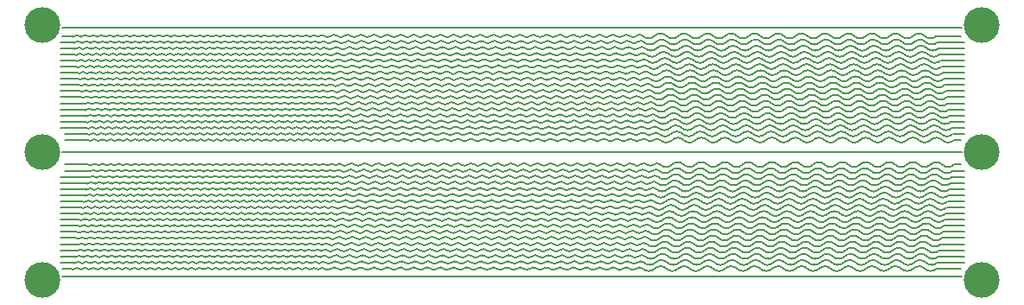
<source format=gbr>
%TF.GenerationSoftware,KiCad,Pcbnew,8.0.3*%
%TF.CreationDate,2025-02-15T08:02:21-06:00*%
%TF.ProjectId,KaptonMCPChevCurvedTruncated,4b617074-6f6e-44d4-9350-436865764375,rev?*%
%TF.SameCoordinates,Original*%
%TF.FileFunction,Copper,L1,Top*%
%TF.FilePolarity,Positive*%
%FSLAX46Y46*%
G04 Gerber Fmt 4.6, Leading zero omitted, Abs format (unit mm)*
G04 Created by KiCad (PCBNEW 8.0.3) date 2025-02-15 08:02:21*
%MOMM*%
%LPD*%
G01*
G04 APERTURE LIST*
%TA.AperFunction,NonConductor*%
%ADD10C,0.150000*%
%TD*%
%TA.AperFunction,ComponentPad*%
%ADD11C,3.500000*%
%TD*%
%TA.AperFunction,Conductor*%
%ADD12C,0.150000*%
%TD*%
G04 APERTURE END LIST*
D10*
X157350000Y-101500000D02*
G75*
G02*
X156700000Y-101500000I-325000J325001D01*
G01*
X188650000Y-93700000D02*
G75*
G02*
X187500000Y-93700000I-575000J575003D01*
G01*
X116700000Y-90100000D02*
G75*
G02*
X116300000Y-90100000I-200000J199999D01*
G01*
X112900000Y-98500000D02*
G75*
G02*
X112500000Y-98500000I-200000J199999D01*
G01*
X109100000Y-102100000D02*
G75*
G02*
X108700000Y-102100000I-200000J199999D01*
G01*
X137950000Y-84100000D02*
G75*
G02*
X138600000Y-84100000I325000J-325001D01*
G01*
X118100000Y-100900000D02*
G75*
G02*
X117700000Y-100900000I-200000J199999D01*
G01*
X118600000Y-87100000D02*
G75*
G02*
X118200000Y-87100000I-200000J199999D01*
G01*
X113300000Y-96100000D02*
G75*
G02*
X112900000Y-96100000I-200000J199999D01*
G01*
X108300000Y-87700000D02*
G75*
G02*
X108700000Y-87700000I200000J-199999D01*
G01*
X126200000Y-95500000D02*
G75*
G02*
X126600000Y-95500000I200000J-199999D01*
G01*
X146750000Y-90100000D02*
G75*
G02*
X146100000Y-90100000I-325000J325001D01*
G01*
X125900000Y-82900000D02*
G75*
G02*
X125500000Y-82900000I-200000J199999D01*
G01*
X114100000Y-96100000D02*
G75*
G02*
X113700000Y-96100000I-200000J199999D01*
G01*
X170250000Y-93700000D02*
G75*
G02*
X169100000Y-93700000I-575000J575003D01*
G01*
X147050000Y-84100000D02*
G75*
G02*
X146400000Y-84100000I-325000J325001D01*
G01*
X176350000Y-86500000D02*
G75*
G02*
X175200000Y-86500000I-575000J575003D01*
G01*
X108400000Y-88300000D02*
G75*
G02*
X108000000Y-88300000I-200000J199999D01*
G01*
X141550000Y-82300000D02*
G75*
G02*
X140900000Y-82300000I-325000J325001D01*
G01*
X152950000Y-96700000D02*
G75*
G02*
X152300000Y-96700000I-325000J325001D01*
G01*
X129500000Y-99700000D02*
G75*
G02*
X129100000Y-99700000I-200000J199999D01*
G01*
X127200000Y-99100000D02*
G75*
G02*
X126800000Y-99100000I-200000J199999D01*
G01*
X128300000Y-82900000D02*
G75*
G02*
X127900000Y-82900000I-200000J199999D01*
G01*
X173750000Y-100300000D02*
G75*
G02*
X172600000Y-100300000I-575000J575003D01*
G01*
X161450000Y-84700000D02*
G75*
G02*
X160800000Y-84700000I-325000J325001D01*
G01*
X118400000Y-85900000D02*
G75*
G02*
X118800000Y-85900000I200000J-199999D01*
G01*
X119600000Y-83500000D02*
G75*
G02*
X120000000Y-83500000I200000J-199999D01*
G01*
X115500000Y-102100000D02*
G75*
G02*
X115900000Y-102100000I200000J-199999D01*
G01*
X185150000Y-84100000D02*
G75*
G02*
X184000000Y-84100000I-575000J575003D01*
G01*
X125900000Y-87700000D02*
G75*
G02*
X126300000Y-87700000I200000J-199999D01*
G01*
X185650000Y-97900000D02*
G75*
G02*
X184500000Y-97900000I-575000J575003D01*
G01*
X151550000Y-87700000D02*
G75*
G02*
X152200000Y-87700000I325000J-325001D01*
G01*
X141650000Y-102100000D02*
G75*
G02*
X142300000Y-102100000I325000J-325001D01*
G01*
X114000000Y-83500000D02*
G75*
G02*
X114400000Y-83500000I200000J-199999D01*
G01*
X110400000Y-99100000D02*
G75*
G02*
X110800000Y-99100000I200000J-199999D01*
G01*
X146650000Y-95500000D02*
G75*
G02*
X147300000Y-95500000I325000J-325001D01*
G01*
X174150000Y-87100000D02*
G75*
G02*
X175300000Y-87100000I575000J-574999D01*
G01*
X153650000Y-84700000D02*
G75*
G02*
X154300000Y-84700000I325000J-325001D01*
G01*
X121200000Y-96700000D02*
G75*
G02*
X121600000Y-96700000I200000J-199999D01*
G01*
X126900000Y-100900000D02*
G75*
G02*
X126500000Y-100900000I-200000J199999D01*
G01*
X178950000Y-96700000D02*
G75*
G02*
X177800000Y-96700000I-575000J575003D01*
G01*
X140450000Y-93700000D02*
G75*
G02*
X141100000Y-93700000I325000J-325001D01*
G01*
X136350000Y-90100000D02*
G75*
G02*
X135700000Y-90100000I-325000J325001D01*
G01*
X181350000Y-88900000D02*
G75*
G02*
X180200000Y-88900000I-575000J575003D01*
G01*
X171750000Y-86500000D02*
G75*
G02*
X170600000Y-86500000I-575000J575003D01*
G01*
X110300000Y-94900000D02*
G75*
G02*
X109900000Y-94900000I-200000J199999D01*
G01*
X120000000Y-85900000D02*
G75*
G02*
X119600000Y-85900000I-200000J199999D01*
G01*
X145250000Y-103900000D02*
G75*
G02*
X144600000Y-103900000I-325000J325001D01*
G01*
X164450000Y-84100000D02*
G75*
G02*
X163300000Y-84100000I-575000J575003D01*
G01*
X162550000Y-91300000D02*
G75*
G02*
X163200000Y-91300000I325000J-325001D01*
G01*
X128400000Y-83500000D02*
G75*
G02*
X128800000Y-83500000I200000J-199999D01*
G01*
X175750000Y-82900000D02*
G75*
G02*
X176900000Y-82900000I575000J-574999D01*
G01*
X168950000Y-101500000D02*
G75*
G02*
X170100000Y-101500000I575000J-574999D01*
G01*
X158250000Y-81100000D02*
G75*
G02*
X157600000Y-81100000I-325000J325001D01*
G01*
X168850000Y-82900000D02*
G75*
G02*
X170000000Y-82900000I575000J-574999D01*
G01*
X144450000Y-84100000D02*
G75*
G02*
X143800000Y-84100000I-325000J325001D01*
G01*
X122200000Y-95500000D02*
G75*
G02*
X121800000Y-95500000I-200000J199999D01*
G01*
X108600000Y-84700000D02*
G75*
G02*
X109000000Y-84700000I200000J-199999D01*
G01*
X193250000Y-93700000D02*
G75*
G02*
X192100000Y-93700000I-575000J575003D01*
G01*
X188150000Y-96700000D02*
G75*
G02*
X187000000Y-96700000I-575000J575003D01*
G01*
X125800000Y-97900000D02*
G75*
G02*
X126200000Y-97900000I200000J-199999D01*
G01*
X119200000Y-81100000D02*
G75*
G02*
X119600000Y-81100000I200000J-199999D01*
G01*
X122900000Y-84100000D02*
G75*
G02*
X123300000Y-84100000I200000J-199999D01*
G01*
X118000000Y-96700000D02*
G75*
G02*
X118400000Y-96700000I200000J-199999D01*
G01*
X146350000Y-87700000D02*
G75*
G02*
X145700000Y-87700000I-325000J325001D01*
G01*
X150850000Y-93700000D02*
G75*
G02*
X150200000Y-93700000I-325000J325001D01*
G01*
X160250000Y-99700000D02*
G75*
G02*
X159600000Y-99700000I-325000J325001D01*
G01*
X165250000Y-88900000D02*
G75*
G02*
X166400000Y-88900000I575000J-574999D01*
G01*
X150950000Y-100900000D02*
G75*
G02*
X150300000Y-100900000I-325000J325001D01*
G01*
X147950000Y-103300000D02*
G75*
G02*
X148600000Y-103300000I325000J-325001D01*
G01*
X161450000Y-100300000D02*
G75*
G02*
X162100000Y-100300000I325000J-325001D01*
G01*
X131300000Y-81700000D02*
G75*
G02*
X131700000Y-81700000I200000J-199999D01*
G01*
X147950000Y-95500000D02*
G75*
G02*
X148600000Y-95500000I325000J-325001D01*
G01*
X108000000Y-99100000D02*
G75*
G02*
X107600000Y-99100000I-200000J199999D01*
G01*
X117500000Y-90100000D02*
G75*
G02*
X117900000Y-90100000I200000J-199999D01*
G01*
X139250000Y-84100000D02*
G75*
G02*
X139900000Y-84100000I325000J-325001D01*
G01*
X144250000Y-90700000D02*
G75*
G02*
X144900000Y-90700000I325000J-325001D01*
G01*
X151950000Y-94900000D02*
G75*
G02*
X151300000Y-94900000I-325000J325001D01*
G01*
X166250000Y-81100000D02*
G75*
G02*
X165100000Y-81100000I-575000J575003D01*
G01*
X125800000Y-97900000D02*
G75*
G02*
X125400000Y-97900000I-200000J199999D01*
G01*
X148650000Y-99100000D02*
G75*
G02*
X149300000Y-99100000I325000J-325001D01*
G01*
X168550000Y-81100000D02*
G75*
G02*
X169700000Y-81100000I575000J-574999D01*
G01*
X125600000Y-94300000D02*
G75*
G02*
X125200000Y-94300000I-200000J199999D01*
G01*
X121100000Y-87700000D02*
G75*
G02*
X120700000Y-87700000I-200000J199999D01*
G01*
X109200000Y-83500000D02*
G75*
G02*
X108800000Y-83500000I-200000J199999D01*
G01*
X134850000Y-81100000D02*
G75*
G02*
X134200000Y-81100000I-325000J325001D01*
G01*
X114400000Y-81100000D02*
G75*
G02*
X114000000Y-81100000I-200000J199999D01*
G01*
X119000000Y-95500000D02*
G75*
G02*
X119400000Y-95500000I200000J-199999D01*
G01*
X123300000Y-93700000D02*
G75*
G02*
X123700000Y-93700000I200000J-199999D01*
G01*
X121400000Y-84700000D02*
G75*
G02*
X121800000Y-84700000I200000J-199999D01*
G01*
X149350000Y-94900000D02*
G75*
G02*
X148700000Y-94900000I-325000J325001D01*
G01*
X182950000Y-100300000D02*
G75*
G02*
X184100000Y-100300000I575000J-574999D01*
G01*
X174150000Y-97900000D02*
G75*
G02*
X175300000Y-97900000I575000J-574999D01*
G01*
X122400000Y-99100000D02*
G75*
G02*
X122000000Y-99100000I-200000J199999D01*
G01*
X144350000Y-101500000D02*
G75*
G02*
X143700000Y-101500000I-325000J325001D01*
G01*
X113000000Y-82300000D02*
G75*
G02*
X113400000Y-82300000I200000J-199999D01*
G01*
X130100000Y-88900000D02*
G75*
G02*
X130500000Y-88900000I200000J-199999D01*
G01*
X151150000Y-85300000D02*
G75*
G02*
X151800000Y-85300000I325000J-325001D01*
G01*
X127200000Y-85900000D02*
G75*
G02*
X127600000Y-85900000I200000J-199999D01*
G01*
X115700000Y-88900000D02*
G75*
G02*
X115300000Y-88900000I-200000J199999D01*
G01*
X118500000Y-81700000D02*
G75*
G02*
X118900000Y-81700000I200000J-199999D01*
G01*
X128500000Y-88900000D02*
G75*
G02*
X128100000Y-88900000I-200000J199999D01*
G01*
X124500000Y-96100000D02*
G75*
G02*
X124900000Y-96100000I200000J-199999D01*
G01*
X122800000Y-96700000D02*
G75*
G02*
X122400000Y-96700000I-200000J199999D01*
G01*
X117000000Y-97900000D02*
G75*
G02*
X116600000Y-97900000I-200000J199999D01*
G01*
X149050000Y-88300000D02*
G75*
G02*
X148400000Y-88300000I-325000J325001D01*
G01*
X122700000Y-102100000D02*
G75*
G02*
X122300000Y-102100000I-200000J199999D01*
G01*
X120000000Y-90700000D02*
G75*
G02*
X119600000Y-90700000I-200000J199999D01*
G01*
X157150000Y-94900000D02*
G75*
G02*
X156500000Y-94900000I-325000J325001D01*
G01*
X111700000Y-96100000D02*
G75*
G02*
X111300000Y-96100000I-200000J199999D01*
G01*
X142350000Y-87100000D02*
G75*
G02*
X143000000Y-87100000I325000J-325001D01*
G01*
X122500000Y-93700000D02*
G75*
G02*
X122900000Y-93700000I200000J-199999D01*
G01*
X174350000Y-88300000D02*
G75*
G02*
X173200000Y-88300000I-575000J575003D01*
G01*
X110600000Y-102700000D02*
G75*
G02*
X111000000Y-102700000I200000J-199999D01*
G01*
X128900000Y-98500000D02*
G75*
G02*
X129300000Y-98500000I200000J-199999D01*
G01*
X165550000Y-94300000D02*
G75*
G02*
X164400000Y-94300000I-575000J575003D01*
G01*
X114900000Y-96100000D02*
G75*
G02*
X114500000Y-96100000I-200000J199999D01*
G01*
X114300000Y-85300000D02*
G75*
G02*
X114700000Y-85300000I200000J-199999D01*
G01*
X130500000Y-86500000D02*
G75*
G02*
X130100000Y-86500000I-200000J199999D01*
G01*
X137150000Y-97900000D02*
G75*
G02*
X136500000Y-97900000I-325000J325001D01*
G01*
X157950000Y-97900000D02*
G75*
G02*
X157300000Y-97900000I-325000J325001D01*
G01*
X146550000Y-81100000D02*
G75*
G02*
X147200000Y-81100000I325000J-325001D01*
G01*
X142350000Y-97900000D02*
G75*
G02*
X143000000Y-97900000I325000J-325001D01*
G01*
X118200000Y-84700000D02*
G75*
G02*
X117800000Y-84700000I-200000J199999D01*
G01*
X144250000Y-102100000D02*
G75*
G02*
X144900000Y-102100000I325000J-325001D01*
G01*
X140050000Y-81100000D02*
G75*
G02*
X140700000Y-81100000I325000J-325001D01*
G01*
X171450000Y-100300000D02*
G75*
G02*
X170300000Y-100300000I-575000J575003D01*
G01*
X111500000Y-97300000D02*
G75*
G02*
X111100000Y-97300000I-200000J199999D01*
G01*
X141950000Y-84700000D02*
G75*
G02*
X141300000Y-84700000I-325000J325001D01*
G01*
X176650000Y-96700000D02*
G75*
G02*
X175500000Y-96700000I-575000J575003D01*
G01*
X149350000Y-90100000D02*
G75*
G02*
X148700000Y-90100000I-325000J325001D01*
G01*
X157950000Y-97900000D02*
G75*
G02*
X158600000Y-97900000I325000J-325001D01*
G01*
X165150000Y-96700000D02*
G75*
G02*
X164000000Y-96700000I-575000J575003D01*
G01*
X134850000Y-103900000D02*
G75*
G02*
X135500000Y-103900000I325000J-325001D01*
G01*
X108800000Y-81100000D02*
G75*
G02*
X109200000Y-81100000I200000J-199999D01*
G01*
X164250000Y-82900000D02*
G75*
G02*
X163100000Y-82900000I-575000J575003D01*
G01*
X148550000Y-99700000D02*
G75*
G02*
X149200000Y-99700000I325000J-325001D01*
G01*
X150550000Y-89500000D02*
G75*
G02*
X151200000Y-89500000I325000J-325001D01*
G01*
X126500000Y-86500000D02*
G75*
G02*
X126900000Y-86500000I200000J-199999D01*
G01*
X147350000Y-85900000D02*
G75*
G02*
X148000000Y-85900000I325000J-325001D01*
G01*
X137450000Y-103900000D02*
G75*
G02*
X136800000Y-103900000I-325000J325001D01*
G01*
X171050000Y-102700000D02*
G75*
G02*
X172200000Y-102700000I575000J-574999D01*
G01*
X140250000Y-82300000D02*
G75*
G02*
X140900000Y-82300000I325000J-325001D01*
G01*
X139750000Y-87100000D02*
G75*
G02*
X140400000Y-87100000I325000J-325001D01*
G01*
X178550000Y-85900000D02*
G75*
G02*
X179700000Y-85900000I575000J-574999D01*
G01*
X155050000Y-85300000D02*
G75*
G02*
X154400000Y-85300000I-325000J325001D01*
G01*
X121600000Y-103900000D02*
G75*
G02*
X122000000Y-103900000I200000J-199999D01*
G01*
X192250000Y-99700000D02*
G75*
G02*
X191100000Y-99700000I-575000J575003D01*
G01*
X116800000Y-94300000D02*
G75*
G02*
X117200000Y-94300000I200000J-199999D01*
G01*
X120300000Y-102100000D02*
G75*
G02*
X119900000Y-102100000I-200000J199999D01*
G01*
X118700000Y-102100000D02*
G75*
G02*
X119100000Y-102100000I200000J-199999D01*
G01*
X141050000Y-87100000D02*
G75*
G02*
X141700000Y-87100000I325000J-325001D01*
G01*
X118100000Y-84100000D02*
G75*
G02*
X118500000Y-84100000I200000J-199999D01*
G01*
X164150000Y-102700000D02*
G75*
G02*
X163000000Y-102700000I-575000J575003D01*
G01*
X171950000Y-87700000D02*
G75*
G02*
X173100000Y-87700000I575000J-574999D01*
G01*
X154850000Y-84100000D02*
G75*
G02*
X155500000Y-84100000I325000J-325001D01*
G01*
X189250000Y-81100000D02*
G75*
G02*
X188100000Y-81100000I-575000J575003D01*
G01*
X171250000Y-83500000D02*
G75*
G02*
X172400000Y-83500000I575000J-574999D01*
G01*
X112500000Y-88900000D02*
G75*
G02*
X112900000Y-88900000I200000J-199999D01*
G01*
X155750000Y-89500000D02*
G75*
G02*
X155100000Y-89500000I-325000J325001D01*
G01*
X108600000Y-100300000D02*
G75*
G02*
X108200000Y-100300000I-200000J199999D01*
G01*
X155750000Y-95500000D02*
G75*
G02*
X156400000Y-95500000I325000J-325001D01*
G01*
X161850000Y-97900000D02*
G75*
G02*
X161200000Y-97900000I-325000J325001D01*
G01*
X157350000Y-91300000D02*
G75*
G02*
X158000000Y-91300000I325000J-325001D01*
G01*
X144350000Y-83500000D02*
G75*
G02*
X143700000Y-83500000I-325000J325001D01*
G01*
X129700000Y-86500000D02*
G75*
G02*
X130100000Y-86500000I200000J-199999D01*
G01*
X118300000Y-99700000D02*
G75*
G02*
X118700000Y-99700000I200000J-199999D01*
G01*
X114900000Y-100900000D02*
G75*
G02*
X114500000Y-100900000I-200000J199999D01*
G01*
X115200000Y-90700000D02*
G75*
G02*
X115600000Y-90700000I200000J-199999D01*
G01*
X129900000Y-97300000D02*
G75*
G02*
X130300000Y-97300000I200000J-199999D01*
G01*
X130500000Y-81700000D02*
G75*
G02*
X130900000Y-81700000I200000J-199999D01*
G01*
X112900000Y-86500000D02*
G75*
G02*
X112500000Y-86500000I-200000J199999D01*
G01*
X172050000Y-88300000D02*
G75*
G02*
X170900000Y-88300000I-575000J575003D01*
G01*
X126100000Y-96100000D02*
G75*
G02*
X125700000Y-96100000I-200000J199999D01*
G01*
X115500000Y-102100000D02*
G75*
G02*
X115100000Y-102100000I-200000J199999D01*
G01*
X124000000Y-99100000D02*
G75*
G02*
X124400000Y-99100000I200000J-199999D01*
G01*
X134550000Y-87100000D02*
G75*
G02*
X133900000Y-87100000I-325000J325001D01*
G01*
X183650000Y-88900000D02*
G75*
G02*
X184800000Y-88900000I575000J-574999D01*
G01*
X163350000Y-96700000D02*
G75*
G02*
X164000000Y-96700000I325000J-325001D01*
G01*
X163950000Y-103900000D02*
G75*
G02*
X165100000Y-103900000I575000J-574999D01*
G01*
X113900000Y-102100000D02*
G75*
G02*
X113500000Y-102100000I-200000J199999D01*
G01*
X128000000Y-103900000D02*
G75*
G02*
X128400000Y-103900000I200000J-199999D01*
G01*
X180550000Y-84100000D02*
G75*
G02*
X181700000Y-84100000I575000J-574999D01*
G01*
X109300000Y-100900000D02*
G75*
G02*
X108900000Y-100900000I-200000J199999D01*
G01*
X169250000Y-85300000D02*
G75*
G02*
X168100000Y-85300000I-575000J575003D01*
G01*
X189950000Y-99700000D02*
G75*
G02*
X188800000Y-99700000I-575000J575003D01*
G01*
X113100000Y-87700000D02*
G75*
G02*
X113500000Y-87700000I200000J-199999D01*
G01*
X156950000Y-103900000D02*
G75*
G02*
X156300000Y-103900000I-325000J325001D01*
G01*
X137850000Y-101500000D02*
G75*
G02*
X137200000Y-101500000I-325000J325001D01*
G01*
X153250000Y-90100000D02*
G75*
G02*
X153900000Y-90100000I325000J-325001D01*
G01*
X179150000Y-89500000D02*
G75*
G02*
X180300000Y-89500000I575000J-574999D01*
G01*
X138450000Y-87100000D02*
G75*
G02*
X139100000Y-87100000I325000J-325001D01*
G01*
X108700000Y-90100000D02*
G75*
G02*
X108300000Y-90100000I-200000J199999D01*
G01*
X140850000Y-99100000D02*
G75*
G02*
X141500000Y-99100000I325000J-325001D01*
G01*
X108900000Y-91300000D02*
G75*
G02*
X109300000Y-91300000I200000J-199999D01*
G01*
X185450000Y-85900000D02*
G75*
G02*
X186600000Y-85900000I575000J-574999D01*
G01*
X122500000Y-103300000D02*
G75*
G02*
X122100000Y-103300000I-200000J199999D01*
G01*
X112600000Y-95500000D02*
G75*
G02*
X112200000Y-95500000I-200000J199999D01*
G01*
X115200000Y-99100000D02*
G75*
G02*
X115600000Y-99100000I200000J-199999D01*
G01*
X161050000Y-102700000D02*
G75*
G02*
X161700000Y-102700000I325000J-325001D01*
G01*
X182350000Y-81100000D02*
G75*
G02*
X181200000Y-81100000I-575000J575003D01*
G01*
X141450000Y-95500000D02*
G75*
G02*
X140800000Y-95500000I-325000J325001D01*
G01*
X133850000Y-94300000D02*
G75*
G02*
X133200000Y-94300000I-325000J325001D01*
G01*
X125800000Y-102700000D02*
G75*
G02*
X125400000Y-102700000I-200000J199999D01*
G01*
X116400000Y-96700000D02*
G75*
G02*
X116800000Y-96700000I200000J-199999D01*
G01*
X161750000Y-86500000D02*
G75*
G02*
X161100000Y-86500000I-325000J325001D01*
G01*
X150450000Y-103900000D02*
G75*
G02*
X151100000Y-103900000I325000J-325001D01*
G01*
X172350000Y-94900000D02*
G75*
G02*
X171200000Y-94900000I-575000J575003D01*
G01*
X125300000Y-88900000D02*
G75*
G02*
X124900000Y-88900000I-200000J199999D01*
G01*
X125400000Y-100300000D02*
G75*
G02*
X125000000Y-100300000I-200000J199999D01*
G01*
X121900000Y-102100000D02*
G75*
G02*
X122300000Y-102100000I200000J-199999D01*
G01*
X144650000Y-99700000D02*
G75*
G02*
X144000000Y-99700000I-325000J325001D01*
G01*
X124300000Y-97300000D02*
G75*
G02*
X124700000Y-97300000I200000J-199999D01*
G01*
X131200000Y-103900000D02*
G75*
G02*
X131600000Y-103900000I200000J-199999D01*
G01*
X140150000Y-103300000D02*
G75*
G02*
X140800000Y-103300000I325000J-325001D01*
G01*
X176150000Y-85300000D02*
G75*
G02*
X175000000Y-85300000I-575000J575003D01*
G01*
X179450000Y-91300000D02*
G75*
G02*
X180600000Y-91300000I575000J-574999D01*
G01*
X159650000Y-81700000D02*
G75*
G02*
X159000000Y-81700000I-325000J325001D01*
G01*
X119700000Y-84100000D02*
G75*
G02*
X120100000Y-84100000I200000J-199999D01*
G01*
X117600000Y-103900000D02*
G75*
G02*
X118000000Y-103900000I200000J-199999D01*
G01*
X111900000Y-99700000D02*
G75*
G02*
X112300000Y-99700000I200000J-199999D01*
G01*
X126300000Y-85300000D02*
G75*
G02*
X125900000Y-85300000I-200000J199999D01*
G01*
X113800000Y-102700000D02*
G75*
G02*
X114200000Y-102700000I200000J-199999D01*
G01*
X131300000Y-98500000D02*
G75*
G02*
X131700000Y-98500000I200000J-199999D01*
G01*
X125800000Y-82300000D02*
G75*
G02*
X125400000Y-82300000I-200000J199999D01*
G01*
X112200000Y-82300000D02*
G75*
G02*
X111800000Y-82300000I-200000J199999D01*
G01*
X158250000Y-103900000D02*
G75*
G02*
X158900000Y-103900000I325000J-325001D01*
G01*
X122800000Y-83500000D02*
G75*
G02*
X123200000Y-83500000I200000J-199999D01*
G01*
X158050000Y-87700000D02*
G75*
G02*
X158700000Y-87700000I325000J-325001D01*
G01*
X174350000Y-88300000D02*
G75*
G02*
X175500000Y-88300000I575000J-574999D01*
G01*
X164150000Y-102700000D02*
G75*
G02*
X165300000Y-102700000I575000J-574999D01*
G01*
X110800000Y-83500000D02*
G75*
G02*
X110400000Y-83500000I-200000J199999D01*
G01*
X132650000Y-101500000D02*
G75*
G02*
X133300000Y-101500000I325000J-325001D01*
G01*
X178850000Y-87700000D02*
G75*
G02*
X177700000Y-87700000I-575000J575003D01*
G01*
X114400000Y-103900000D02*
G75*
G02*
X114800000Y-103900000I200000J-199999D01*
G01*
X192050000Y-84100000D02*
G75*
G02*
X190900000Y-84100000I-575000J575003D01*
G01*
X116500000Y-100900000D02*
G75*
G02*
X116100000Y-100900000I-200000J199999D01*
G01*
X147950000Y-103300000D02*
G75*
G02*
X147300000Y-103300000I-325000J325001D01*
G01*
X175450000Y-103900000D02*
G75*
G02*
X176600000Y-103900000I575000J-574999D01*
G01*
X114700000Y-102100000D02*
G75*
G02*
X114300000Y-102100000I-200000J199999D01*
G01*
X136850000Y-99700000D02*
G75*
G02*
X136200000Y-99700000I-325000J325001D01*
G01*
X146550000Y-96100000D02*
G75*
G02*
X145900000Y-96100000I-325000J325001D01*
G01*
X138450000Y-87100000D02*
G75*
G02*
X137800000Y-87100000I-325000J325001D01*
G01*
X129800000Y-97900000D02*
G75*
G02*
X130200000Y-97900000I200000J-199999D01*
G01*
X132550000Y-102100000D02*
G75*
G02*
X133200000Y-102100000I325000J-325001D01*
G01*
X120600000Y-89500000D02*
G75*
G02*
X120200000Y-89500000I-200000J199999D01*
G01*
X191950000Y-101500000D02*
G75*
G02*
X190800000Y-101500000I-575000J575003D01*
G01*
X142350000Y-87100000D02*
G75*
G02*
X141700000Y-87100000I-325000J325001D01*
G01*
X146850000Y-102100000D02*
G75*
G02*
X147500000Y-102100000I325000J-325001D01*
G01*
X134450000Y-86500000D02*
G75*
G02*
X135100000Y-86500000I325000J-325001D01*
G01*
X165550000Y-90700000D02*
G75*
G02*
X164400000Y-90700000I-575000J575003D01*
G01*
X181050000Y-97900000D02*
G75*
G02*
X179900000Y-97900000I-575000J575003D01*
G01*
X162250000Y-81700000D02*
G75*
G02*
X161600000Y-81700000I-325000J325001D01*
G01*
X129200000Y-101500000D02*
G75*
G02*
X129600000Y-101500000I200000J-199999D01*
G01*
X158350000Y-81700000D02*
G75*
G02*
X157700000Y-81700000I-325000J325001D01*
G01*
X180350000Y-102100000D02*
G75*
G02*
X181500000Y-102100000I575000J-574999D01*
G01*
X173850000Y-99700000D02*
G75*
G02*
X172700000Y-99700000I-575000J575003D01*
G01*
X117300000Y-84100000D02*
G75*
G02*
X117700000Y-84100000I200000J-199999D01*
G01*
X154750000Y-101500000D02*
G75*
G02*
X154100000Y-101500000I-325000J325001D01*
G01*
X154650000Y-94300000D02*
G75*
G02*
X154000000Y-94300000I-325000J325001D01*
G01*
X189550000Y-82900000D02*
G75*
G02*
X190700000Y-82900000I575000J-574999D01*
G01*
X119500000Y-82900000D02*
G75*
G02*
X119900000Y-82900000I200000J-199999D01*
G01*
X115200000Y-94300000D02*
G75*
G02*
X115600000Y-94300000I200000J-199999D01*
G01*
X159550000Y-103900000D02*
G75*
G02*
X160200000Y-103900000I325000J-325001D01*
G01*
X123900000Y-99700000D02*
G75*
G02*
X124300000Y-99700000I200000J-199999D01*
G01*
X128400000Y-96700000D02*
G75*
G02*
X128800000Y-96700000I200000J-199999D01*
G01*
X130000000Y-83500000D02*
G75*
G02*
X129600000Y-83500000I-200000J199999D01*
G01*
X131100000Y-90100000D02*
G75*
G02*
X130700000Y-90100000I-200000J199999D01*
G01*
X114000000Y-101500000D02*
G75*
G02*
X114400000Y-101500000I200000J-199999D01*
G01*
X172450000Y-94300000D02*
G75*
G02*
X173600000Y-94300000I575000J-574999D01*
G01*
X183650000Y-88900000D02*
G75*
G02*
X182500000Y-88900000I-575000J575003D01*
G01*
X160450000Y-86500000D02*
G75*
G02*
X161100000Y-86500000I325000J-325001D01*
G01*
X122300000Y-99700000D02*
G75*
G02*
X121900000Y-99700000I-200000J199999D01*
G01*
X141050000Y-97900000D02*
G75*
G02*
X141700000Y-97900000I325000J-325001D01*
G01*
X126400000Y-94300000D02*
G75*
G02*
X126000000Y-94300000I-200000J199999D01*
G01*
X149550000Y-93700000D02*
G75*
G02*
X150200000Y-93700000I325000J-325001D01*
G01*
X157050000Y-103300000D02*
G75*
G02*
X157700000Y-103300000I325000J-325001D01*
G01*
X156950000Y-88900000D02*
G75*
G02*
X156300000Y-88900000I-325000J325001D01*
G01*
X140650000Y-100300000D02*
G75*
G02*
X140000000Y-100300000I-325000J325001D01*
G01*
X183950000Y-94300000D02*
G75*
G02*
X182800000Y-94300000I-575000J575003D01*
G01*
X148050000Y-102700000D02*
G75*
G02*
X148700000Y-102700000I325000J-325001D01*
G01*
X126000000Y-83500000D02*
G75*
G02*
X126400000Y-83500000I200000J-199999D01*
G01*
X134250000Y-85300000D02*
G75*
G02*
X133600000Y-85300000I-325000J325001D01*
G01*
X148950000Y-97300000D02*
G75*
G02*
X149600000Y-97300000I325000J-325001D01*
G01*
X147350000Y-99100000D02*
G75*
G02*
X148000000Y-99100000I325000J-325001D01*
G01*
X111600000Y-96700000D02*
G75*
G02*
X112000000Y-96700000I200000J-199999D01*
G01*
X146850000Y-90700000D02*
G75*
G02*
X146200000Y-90700000I-325000J325001D01*
G01*
X118900000Y-88900000D02*
G75*
G02*
X118500000Y-88900000I-200000J199999D01*
G01*
X169650000Y-97300000D02*
G75*
G02*
X170800000Y-97300000I575000J-574999D01*
G01*
X183150000Y-99100000D02*
G75*
G02*
X182000000Y-99100000I-575000J575003D01*
G01*
X155650000Y-88900000D02*
G75*
G02*
X156300000Y-88900000I325000J-325001D01*
G01*
X128700000Y-94900000D02*
G75*
G02*
X128300000Y-94900000I-200000J199999D01*
G01*
X126900000Y-96100000D02*
G75*
G02*
X127300000Y-96100000I200000J-199999D01*
G01*
X111000000Y-100300000D02*
G75*
G02*
X110600000Y-100300000I-200000J199999D01*
G01*
X112100000Y-93700000D02*
G75*
G02*
X111700000Y-93700000I-200000J199999D01*
G01*
X122000000Y-88300000D02*
G75*
G02*
X121600000Y-88300000I-200000J199999D01*
G01*
X119400000Y-82300000D02*
G75*
G02*
X119000000Y-82300000I-200000J199999D01*
G01*
X117100000Y-97300000D02*
G75*
G02*
X117500000Y-97300000I200000J-199999D01*
G01*
X109900000Y-87700000D02*
G75*
G02*
X110300000Y-87700000I200000J-199999D01*
G01*
X157150000Y-82300000D02*
G75*
G02*
X157800000Y-82300000I325000J-325001D01*
G01*
X114900000Y-84100000D02*
G75*
G02*
X115300000Y-84100000I200000J-199999D01*
G01*
X159750000Y-102700000D02*
G75*
G02*
X160400000Y-102700000I325000J-325001D01*
G01*
X159650000Y-89500000D02*
G75*
G02*
X160300000Y-89500000I325000J-325001D01*
G01*
X134350000Y-99100000D02*
G75*
G02*
X135000000Y-99100000I325000J-325001D01*
G01*
X157850000Y-86500000D02*
G75*
G02*
X157200000Y-86500000I-325000J325001D01*
G01*
X184750000Y-81700000D02*
G75*
G02*
X185900000Y-81700000I575000J-574999D01*
G01*
X114800000Y-101500000D02*
G75*
G02*
X114400000Y-101500000I-200000J199999D01*
G01*
X121700000Y-86500000D02*
G75*
G02*
X121300000Y-86500000I-200000J199999D01*
G01*
X141650000Y-90700000D02*
G75*
G02*
X142300000Y-90700000I325000J-325001D01*
G01*
X134950000Y-89500000D02*
G75*
G02*
X134300000Y-89500000I-325000J325001D01*
G01*
X146450000Y-88300000D02*
G75*
G02*
X145800000Y-88300000I-325000J325001D01*
G01*
X108700000Y-99700000D02*
G75*
G02*
X109100000Y-99700000I200000J-199999D01*
G01*
X110100000Y-96100000D02*
G75*
G02*
X109700000Y-96100000I-200000J199999D01*
G01*
X120400000Y-88300000D02*
G75*
G02*
X120000000Y-88300000I-200000J199999D01*
G01*
X152450000Y-85300000D02*
G75*
G02*
X151800000Y-85300000I-325000J325001D01*
G01*
X120800000Y-81100000D02*
G75*
G02*
X121200000Y-81100000I200000J-199999D01*
G01*
X109100000Y-87700000D02*
G75*
G02*
X108700000Y-87700000I-200000J199999D01*
G01*
X118900000Y-84100000D02*
G75*
G02*
X119300000Y-84100000I200000J-199999D01*
G01*
X171550000Y-85300000D02*
G75*
G02*
X172700000Y-85300000I575000J-574999D01*
G01*
X152150000Y-101500000D02*
G75*
G02*
X151500000Y-101500000I-325000J325001D01*
G01*
X129000000Y-82300000D02*
G75*
G02*
X129400000Y-82300000I200000J-199999D01*
G01*
X127300000Y-103300000D02*
G75*
G02*
X126900000Y-103300000I-200000J199999D01*
G01*
X189750000Y-84100000D02*
G75*
G02*
X190900000Y-84100000I575000J-574999D01*
G01*
X130900000Y-84100000D02*
G75*
G02*
X131300000Y-84100000I200000J-199999D01*
G01*
X111500000Y-102100000D02*
G75*
G02*
X111900000Y-102100000I200000J-199999D01*
G01*
X114500000Y-81700000D02*
G75*
G02*
X114100000Y-81700000I-200000J199999D01*
G01*
X122200000Y-89500000D02*
G75*
G02*
X121800000Y-89500000I-200000J199999D01*
G01*
X118300000Y-99700000D02*
G75*
G02*
X117900000Y-99700000I-200000J199999D01*
G01*
X136150000Y-81100000D02*
G75*
G02*
X135500000Y-81100000I-325000J325001D01*
G01*
X128700000Y-99700000D02*
G75*
G02*
X129100000Y-99700000I200000J-199999D01*
G01*
X119400000Y-102700000D02*
G75*
G02*
X119800000Y-102700000I200000J-199999D01*
G01*
X154550000Y-102700000D02*
G75*
G02*
X155200000Y-102700000I325000J-325001D01*
G01*
X128800000Y-94300000D02*
G75*
G02*
X128400000Y-94300000I-200000J199999D01*
G01*
X111100000Y-99700000D02*
G75*
G02*
X111500000Y-99700000I200000J-199999D01*
G01*
X113500000Y-99700000D02*
G75*
G02*
X113100000Y-99700000I-200000J199999D01*
G01*
X145150000Y-96700000D02*
G75*
G02*
X144500000Y-96700000I-325000J325001D01*
G01*
X186950000Y-103900000D02*
G75*
G02*
X188100000Y-103900000I575000J-574999D01*
G01*
X143050000Y-93700000D02*
G75*
G02*
X143700000Y-93700000I325000J-325001D01*
G01*
X149550000Y-101500000D02*
G75*
G02*
X150200000Y-101500000I325000J-325001D01*
G01*
X159750000Y-82300000D02*
G75*
G02*
X160400000Y-82300000I325000J-325001D01*
G01*
X115300000Y-86500000D02*
G75*
G02*
X114900000Y-86500000I-200000J199999D01*
G01*
X115200000Y-103900000D02*
G75*
G02*
X115600000Y-103900000I200000J-199999D01*
G01*
X167650000Y-89500000D02*
G75*
G02*
X168800000Y-89500000I575000J-574999D01*
G01*
X135450000Y-84700000D02*
G75*
G02*
X134800000Y-84700000I-325000J325001D01*
G01*
X121700000Y-81700000D02*
G75*
G02*
X121300000Y-81700000I-200000J199999D01*
G01*
X158850000Y-84700000D02*
G75*
G02*
X159500000Y-84700000I325000J-325001D01*
G01*
X145250000Y-96100000D02*
G75*
G02*
X144600000Y-96100000I-325000J325001D01*
G01*
X128800000Y-90700000D02*
G75*
G02*
X128400000Y-90700000I-200000J199999D01*
G01*
X112000000Y-85900000D02*
G75*
G02*
X112400000Y-85900000I200000J-199999D01*
G01*
X112100000Y-81700000D02*
G75*
G02*
X112500000Y-81700000I200000J-199999D01*
G01*
X133850000Y-90700000D02*
G75*
G02*
X133200000Y-90700000I-325000J325001D01*
G01*
X171650000Y-85900000D02*
G75*
G02*
X170500000Y-85900000I-575000J575003D01*
G01*
X181050000Y-97900000D02*
G75*
G02*
X182200000Y-97900000I575000J-574999D01*
G01*
X110100000Y-100900000D02*
G75*
G02*
X109700000Y-100900000I-200000J199999D01*
G01*
X166350000Y-81700000D02*
G75*
G02*
X165200000Y-81700000I-575000J575003D01*
G01*
X131500000Y-82900000D02*
G75*
G02*
X131900000Y-82900000I200000J-199999D01*
G01*
X135150000Y-90700000D02*
G75*
G02*
X135800000Y-90700000I325000J-325001D01*
G01*
X163150000Y-97900000D02*
G75*
G02*
X163800000Y-97900000I325000J-325001D01*
G01*
X126700000Y-97300000D02*
G75*
G02*
X126300000Y-97300000I-200000J199999D01*
G01*
X161050000Y-82300000D02*
G75*
G02*
X160400000Y-82300000I-325000J325001D01*
G01*
X127300000Y-98500000D02*
G75*
G02*
X127700000Y-98500000I200000J-199999D01*
G01*
X121600000Y-99100000D02*
G75*
G02*
X121200000Y-99100000I-200000J199999D01*
G01*
X130800000Y-101500000D02*
G75*
G02*
X130400000Y-101500000I-200000J199999D01*
G01*
X117500000Y-99700000D02*
G75*
G02*
X117100000Y-99700000I-200000J199999D01*
G01*
X121300000Y-96100000D02*
G75*
G02*
X121700000Y-96100000I200000J-199999D01*
G01*
X152250000Y-100900000D02*
G75*
G02*
X152900000Y-100900000I325000J-325001D01*
G01*
X124600000Y-89500000D02*
G75*
G02*
X125000000Y-89500000I200000J-199999D01*
G01*
X111200000Y-90700000D02*
G75*
G02*
X111600000Y-90700000I200000J-199999D01*
G01*
X170850000Y-81100000D02*
G75*
G02*
X169700000Y-81100000I-575000J575003D01*
G01*
X111100000Y-90100000D02*
G75*
G02*
X111500000Y-90100000I200000J-199999D01*
G01*
X138050000Y-84700000D02*
G75*
G02*
X137400000Y-84700000I-325000J325001D01*
G01*
X117200000Y-88300000D02*
G75*
G02*
X117600000Y-88300000I200000J-199999D01*
G01*
X134250000Y-99700000D02*
G75*
G02*
X134900000Y-99700000I325000J-325001D01*
G01*
X108800000Y-103900000D02*
G75*
G02*
X108400000Y-103900000I-200000J199999D01*
G01*
X160850000Y-96100000D02*
G75*
G02*
X161500000Y-96100000I325000J-325001D01*
G01*
X151450000Y-97900000D02*
G75*
G02*
X150800000Y-97900000I-325000J325001D01*
G01*
X112200000Y-102700000D02*
G75*
G02*
X111800000Y-102700000I-200000J199999D01*
G01*
X118500000Y-91300000D02*
G75*
G02*
X118900000Y-91300000I200000J-199999D01*
G01*
X109600000Y-81100000D02*
G75*
G02*
X109200000Y-81100000I-200000J199999D01*
G01*
X112900000Y-103300000D02*
G75*
G02*
X112500000Y-103300000I-200000J199999D01*
G01*
X172350000Y-90100000D02*
G75*
G02*
X171200000Y-90100000I-575000J575003D01*
G01*
X119300000Y-93700000D02*
G75*
G02*
X118900000Y-93700000I-200000J199999D01*
G01*
X139150000Y-101500000D02*
G75*
G02*
X139800000Y-101500000I325000J-325001D01*
G01*
X117100000Y-82900000D02*
G75*
G02*
X116700000Y-82900000I-200000J199999D01*
G01*
X130900000Y-96100000D02*
G75*
G02*
X131300000Y-96100000I200000J-199999D01*
G01*
X113700000Y-103300000D02*
G75*
G02*
X114100000Y-103300000I200000J-199999D01*
G01*
X128500000Y-100900000D02*
G75*
G02*
X128900000Y-100900000I200000J-199999D01*
G01*
X153350000Y-82900000D02*
G75*
G02*
X152700000Y-82900000I-325000J325001D01*
G01*
X127300000Y-98500000D02*
G75*
G02*
X126900000Y-98500000I-200000J199999D01*
G01*
X145350000Y-89500000D02*
G75*
G02*
X144700000Y-89500000I-325000J325001D01*
G01*
X116000000Y-90700000D02*
G75*
G02*
X115600000Y-90700000I-200000J199999D01*
G01*
X123800000Y-84700000D02*
G75*
G02*
X124200000Y-84700000I200000J-199999D01*
G01*
X149450000Y-90700000D02*
G75*
G02*
X148800000Y-90700000I-325000J325001D01*
G01*
X162650000Y-84100000D02*
G75*
G02*
X163300000Y-84100000I325000J-325001D01*
G01*
X126400000Y-94300000D02*
G75*
G02*
X126800000Y-94300000I200000J-199999D01*
G01*
X161150000Y-102100000D02*
G75*
G02*
X160500000Y-102100000I-325000J325001D01*
G01*
X162050000Y-96700000D02*
G75*
G02*
X162700000Y-96700000I325000J-325001D01*
G01*
X120700000Y-90100000D02*
G75*
G02*
X121100000Y-90100000I200000J-199999D01*
G01*
X113000000Y-97900000D02*
G75*
G02*
X112600000Y-97900000I-200000J199999D01*
G01*
X115700000Y-88900000D02*
G75*
G02*
X116100000Y-88900000I200000J-199999D01*
G01*
X126700000Y-82900000D02*
G75*
G02*
X126300000Y-82900000I-200000J199999D01*
G01*
X156350000Y-85300000D02*
G75*
G02*
X155700000Y-85300000I-325000J325001D01*
G01*
X153850000Y-85900000D02*
G75*
G02*
X153200000Y-85900000I-325000J325001D01*
G01*
X171750000Y-98500000D02*
G75*
G02*
X170600000Y-98500000I-575000J575003D01*
G01*
X144950000Y-97900000D02*
G75*
G02*
X145600000Y-97900000I325000J-325001D01*
G01*
X187650000Y-99700000D02*
G75*
G02*
X188800000Y-99700000I575000J-574999D01*
G01*
X123300000Y-86500000D02*
G75*
G02*
X122900000Y-86500000I-200000J199999D01*
G01*
X162450000Y-94300000D02*
G75*
G02*
X161800000Y-94300000I-325000J325001D01*
G01*
X185550000Y-86500000D02*
G75*
G02*
X184400000Y-86500000I-575000J575003D01*
G01*
X153250000Y-82300000D02*
G75*
G02*
X153900000Y-82300000I325000J-325001D01*
G01*
X131700000Y-100900000D02*
G75*
G02*
X132100000Y-100900000I200000J-199999D01*
G01*
X150650000Y-94900000D02*
G75*
G02*
X150000000Y-94900000I-325000J325001D01*
G01*
X159750000Y-90100000D02*
G75*
G02*
X160400000Y-90100000I325000J-325001D01*
G01*
X143050000Y-83500000D02*
G75*
G02*
X142400000Y-83500000I-325000J325001D01*
G01*
X161550000Y-85300000D02*
G75*
G02*
X162200000Y-85300000I325000J-325001D01*
G01*
X166850000Y-84700000D02*
G75*
G02*
X165700000Y-84700000I-575000J575003D01*
G01*
X156350000Y-99700000D02*
G75*
G02*
X155700000Y-99700000I-325000J325001D01*
G01*
X126400000Y-81100000D02*
G75*
G02*
X126800000Y-81100000I200000J-199999D01*
G01*
X124000000Y-103900000D02*
G75*
G02*
X123600000Y-103900000I-200000J199999D01*
G01*
X165650000Y-91300000D02*
G75*
G02*
X166800000Y-91300000I575000J-574999D01*
G01*
X112300000Y-97300000D02*
G75*
G02*
X111900000Y-97300000I-200000J199999D01*
G01*
X145550000Y-102100000D02*
G75*
G02*
X146200000Y-102100000I325000J-325001D01*
G01*
X144150000Y-102700000D02*
G75*
G02*
X144800000Y-102700000I325000J-325001D01*
G01*
X145350000Y-103300000D02*
G75*
G02*
X144700000Y-103300000I-325000J325001D01*
G01*
X119900000Y-85300000D02*
G75*
G02*
X120300000Y-85300000I200000J-199999D01*
G01*
X120100000Y-91300000D02*
G75*
G02*
X119700000Y-91300000I-200000J199999D01*
G01*
X137850000Y-93700000D02*
G75*
G02*
X137200000Y-93700000I-325000J325001D01*
G01*
X135150000Y-82900000D02*
G75*
G02*
X135800000Y-82900000I325000J-325001D01*
G01*
X109800000Y-97900000D02*
G75*
G02*
X110200000Y-97900000I200000J-199999D01*
G01*
X139150000Y-91300000D02*
G75*
G02*
X139800000Y-91300000I325000J-325001D01*
G01*
X135650000Y-85900000D02*
G75*
G02*
X135000000Y-85900000I-325000J325001D01*
G01*
X133950000Y-93700000D02*
G75*
G02*
X133300000Y-93700000I-325000J325001D01*
G01*
X148450000Y-100300000D02*
G75*
G02*
X147800000Y-100300000I-325000J325001D01*
G01*
X149250000Y-103300000D02*
G75*
G02*
X148600000Y-103300000I-325000J325001D01*
G01*
X143350000Y-85300000D02*
G75*
G02*
X144000000Y-85300000I325000J-325001D01*
G01*
X134850000Y-96100000D02*
G75*
G02*
X134200000Y-96100000I-325000J325001D01*
G01*
X160150000Y-100300000D02*
G75*
G02*
X160800000Y-100300000I325000J-325001D01*
G01*
X185250000Y-100300000D02*
G75*
G02*
X186400000Y-100300000I575000J-574999D01*
G01*
X128000000Y-94300000D02*
G75*
G02*
X128400000Y-94300000I200000J-199999D01*
G01*
X190750000Y-94900000D02*
G75*
G02*
X191900000Y-94900000I575000J-574999D01*
G01*
X129600000Y-81100000D02*
G75*
G02*
X130000000Y-81100000I200000J-199999D01*
G01*
X155250000Y-98500000D02*
G75*
G02*
X155900000Y-98500000I325000J-325001D01*
G01*
X160850000Y-88900000D02*
G75*
G02*
X161500000Y-88900000I325000J-325001D01*
G01*
X161550000Y-99700000D02*
G75*
G02*
X162200000Y-99700000I325000J-325001D01*
G01*
X162550000Y-93700000D02*
G75*
G02*
X161900000Y-93700000I-325000J325001D01*
G01*
X127200000Y-81100000D02*
G75*
G02*
X127600000Y-81100000I200000J-199999D01*
G01*
X160050000Y-84100000D02*
G75*
G02*
X159400000Y-84100000I-325000J325001D01*
G01*
X129800000Y-82300000D02*
G75*
G02*
X129400000Y-82300000I-200000J199999D01*
G01*
X120200000Y-82300000D02*
G75*
G02*
X120600000Y-82300000I200000J-199999D01*
G01*
X141450000Y-81700000D02*
G75*
G02*
X142100000Y-81700000I325000J-325001D01*
G01*
X172350000Y-94900000D02*
G75*
G02*
X173500000Y-94900000I575000J-574999D01*
G01*
X124500000Y-88900000D02*
G75*
G02*
X124900000Y-88900000I200000J-199999D01*
G01*
X116700000Y-85300000D02*
G75*
G02*
X116300000Y-85300000I-200000J199999D01*
G01*
X139250000Y-100900000D02*
G75*
G02*
X138600000Y-100900000I-325000J325001D01*
G01*
X146550000Y-81100000D02*
G75*
G02*
X145900000Y-81100000I-325000J325001D01*
G01*
X141350000Y-103900000D02*
G75*
G02*
X140700000Y-103900000I-325000J325001D01*
G01*
X155550000Y-88300000D02*
G75*
G02*
X156200000Y-88300000I325000J-325001D01*
G01*
X163450000Y-96100000D02*
G75*
G02*
X162800000Y-96100000I-325000J325001D01*
G01*
X125800000Y-102700000D02*
G75*
G02*
X126200000Y-102700000I200000J-199999D01*
G01*
X189750000Y-100900000D02*
G75*
G02*
X190900000Y-100900000I575000J-574999D01*
G01*
X155850000Y-102700000D02*
G75*
G02*
X155200000Y-102700000I-325000J325001D01*
G01*
X153750000Y-99700000D02*
G75*
G02*
X154400000Y-99700000I325000J-325001D01*
G01*
X114500000Y-98500000D02*
G75*
G02*
X114900000Y-98500000I200000J-199999D01*
G01*
X119500000Y-97300000D02*
G75*
G02*
X119100000Y-97300000I-200000J199999D01*
G01*
X176050000Y-84700000D02*
G75*
G02*
X174900000Y-84700000I-575000J575003D01*
G01*
X117400000Y-95500000D02*
G75*
G02*
X117000000Y-95500000I-200000J199999D01*
G01*
X121700000Y-91300000D02*
G75*
G02*
X122100000Y-91300000I200000J-199999D01*
G01*
X130400000Y-85900000D02*
G75*
G02*
X130800000Y-85900000I200000J-199999D01*
G01*
X148950000Y-87700000D02*
G75*
G02*
X148300000Y-87700000I-325000J325001D01*
G01*
X152050000Y-90700000D02*
G75*
G02*
X152700000Y-90700000I325000J-325001D01*
G01*
X153250000Y-94900000D02*
G75*
G02*
X153900000Y-94900000I325000J-325001D01*
G01*
X115600000Y-101500000D02*
G75*
G02*
X116000000Y-101500000I200000J-199999D01*
G01*
X185350000Y-99700000D02*
G75*
G02*
X184200000Y-99700000I-575000J575003D01*
G01*
X159750000Y-94900000D02*
G75*
G02*
X160400000Y-94900000I325000J-325001D01*
G01*
X154850000Y-100900000D02*
G75*
G02*
X154200000Y-100900000I-325000J325001D01*
G01*
X140050000Y-81100000D02*
G75*
G02*
X139400000Y-81100000I-325000J325001D01*
G01*
X110700000Y-97300000D02*
G75*
G02*
X111100000Y-97300000I200000J-199999D01*
G01*
X185050000Y-83500000D02*
G75*
G02*
X183900000Y-83500000I-575000J575003D01*
G01*
X157250000Y-102100000D02*
G75*
G02*
X156600000Y-102100000I-325000J325001D01*
G01*
X131200000Y-90700000D02*
G75*
G02*
X130800000Y-90700000I-200000J199999D01*
G01*
X155950000Y-94300000D02*
G75*
G02*
X156600000Y-94300000I325000J-325001D01*
G01*
X113100000Y-102100000D02*
G75*
G02*
X113500000Y-102100000I200000J-199999D01*
G01*
X175450000Y-81100000D02*
G75*
G02*
X176600000Y-81100000I575000J-574999D01*
G01*
X153050000Y-81100000D02*
G75*
G02*
X153700000Y-81100000I325000J-325001D01*
G01*
X108900000Y-98500000D02*
G75*
G02*
X109300000Y-98500000I200000J-199999D01*
G01*
X147450000Y-86500000D02*
G75*
G02*
X146800000Y-86500000I-325000J325001D01*
G01*
X112600000Y-95500000D02*
G75*
G02*
X113000000Y-95500000I200000J-199999D01*
G01*
X126000000Y-96700000D02*
G75*
G02*
X126400000Y-96700000I200000J-199999D01*
G01*
X125700000Y-86500000D02*
G75*
G02*
X126100000Y-86500000I200000J-199999D01*
G01*
X114600000Y-102700000D02*
G75*
G02*
X115000000Y-102700000I200000J-199999D01*
G01*
X135050000Y-94900000D02*
G75*
G02*
X134400000Y-94900000I-325000J325001D01*
G01*
X114000000Y-88300000D02*
G75*
G02*
X114400000Y-88300000I200000J-199999D01*
G01*
X132350000Y-81700000D02*
G75*
G02*
X133000000Y-81700000I325000J-325001D01*
G01*
X121600000Y-99100000D02*
G75*
G02*
X122000000Y-99100000I200000J-199999D01*
G01*
X113900000Y-102100000D02*
G75*
G02*
X114300000Y-102100000I200000J-199999D01*
G01*
X166550000Y-102100000D02*
G75*
G02*
X165400000Y-102100000I-575000J575003D01*
G01*
X109400000Y-84700000D02*
G75*
G02*
X109000000Y-84700000I-200000J199999D01*
G01*
X138650000Y-96700000D02*
G75*
G02*
X138000000Y-96700000I-325000J325001D01*
G01*
X137450000Y-81100000D02*
G75*
G02*
X136800000Y-81100000I-325000J325001D01*
G01*
X157050000Y-89500000D02*
G75*
G02*
X157700000Y-89500000I325000J-325001D01*
G01*
X154450000Y-89500000D02*
G75*
G02*
X155100000Y-89500000I325000J-325001D01*
G01*
X135250000Y-83500000D02*
G75*
G02*
X135900000Y-83500000I325000J-325001D01*
G01*
X130200000Y-84700000D02*
G75*
G02*
X130600000Y-84700000I200000J-199999D01*
G01*
X145250000Y-103900000D02*
G75*
G02*
X145900000Y-103900000I325000J-325001D01*
G01*
X132750000Y-84100000D02*
G75*
G02*
X133400000Y-84100000I325000J-325001D01*
G01*
X121800000Y-82300000D02*
G75*
G02*
X122200000Y-82300000I200000J-199999D01*
G01*
X190250000Y-97900000D02*
G75*
G02*
X191400000Y-97900000I575000J-574999D01*
G01*
X148050000Y-90100000D02*
G75*
G02*
X147400000Y-90100000I-325000J325001D01*
G01*
X188450000Y-94900000D02*
G75*
G02*
X189600000Y-94900000I575000J-574999D01*
G01*
X180950000Y-98500000D02*
G75*
G02*
X179800000Y-98500000I-575000J575003D01*
G01*
X154650000Y-102100000D02*
G75*
G02*
X154000000Y-102100000I-325000J325001D01*
G01*
X185950000Y-88900000D02*
G75*
G02*
X187100000Y-88900000I575000J-574999D01*
G01*
X127500000Y-82900000D02*
G75*
G02*
X127900000Y-82900000I200000J-199999D01*
G01*
X156050000Y-101500000D02*
G75*
G02*
X155400000Y-101500000I-325000J325001D01*
G01*
X108500000Y-96100000D02*
G75*
G02*
X108900000Y-96100000I200000J-199999D01*
G01*
X141750000Y-93700000D02*
G75*
G02*
X141100000Y-93700000I-325000J325001D01*
G01*
X189450000Y-82300000D02*
G75*
G02*
X190600000Y-82300000I575000J-574999D01*
G01*
X135850000Y-97900000D02*
G75*
G02*
X135200000Y-97900000I-325000J325001D01*
G01*
X190150000Y-98500000D02*
G75*
G02*
X189000000Y-98500000I-575000J575003D01*
G01*
X115900000Y-94900000D02*
G75*
G02*
X115500000Y-94900000I-200000J199999D01*
G01*
X107200000Y-81100000D02*
G75*
G02*
X106800000Y-81100000I-200000J199999D01*
G01*
X125300000Y-88900000D02*
G75*
G02*
X125700000Y-88900000I200000J-199999D01*
G01*
X146050000Y-85900000D02*
G75*
G02*
X145400000Y-85900000I-325000J325001D01*
G01*
X109700000Y-103300000D02*
G75*
G02*
X109300000Y-103300000I-200000J199999D01*
G01*
X110500000Y-91300000D02*
G75*
G02*
X110100000Y-91300000I-200000J199999D01*
G01*
X115700000Y-100900000D02*
G75*
G02*
X116100000Y-100900000I200000J-199999D01*
G01*
X177850000Y-81700000D02*
G75*
G02*
X176700000Y-81700000I-575000J575003D01*
G01*
X142450000Y-97300000D02*
G75*
G02*
X141800000Y-97300000I-325000J325001D01*
G01*
X126500000Y-81700000D02*
G75*
G02*
X126100000Y-81700000I-200000J199999D01*
G01*
X117500000Y-99700000D02*
G75*
G02*
X117900000Y-99700000I200000J-199999D01*
G01*
X110900000Y-84100000D02*
G75*
G02*
X111300000Y-84100000I200000J-199999D01*
G01*
X114000000Y-101500000D02*
G75*
G02*
X113600000Y-101500000I-200000J199999D01*
G01*
X118500000Y-91300000D02*
G75*
G02*
X118100000Y-91300000I-200000J199999D01*
G01*
X125000000Y-82300000D02*
G75*
G02*
X125400000Y-82300000I200000J-199999D01*
G01*
X130400000Y-103900000D02*
G75*
G02*
X130800000Y-103900000I200000J-199999D01*
G01*
X177750000Y-103900000D02*
G75*
G02*
X178900000Y-103900000I575000J-574999D01*
G01*
X137550000Y-89500000D02*
G75*
G02*
X136900000Y-89500000I-325000J325001D01*
G01*
X159550000Y-88900000D02*
G75*
G02*
X158900000Y-88900000I-325000J325001D01*
G01*
X108200000Y-102700000D02*
G75*
G02*
X107800000Y-102700000I-200000J199999D01*
G01*
X121200000Y-88300000D02*
G75*
G02*
X120800000Y-88300000I-200000J199999D01*
G01*
X121000000Y-102700000D02*
G75*
G02*
X121400000Y-102700000I200000J-199999D01*
G01*
X140450000Y-93700000D02*
G75*
G02*
X139800000Y-93700000I-325000J325001D01*
G01*
X133650000Y-103300000D02*
G75*
G02*
X134300000Y-103300000I325000J-325001D01*
G01*
X148050000Y-90100000D02*
G75*
G02*
X148700000Y-90100000I325000J-325001D01*
G01*
X125600000Y-81100000D02*
G75*
G02*
X125200000Y-81100000I-200000J199999D01*
G01*
X181250000Y-88300000D02*
G75*
G02*
X180100000Y-88300000I-575000J575003D01*
G01*
X189450000Y-82300000D02*
G75*
G02*
X188300000Y-82300000I-575000J575003D01*
G01*
X132750000Y-84100000D02*
G75*
G02*
X132100000Y-84100000I-325000J325001D01*
G01*
X136950000Y-99100000D02*
G75*
G02*
X136300000Y-99100000I-325000J325001D01*
G01*
X145250000Y-81100000D02*
G75*
G02*
X144600000Y-81100000I-325000J325001D01*
G01*
X107200000Y-81100000D02*
G75*
G02*
X107600000Y-81100000I200000J-199999D01*
G01*
X118500000Y-86500000D02*
G75*
G02*
X118900000Y-86500000I200000J-199999D01*
G01*
X156450000Y-99100000D02*
G75*
G02*
X155800000Y-99100000I-325000J325001D01*
G01*
X115800000Y-84700000D02*
G75*
G02*
X115400000Y-84700000I-200000J199999D01*
G01*
X188550000Y-90700000D02*
G75*
G02*
X189700000Y-90700000I575000J-574999D01*
G01*
X154450000Y-95500000D02*
G75*
G02*
X155100000Y-95500000I325000J-325001D01*
G01*
X159750000Y-82300000D02*
G75*
G02*
X159100000Y-82300000I-325000J325001D01*
G01*
X145650000Y-83500000D02*
G75*
G02*
X145000000Y-83500000I-325000J325001D01*
G01*
X114300000Y-94900000D02*
G75*
G02*
X113900000Y-94900000I-200000J199999D01*
G01*
X114600000Y-87100000D02*
G75*
G02*
X114200000Y-87100000I-200000J199999D01*
G01*
X115700000Y-100900000D02*
G75*
G02*
X115300000Y-100900000I-200000J199999D01*
G01*
X151450000Y-87100000D02*
G75*
G02*
X152100000Y-87100000I325000J-325001D01*
G01*
X108500000Y-100900000D02*
G75*
G02*
X108100000Y-100900000I-200000J199999D01*
G01*
X183950000Y-90700000D02*
G75*
G02*
X182800000Y-90700000I-575000J575003D01*
G01*
X167250000Y-87100000D02*
G75*
G02*
X166100000Y-87100000I-575000J575003D01*
G01*
X171150000Y-102100000D02*
G75*
G02*
X170000000Y-102100000I-575000J575003D01*
G01*
X141550000Y-82300000D02*
G75*
G02*
X142200000Y-82300000I325000J-325001D01*
G01*
X151850000Y-81700000D02*
G75*
G02*
X151200000Y-81700000I-325000J325001D01*
G01*
X108200000Y-82300000D02*
G75*
G02*
X108600000Y-82300000I200000J-199999D01*
G01*
X175950000Y-84100000D02*
G75*
G02*
X174800000Y-84100000I-575000J575003D01*
G01*
X118800000Y-101500000D02*
G75*
G02*
X119200000Y-101500000I200000J-199999D01*
G01*
X144850000Y-98500000D02*
G75*
G02*
X145500000Y-98500000I325000J-325001D01*
G01*
X113000000Y-87100000D02*
G75*
G02*
X112600000Y-87100000I-200000J199999D01*
G01*
X161850000Y-87100000D02*
G75*
G02*
X161200000Y-87100000I-325000J325001D01*
G01*
X156650000Y-97900000D02*
G75*
G02*
X157300000Y-97900000I325000J-325001D01*
G01*
X117200000Y-83500000D02*
G75*
G02*
X117600000Y-83500000I200000J-199999D01*
G01*
X117800000Y-102700000D02*
G75*
G02*
X118200000Y-102700000I200000J-199999D01*
G01*
X142150000Y-85900000D02*
G75*
G02*
X142800000Y-85900000I325000J-325001D01*
G01*
X123700000Y-88900000D02*
G75*
G02*
X124100000Y-88900000I200000J-199999D01*
G01*
X132100000Y-98500000D02*
G75*
G02*
X131700000Y-98500000I-200000J199999D01*
G01*
X159950000Y-93700000D02*
G75*
G02*
X160600000Y-93700000I325000J-325001D01*
G01*
X110300000Y-90100000D02*
G75*
G02*
X110700000Y-90100000I200000J-199999D01*
G01*
X160050000Y-84100000D02*
G75*
G02*
X160700000Y-84100000I325000J-325001D01*
G01*
X188350000Y-95500000D02*
G75*
G02*
X189500000Y-95500000I575000J-574999D01*
G01*
X153550000Y-100900000D02*
G75*
G02*
X152900000Y-100900000I-325000J325001D01*
G01*
X118400000Y-103900000D02*
G75*
G02*
X118000000Y-103900000I-200000J199999D01*
G01*
X151550000Y-97300000D02*
G75*
G02*
X150900000Y-97300000I-325000J325001D01*
G01*
X108800000Y-99100000D02*
G75*
G02*
X108400000Y-99100000I-200000J199999D01*
G01*
X135450000Y-100300000D02*
G75*
G02*
X134800000Y-100300000I-325000J325001D01*
G01*
X152250000Y-84100000D02*
G75*
G02*
X152900000Y-84100000I325000J-325001D01*
G01*
X146950000Y-101500000D02*
G75*
G02*
X147600000Y-101500000I325000J-325001D01*
G01*
X127300000Y-86500000D02*
G75*
G02*
X127700000Y-86500000I200000J-199999D01*
G01*
X178050000Y-102100000D02*
G75*
G02*
X176900000Y-102100000I-575000J575003D01*
G01*
X152850000Y-97300000D02*
G75*
G02*
X153500000Y-97300000I325000J-325001D01*
G01*
X124500000Y-100900000D02*
G75*
G02*
X124100000Y-100900000I-200000J199999D01*
G01*
X169650000Y-87700000D02*
G75*
G02*
X170800000Y-87700000I575000J-574999D01*
G01*
X134750000Y-96700000D02*
G75*
G02*
X134100000Y-96700000I-325000J325001D01*
G01*
X123800000Y-95500000D02*
G75*
G02*
X124200000Y-95500000I200000J-199999D01*
G01*
X126800000Y-101500000D02*
G75*
G02*
X126400000Y-101500000I-200000J199999D01*
G01*
X117900000Y-82900000D02*
G75*
G02*
X117500000Y-82900000I-200000J199999D01*
G01*
X157350000Y-93700000D02*
G75*
G02*
X156700000Y-93700000I-325000J325001D01*
G01*
X110000000Y-101500000D02*
G75*
G02*
X110400000Y-101500000I200000J-199999D01*
G01*
X111200000Y-81100000D02*
G75*
G02*
X111600000Y-81100000I200000J-199999D01*
G01*
X152950000Y-88300000D02*
G75*
G02*
X153600000Y-88300000I325000J-325001D01*
G01*
X112500000Y-84100000D02*
G75*
G02*
X112100000Y-84100000I-200000J199999D01*
G01*
X121900000Y-82900000D02*
G75*
G02*
X121500000Y-82900000I-200000J199999D01*
G01*
X169550000Y-87100000D02*
G75*
G02*
X170700000Y-87100000I575000J-574999D01*
G01*
X126200000Y-84700000D02*
G75*
G02*
X126600000Y-84700000I200000J-199999D01*
G01*
X142250000Y-98500000D02*
G75*
G02*
X142900000Y-98500000I325000J-325001D01*
G01*
X153050000Y-88900000D02*
G75*
G02*
X153700000Y-88900000I325000J-325001D01*
G01*
X147250000Y-99700000D02*
G75*
G02*
X147900000Y-99700000I325000J-325001D01*
G01*
X123600000Y-88300000D02*
G75*
G02*
X123200000Y-88300000I-200000J199999D01*
G01*
X191950000Y-83500000D02*
G75*
G02*
X190800000Y-83500000I-575000J575003D01*
G01*
X167650000Y-89500000D02*
G75*
G02*
X166500000Y-89500000I-575000J575003D01*
G01*
X181150000Y-87700000D02*
G75*
G02*
X180000000Y-87700000I-575000J575003D01*
G01*
X152950000Y-88300000D02*
G75*
G02*
X152300000Y-88300000I-325000J325001D01*
G01*
X123100000Y-94900000D02*
G75*
G02*
X123500000Y-94900000I200000J-199999D01*
G01*
X126500000Y-81700000D02*
G75*
G02*
X126900000Y-81700000I200000J-199999D01*
G01*
X113700000Y-91300000D02*
G75*
G02*
X113300000Y-91300000I-200000J199999D01*
G01*
X113700000Y-86500000D02*
G75*
G02*
X114100000Y-86500000I200000J-199999D01*
G01*
X171350000Y-84100000D02*
G75*
G02*
X172500000Y-84100000I575000J-574999D01*
G01*
X142950000Y-94300000D02*
G75*
G02*
X143600000Y-94300000I325000J-325001D01*
G01*
X135750000Y-86500000D02*
G75*
G02*
X135100000Y-86500000I-325000J325001D01*
G01*
X180850000Y-85900000D02*
G75*
G02*
X182000000Y-85900000I575000J-574999D01*
G01*
X149150000Y-96100000D02*
G75*
G02*
X148500000Y-96100000I-325000J325001D01*
G01*
X169550000Y-97900000D02*
G75*
G02*
X168400000Y-97900000I-575000J575003D01*
G01*
X136650000Y-84100000D02*
G75*
G02*
X137300000Y-84100000I325000J-325001D01*
G01*
X148050000Y-94900000D02*
G75*
G02*
X147400000Y-94900000I-325000J325001D01*
G01*
X162950000Y-99100000D02*
G75*
G02*
X162300000Y-99100000I-325000J325001D01*
G01*
X132650000Y-83500000D02*
G75*
G02*
X132000000Y-83500000I-325000J325001D01*
G01*
X160250000Y-85300000D02*
G75*
G02*
X160900000Y-85300000I325000J-325001D01*
G01*
X151350000Y-86500000D02*
G75*
G02*
X152000000Y-86500000I325000J-325001D01*
G01*
X178750000Y-87100000D02*
G75*
G02*
X179900000Y-87100000I575000J-574999D01*
G01*
X182550000Y-102700000D02*
G75*
G02*
X181400000Y-102700000I-575000J575003D01*
G01*
X120600000Y-100300000D02*
G75*
G02*
X121000000Y-100300000I200000J-199999D01*
G01*
X146750000Y-82300000D02*
G75*
G02*
X146100000Y-82300000I-325000J325001D01*
G01*
X122100000Y-100900000D02*
G75*
G02*
X122500000Y-100900000I200000J-199999D01*
G01*
X158350000Y-95500000D02*
G75*
G02*
X157700000Y-95500000I-325000J325001D01*
G01*
X129700000Y-93700000D02*
G75*
G02*
X129300000Y-93700000I-200000J199999D01*
G01*
X132250000Y-81100000D02*
G75*
G02*
X131600000Y-81100000I-325000J325001D01*
G01*
X129700000Y-98500000D02*
G75*
G02*
X130100000Y-98500000I200000J-199999D01*
G01*
X114900000Y-88900000D02*
G75*
G02*
X114500000Y-88900000I-200000J199999D01*
G01*
X168850000Y-102100000D02*
G75*
G02*
X170000000Y-102100000I575000J-574999D01*
G01*
X144450000Y-84100000D02*
G75*
G02*
X145100000Y-84100000I325000J-325001D01*
G01*
X111600000Y-101500000D02*
G75*
G02*
X111200000Y-101500000I-200000J199999D01*
G01*
X122200000Y-89500000D02*
G75*
G02*
X122600000Y-89500000I200000J-199999D01*
G01*
X125700000Y-103300000D02*
G75*
G02*
X126100000Y-103300000I200000J-199999D01*
G01*
X115900000Y-85300000D02*
G75*
G02*
X115500000Y-85300000I-200000J199999D01*
G01*
X182950000Y-84700000D02*
G75*
G02*
X181800000Y-84700000I-575000J575003D01*
G01*
X134750000Y-88300000D02*
G75*
G02*
X134100000Y-88300000I-325000J325001D01*
G01*
X112500000Y-96100000D02*
G75*
G02*
X112100000Y-96100000I-200000J199999D01*
G01*
X192550000Y-97900000D02*
G75*
G02*
X191400000Y-97900000I-575000J575003D01*
G01*
X134150000Y-84700000D02*
G75*
G02*
X134800000Y-84700000I325000J-325001D01*
G01*
X115600000Y-96700000D02*
G75*
G02*
X116000000Y-96700000I200000J-199999D01*
G01*
X153850000Y-99100000D02*
G75*
G02*
X154500000Y-99100000I325000J-325001D01*
G01*
X163550000Y-89500000D02*
G75*
G02*
X164200000Y-89500000I325000J-325001D01*
G01*
X188150000Y-88300000D02*
G75*
G02*
X189300000Y-88300000I575000J-574999D01*
G01*
X109000000Y-97900000D02*
G75*
G02*
X109400000Y-97900000I200000J-199999D01*
G01*
X181350000Y-96100000D02*
G75*
G02*
X182500000Y-96100000I575000J-574999D01*
G01*
X128600000Y-95500000D02*
G75*
G02*
X129000000Y-95500000I200000J-199999D01*
G01*
X115600000Y-83500000D02*
G75*
G02*
X115200000Y-83500000I-200000J199999D01*
G01*
X118800000Y-96700000D02*
G75*
G02*
X119200000Y-96700000I200000J-199999D01*
G01*
X122900000Y-88900000D02*
G75*
G02*
X122500000Y-88900000I-200000J199999D01*
G01*
X190450000Y-88300000D02*
G75*
G02*
X191600000Y-88300000I575000J-574999D01*
G01*
X143850000Y-88300000D02*
G75*
G02*
X143200000Y-88300000I-325000J325001D01*
G01*
X159950000Y-83500000D02*
G75*
G02*
X159300000Y-83500000I-325000J325001D01*
G01*
X133150000Y-86500000D02*
G75*
G02*
X132500000Y-86500000I-325000J325001D01*
G01*
X129800000Y-87100000D02*
G75*
G02*
X130200000Y-87100000I200000J-199999D01*
G01*
X150650000Y-82300000D02*
G75*
G02*
X151300000Y-82300000I325000J-325001D01*
G01*
X171150000Y-82900000D02*
G75*
G02*
X170000000Y-82900000I-575000J575003D01*
G01*
X167150000Y-86500000D02*
G75*
G02*
X168300000Y-86500000I575000J-574999D01*
G01*
X158650000Y-91300000D02*
G75*
G02*
X158000000Y-91300000I-325000J325001D01*
G01*
X171550000Y-85300000D02*
G75*
G02*
X170400000Y-85300000I-575000J575003D01*
G01*
X140650000Y-84700000D02*
G75*
G02*
X141300000Y-84700000I325000J-325001D01*
G01*
X147150000Y-100300000D02*
G75*
G02*
X146500000Y-100300000I-325000J325001D01*
G01*
X131500000Y-102100000D02*
G75*
G02*
X131900000Y-102100000I200000J-199999D01*
G01*
X155450000Y-97300000D02*
G75*
G02*
X154800000Y-97300000I-325000J325001D01*
G01*
X182450000Y-81700000D02*
G75*
G02*
X181300000Y-81700000I-575000J575003D01*
G01*
X131700000Y-84100000D02*
G75*
G02*
X131300000Y-84100000I-200000J199999D01*
G01*
X161150000Y-94300000D02*
G75*
G02*
X160500000Y-94300000I-325000J325001D01*
G01*
X155350000Y-97900000D02*
G75*
G02*
X154700000Y-97900000I-325000J325001D01*
G01*
X141550000Y-94900000D02*
G75*
G02*
X140900000Y-94900000I-325000J325001D01*
G01*
X128600000Y-100300000D02*
G75*
G02*
X128200000Y-100300000I-200000J199999D01*
G01*
X114400000Y-85900000D02*
G75*
G02*
X114000000Y-85900000I-200000J199999D01*
G01*
X110000000Y-101500000D02*
G75*
G02*
X109600000Y-101500000I-200000J199999D01*
G01*
X155750000Y-89500000D02*
G75*
G02*
X156400000Y-89500000I325000J-325001D01*
G01*
X173650000Y-84100000D02*
G75*
G02*
X172500000Y-84100000I-575000J575003D01*
G01*
X156250000Y-84700000D02*
G75*
G02*
X156900000Y-84700000I325000J-325001D01*
G01*
X167750000Y-90100000D02*
G75*
G02*
X166600000Y-90100000I-575000J575003D01*
G01*
X129700000Y-98500000D02*
G75*
G02*
X129300000Y-98500000I-200000J199999D01*
G01*
X181750000Y-91300000D02*
G75*
G02*
X180600000Y-91300000I-575000J575003D01*
G01*
X156550000Y-98500000D02*
G75*
G02*
X155900000Y-98500000I-325000J325001D01*
G01*
X148650000Y-85900000D02*
G75*
G02*
X149300000Y-85900000I325000J-325001D01*
G01*
X117700000Y-98500000D02*
G75*
G02*
X118100000Y-98500000I200000J-199999D01*
G01*
X159350000Y-97300000D02*
G75*
G02*
X158700000Y-97300000I-325000J325001D01*
G01*
X133850000Y-102100000D02*
G75*
G02*
X133200000Y-102100000I-325000J325001D01*
G01*
X152150000Y-83500000D02*
G75*
G02*
X152800000Y-83500000I325000J-325001D01*
G01*
X192150000Y-84700000D02*
G75*
G02*
X191000000Y-84700000I-575000J575003D01*
G01*
X171850000Y-87100000D02*
G75*
G02*
X173000000Y-87100000I575000J-574999D01*
G01*
X177150000Y-93700000D02*
G75*
G02*
X176000000Y-93700000I-575000J575003D01*
G01*
X128100000Y-81700000D02*
G75*
G02*
X128500000Y-81700000I200000J-199999D01*
G01*
X109800000Y-102700000D02*
G75*
G02*
X110200000Y-102700000I200000J-199999D01*
G01*
X109700000Y-98500000D02*
G75*
G02*
X109300000Y-98500000I-200000J199999D01*
G01*
X135850000Y-87100000D02*
G75*
G02*
X136500000Y-87100000I325000J-325001D01*
G01*
X120100000Y-93700000D02*
G75*
G02*
X119700000Y-93700000I-200000J199999D01*
G01*
X117600000Y-90700000D02*
G75*
G02*
X117200000Y-90700000I-200000J199999D01*
G01*
X175450000Y-103900000D02*
G75*
G02*
X174300000Y-103900000I-575000J575003D01*
G01*
X152450000Y-85300000D02*
G75*
G02*
X153100000Y-85300000I325000J-325001D01*
G01*
X150450000Y-96100000D02*
G75*
G02*
X151100000Y-96100000I325000J-325001D01*
G01*
X119200000Y-94300000D02*
G75*
G02*
X119600000Y-94300000I200000J-199999D01*
G01*
X173950000Y-99100000D02*
G75*
G02*
X172800000Y-99100000I-575000J575003D01*
G01*
X138950000Y-94900000D02*
G75*
G02*
X138300000Y-94900000I-325000J325001D01*
G01*
X119800000Y-89500000D02*
G75*
G02*
X120200000Y-89500000I200000J-199999D01*
G01*
X126100000Y-100900000D02*
G75*
G02*
X125700000Y-100900000I-200000J199999D01*
G01*
X171850000Y-97900000D02*
G75*
G02*
X170700000Y-97900000I-575000J575003D01*
G01*
X109500000Y-85300000D02*
G75*
G02*
X109900000Y-85300000I200000J-199999D01*
G01*
X172250000Y-89500000D02*
G75*
G02*
X173400000Y-89500000I575000J-574999D01*
G01*
X185650000Y-87100000D02*
G75*
G02*
X184500000Y-87100000I-575000J575003D01*
G01*
X124400000Y-96700000D02*
G75*
G02*
X124800000Y-96700000I200000J-199999D01*
G01*
X115200000Y-81100000D02*
G75*
G02*
X114800000Y-81100000I-200000J199999D01*
G01*
X184750000Y-103300000D02*
G75*
G02*
X185900000Y-103300000I575000J-574999D01*
G01*
X143850000Y-96700000D02*
G75*
G02*
X144500000Y-96700000I325000J-325001D01*
G01*
X128100000Y-81700000D02*
G75*
G02*
X127700000Y-81700000I-200000J199999D01*
G01*
X111500000Y-82900000D02*
G75*
G02*
X111100000Y-82900000I-200000J199999D01*
G01*
X138950000Y-82300000D02*
G75*
G02*
X138300000Y-82300000I-325000J325001D01*
G01*
X122100000Y-96100000D02*
G75*
G02*
X122500000Y-96100000I200000J-199999D01*
G01*
X172350000Y-90100000D02*
G75*
G02*
X173500000Y-90100000I575000J-574999D01*
G01*
X179250000Y-94900000D02*
G75*
G02*
X178100000Y-94900000I-575000J575003D01*
G01*
X134850000Y-96100000D02*
G75*
G02*
X135500000Y-96100000I325000J-325001D01*
G01*
X130600000Y-102700000D02*
G75*
G02*
X130200000Y-102700000I-200000J199999D01*
G01*
X164750000Y-85900000D02*
G75*
G02*
X163600000Y-85900000I-575000J575003D01*
G01*
X148250000Y-83500000D02*
G75*
G02*
X147600000Y-83500000I-325000J325001D01*
G01*
X141250000Y-96700000D02*
G75*
G02*
X140600000Y-96700000I-325000J325001D01*
G01*
X109400000Y-89500000D02*
G75*
G02*
X109800000Y-89500000I200000J-199999D01*
G01*
X116300000Y-87700000D02*
G75*
G02*
X115900000Y-87700000I-200000J199999D01*
G01*
X118600000Y-82300000D02*
G75*
G02*
X119000000Y-82300000I200000J-199999D01*
G01*
X174850000Y-93700000D02*
G75*
G02*
X176000000Y-93700000I575000J-574999D01*
G01*
X129600000Y-90700000D02*
G75*
G02*
X130000000Y-90700000I200000J-199999D01*
G01*
X192850000Y-88900000D02*
G75*
G02*
X191700000Y-88900000I-575000J575003D01*
G01*
X172550000Y-91300000D02*
G75*
G02*
X171400000Y-91300000I-575000J575003D01*
G01*
X158250000Y-81100000D02*
G75*
G02*
X158900000Y-81100000I325000J-325001D01*
G01*
X161750000Y-98500000D02*
G75*
G02*
X161100000Y-98500000I-325000J325001D01*
G01*
X115700000Y-96100000D02*
G75*
G02*
X115300000Y-96100000I-200000J199999D01*
G01*
X137150000Y-87100000D02*
G75*
G02*
X137800000Y-87100000I325000J-325001D01*
G01*
X150350000Y-88300000D02*
G75*
G02*
X149700000Y-88300000I-325000J325001D01*
G01*
X131400000Y-97900000D02*
G75*
G02*
X131000000Y-97900000I-200000J199999D01*
G01*
X112400000Y-83500000D02*
G75*
G02*
X112000000Y-83500000I-200000J199999D01*
G01*
X153050000Y-88900000D02*
G75*
G02*
X152400000Y-88900000I-325000J325001D01*
G01*
X163450000Y-88900000D02*
G75*
G02*
X164100000Y-88900000I325000J-325001D01*
G01*
X114800000Y-83500000D02*
G75*
G02*
X115200000Y-83500000I200000J-199999D01*
G01*
X141150000Y-87700000D02*
G75*
G02*
X140500000Y-87700000I-325000J325001D01*
G01*
X129900000Y-82900000D02*
G75*
G02*
X129500000Y-82900000I-200000J199999D01*
G01*
X134050000Y-100900000D02*
G75*
G02*
X134700000Y-100900000I325000J-325001D01*
G01*
X177050000Y-94300000D02*
G75*
G02*
X175900000Y-94300000I-575000J575003D01*
G01*
X109200000Y-88300000D02*
G75*
G02*
X109600000Y-88300000I200000J-199999D01*
G01*
X121800000Y-102700000D02*
G75*
G02*
X122200000Y-102700000I200000J-199999D01*
G01*
X120900000Y-86500000D02*
G75*
G02*
X120500000Y-86500000I-200000J199999D01*
G01*
X122200000Y-95500000D02*
G75*
G02*
X122600000Y-95500000I200000J-199999D01*
G01*
X113500000Y-85300000D02*
G75*
G02*
X113100000Y-85300000I-200000J199999D01*
G01*
X167150000Y-86500000D02*
G75*
G02*
X166000000Y-86500000I-575000J575003D01*
G01*
X173950000Y-85900000D02*
G75*
G02*
X172800000Y-85900000I-575000J575003D01*
G01*
X112600000Y-89500000D02*
G75*
G02*
X113000000Y-89500000I200000J-199999D01*
G01*
X116500000Y-84100000D02*
G75*
G02*
X116100000Y-84100000I-200000J199999D01*
G01*
X178350000Y-84700000D02*
G75*
G02*
X179500000Y-84700000I575000J-574999D01*
G01*
X110700000Y-102100000D02*
G75*
G02*
X111100000Y-102100000I200000J-199999D01*
G01*
X173150000Y-103900000D02*
G75*
G02*
X174300000Y-103900000I575000J-574999D01*
G01*
X184750000Y-81700000D02*
G75*
G02*
X183600000Y-81700000I-575000J575003D01*
G01*
X115000000Y-89500000D02*
G75*
G02*
X115400000Y-89500000I200000J-199999D01*
G01*
X159050000Y-85900000D02*
G75*
G02*
X159700000Y-85900000I325000J-325001D01*
G01*
X123300000Y-103300000D02*
G75*
G02*
X123700000Y-103300000I200000J-199999D01*
G01*
X115700000Y-96100000D02*
G75*
G02*
X116100000Y-96100000I200000J-199999D01*
G01*
X154550000Y-90100000D02*
G75*
G02*
X155200000Y-90100000I325000J-325001D01*
G01*
X115100000Y-90100000D02*
G75*
G02*
X115500000Y-90100000I200000J-199999D01*
G01*
X125200000Y-83500000D02*
G75*
G02*
X124800000Y-83500000I-200000J199999D01*
G01*
X128700000Y-90100000D02*
G75*
G02*
X129100000Y-90100000I200000J-199999D01*
G01*
X123500000Y-97300000D02*
G75*
G02*
X123900000Y-97300000I200000J-199999D01*
G01*
X157550000Y-100300000D02*
G75*
G02*
X156900000Y-100300000I-325000J325001D01*
G01*
X111800000Y-100300000D02*
G75*
G02*
X111400000Y-100300000I-200000J199999D01*
G01*
X129700000Y-81700000D02*
G75*
G02*
X129300000Y-81700000I-200000J199999D01*
G01*
X193050000Y-90100000D02*
G75*
G02*
X191900000Y-90100000I-575000J575003D01*
G01*
X151050000Y-100300000D02*
G75*
G02*
X151700000Y-100300000I325000J-325001D01*
G01*
X147450000Y-86500000D02*
G75*
G02*
X148100000Y-86500000I325000J-325001D01*
G01*
X146750000Y-94900000D02*
G75*
G02*
X147400000Y-94900000I325000J-325001D01*
G01*
X154350000Y-81100000D02*
G75*
G02*
X155000000Y-81100000I325000J-325001D01*
G01*
X132800000Y-94300000D02*
G75*
G02*
X132400000Y-94300000I-200000J199999D01*
G01*
X161650000Y-99100000D02*
G75*
G02*
X161000000Y-99100000I-325000J325001D01*
G01*
X124100000Y-98500000D02*
G75*
G02*
X124500000Y-98500000I200000J-199999D01*
G01*
X141350000Y-81100000D02*
G75*
G02*
X142000000Y-81100000I325000J-325001D01*
G01*
X190550000Y-88900000D02*
G75*
G02*
X191700000Y-88900000I575000J-574999D01*
G01*
X157550000Y-84700000D02*
G75*
G02*
X158200000Y-84700000I325000J-325001D01*
G01*
X123400000Y-82300000D02*
G75*
G02*
X123000000Y-82300000I-200000J199999D01*
G01*
X128500000Y-84100000D02*
G75*
G02*
X128900000Y-84100000I200000J-199999D01*
G01*
X112600000Y-84700000D02*
G75*
G02*
X112200000Y-84700000I-200000J199999D01*
G01*
X125000000Y-97900000D02*
G75*
G02*
X124600000Y-97900000I-200000J199999D01*
G01*
X123800000Y-95500000D02*
G75*
G02*
X123400000Y-95500000I-200000J199999D01*
G01*
X135550000Y-99700000D02*
G75*
G02*
X136200000Y-99700000I325000J-325001D01*
G01*
X153250000Y-82300000D02*
G75*
G02*
X152600000Y-82300000I-325000J325001D01*
G01*
X121100000Y-87700000D02*
G75*
G02*
X121500000Y-87700000I200000J-199999D01*
G01*
X109200000Y-96700000D02*
G75*
G02*
X109600000Y-96700000I200000J-199999D01*
G01*
X151050000Y-84700000D02*
G75*
G02*
X151700000Y-84700000I325000J-325001D01*
G01*
X129200000Y-101500000D02*
G75*
G02*
X128800000Y-101500000I-200000J199999D01*
G01*
X139050000Y-94300000D02*
G75*
G02*
X138400000Y-94300000I-325000J325001D01*
G01*
X146350000Y-97300000D02*
G75*
G02*
X147000000Y-97300000I325000J-325001D01*
G01*
X111600000Y-88300000D02*
G75*
G02*
X112000000Y-88300000I200000J-199999D01*
G01*
X129200000Y-88300000D02*
G75*
G02*
X129600000Y-88300000I200000J-199999D01*
G01*
X123300000Y-91300000D02*
G75*
G02*
X122900000Y-91300000I-200000J199999D01*
G01*
X153150000Y-103300000D02*
G75*
G02*
X152500000Y-103300000I-325000J325001D01*
G01*
X126900000Y-84100000D02*
G75*
G02*
X127300000Y-84100000I200000J-199999D01*
G01*
X161150000Y-82900000D02*
G75*
G02*
X160500000Y-82900000I-325000J325001D01*
G01*
X116200000Y-87100000D02*
G75*
G02*
X115800000Y-87100000I-200000J199999D01*
G01*
X131100000Y-94900000D02*
G75*
G02*
X130700000Y-94900000I-200000J199999D01*
G01*
X124500000Y-96100000D02*
G75*
G02*
X124100000Y-96100000I-200000J199999D01*
G01*
X129000000Y-82300000D02*
G75*
G02*
X128600000Y-82300000I-200000J199999D01*
G01*
X128400000Y-101500000D02*
G75*
G02*
X128000000Y-101500000I-200000J199999D01*
G01*
X116800000Y-99100000D02*
G75*
G02*
X116400000Y-99100000I-200000J199999D01*
G01*
X162350000Y-94900000D02*
G75*
G02*
X163000000Y-94900000I325000J-325001D01*
G01*
X110900000Y-88900000D02*
G75*
G02*
X111300000Y-88900000I200000J-199999D01*
G01*
X107700000Y-100900000D02*
G75*
G02*
X107300000Y-100900000I-200000J199999D01*
G01*
X113000000Y-87100000D02*
G75*
G02*
X113400000Y-87100000I200000J-199999D01*
G01*
X173550000Y-83500000D02*
G75*
G02*
X174700000Y-83500000I575000J-574999D01*
G01*
X149450000Y-102100000D02*
G75*
G02*
X150100000Y-102100000I325000J-325001D01*
G01*
X112900000Y-81700000D02*
G75*
G02*
X113300000Y-81700000I200000J-199999D01*
G01*
X112100000Y-98500000D02*
G75*
G02*
X111700000Y-98500000I-200000J199999D01*
G01*
X191650000Y-81700000D02*
G75*
G02*
X190500000Y-81700000I-575000J575003D01*
G01*
X128900000Y-93700000D02*
G75*
G02*
X128500000Y-93700000I-200000J199999D01*
G01*
X156850000Y-88300000D02*
G75*
G02*
X156200000Y-88300000I-325000J325001D01*
G01*
X141850000Y-100900000D02*
G75*
G02*
X142500000Y-100900000I325000J-325001D01*
G01*
X160350000Y-85900000D02*
G75*
G02*
X161000000Y-85900000I325000J-325001D01*
G01*
X111200000Y-85900000D02*
G75*
G02*
X110800000Y-85900000I-200000J199999D01*
G01*
X112300000Y-82900000D02*
G75*
G02*
X111900000Y-82900000I-200000J199999D01*
G01*
X144150000Y-82300000D02*
G75*
G02*
X143500000Y-82300000I-325000J325001D01*
G01*
X121400000Y-89500000D02*
G75*
G02*
X121800000Y-89500000I200000J-199999D01*
G01*
X150450000Y-81100000D02*
G75*
G02*
X151100000Y-81100000I325000J-325001D01*
G01*
X116200000Y-102700000D02*
G75*
G02*
X116600000Y-102700000I200000J-199999D01*
G01*
X140250000Y-102700000D02*
G75*
G02*
X140900000Y-102700000I325000J-325001D01*
G01*
X140050000Y-88900000D02*
G75*
G02*
X140700000Y-88900000I325000J-325001D01*
G01*
X108100000Y-86500000D02*
G75*
G02*
X107700000Y-86500000I-200000J199999D01*
G01*
X169750000Y-96700000D02*
G75*
G02*
X168600000Y-96700000I-575000J575003D01*
G01*
X150450000Y-81100000D02*
G75*
G02*
X149800000Y-81100000I-325000J325001D01*
G01*
X153250000Y-102700000D02*
G75*
G02*
X152600000Y-102700000I-325000J325001D01*
G01*
X137450000Y-96100000D02*
G75*
G02*
X138100000Y-96100000I325000J-325001D01*
G01*
X113500000Y-85300000D02*
G75*
G02*
X113900000Y-85300000I200000J-199999D01*
G01*
X149550000Y-101500000D02*
G75*
G02*
X148900000Y-101500000I-325000J325001D01*
G01*
X128600000Y-84700000D02*
G75*
G02*
X129000000Y-84700000I200000J-199999D01*
G01*
X117200000Y-96700000D02*
G75*
G02*
X117600000Y-96700000I200000J-199999D01*
G01*
X133450000Y-88300000D02*
G75*
G02*
X132800000Y-88300000I-325000J325001D01*
G01*
X109300000Y-84100000D02*
G75*
G02*
X109700000Y-84100000I200000J-199999D01*
G01*
X123200000Y-99100000D02*
G75*
G02*
X122800000Y-99100000I-200000J199999D01*
G01*
X142050000Y-99700000D02*
G75*
G02*
X141400000Y-99700000I-325000J325001D01*
G01*
X147050000Y-100900000D02*
G75*
G02*
X147700000Y-100900000I325000J-325001D01*
G01*
X162350000Y-90100000D02*
G75*
G02*
X163000000Y-90100000I325000J-325001D01*
G01*
X124800000Y-94300000D02*
G75*
G02*
X124400000Y-94300000I-200000J199999D01*
G01*
X123000000Y-89500000D02*
G75*
G02*
X123400000Y-89500000I200000J-199999D01*
G01*
X114200000Y-89500000D02*
G75*
G02*
X113800000Y-89500000I-200000J199999D01*
G01*
X121300000Y-84100000D02*
G75*
G02*
X120900000Y-84100000I-200000J199999D01*
G01*
X186150000Y-90100000D02*
G75*
G02*
X187300000Y-90100000I575000J-574999D01*
G01*
X113200000Y-88300000D02*
G75*
G02*
X112800000Y-88300000I-200000J199999D01*
G01*
X118700000Y-97300000D02*
G75*
G02*
X118300000Y-97300000I-200000J199999D01*
G01*
X115400000Y-87100000D02*
G75*
G02*
X115000000Y-87100000I-200000J199999D01*
G01*
X128800000Y-85900000D02*
G75*
G02*
X129200000Y-85900000I200000J-199999D01*
G01*
X131500000Y-82900000D02*
G75*
G02*
X131100000Y-82900000I-200000J199999D01*
G01*
X112000000Y-90700000D02*
G75*
G02*
X111600000Y-90700000I-200000J199999D01*
G01*
X131100000Y-85300000D02*
G75*
G02*
X130700000Y-85300000I-200000J199999D01*
G01*
X193150000Y-90700000D02*
G75*
G02*
X192000000Y-90700000I-575000J575003D01*
G01*
X112400000Y-88300000D02*
G75*
G02*
X112000000Y-88300000I-200000J199999D01*
G01*
X150650000Y-94900000D02*
G75*
G02*
X151300000Y-94900000I325000J-325001D01*
G01*
X108000000Y-81100000D02*
G75*
G02*
X107600000Y-81100000I-200000J199999D01*
G01*
X125000000Y-87100000D02*
G75*
G02*
X124600000Y-87100000I-200000J199999D01*
G01*
X129700000Y-103300000D02*
G75*
G02*
X130100000Y-103300000I200000J-199999D01*
G01*
X159350000Y-87700000D02*
G75*
G02*
X158700000Y-87700000I-325000J325001D01*
G01*
X127800000Y-84700000D02*
G75*
G02*
X127400000Y-84700000I-200000J199999D01*
G01*
X133550000Y-103900000D02*
G75*
G02*
X134200000Y-103900000I325000J-325001D01*
G01*
X162350000Y-82300000D02*
G75*
G02*
X161700000Y-82300000I-325000J325001D01*
G01*
X127700000Y-100900000D02*
G75*
G02*
X128100000Y-100900000I200000J-199999D01*
G01*
X108300000Y-87700000D02*
G75*
G02*
X107900000Y-87700000I-200000J199999D01*
G01*
X120800000Y-103900000D02*
G75*
G02*
X120400000Y-103900000I-200000J199999D01*
G01*
X142850000Y-82300000D02*
G75*
G02*
X142200000Y-82300000I-325000J325001D01*
G01*
X115000000Y-100300000D02*
G75*
G02*
X115400000Y-100300000I200000J-199999D01*
G01*
X178250000Y-100900000D02*
G75*
G02*
X177100000Y-100900000I-575000J575003D01*
G01*
X154550000Y-102700000D02*
G75*
G02*
X153900000Y-102700000I-325000J325001D01*
G01*
X138950000Y-82300000D02*
G75*
G02*
X139600000Y-82300000I325000J-325001D01*
G01*
X189350000Y-81700000D02*
G75*
G02*
X190500000Y-81700000I575000J-574999D01*
G01*
X145650000Y-93700000D02*
G75*
G02*
X145000000Y-93700000I-325000J325001D01*
G01*
X163950000Y-81100000D02*
G75*
G02*
X165100000Y-81100000I575000J-574999D01*
G01*
X120800000Y-85900000D02*
G75*
G02*
X120400000Y-85900000I-200000J199999D01*
G01*
X157150000Y-102700000D02*
G75*
G02*
X156500000Y-102700000I-325000J325001D01*
G01*
X108900000Y-91300000D02*
G75*
G02*
X108500000Y-91300000I-200000J199999D01*
G01*
X123700000Y-84100000D02*
G75*
G02*
X124100000Y-84100000I200000J-199999D01*
G01*
X129600000Y-85900000D02*
G75*
G02*
X130000000Y-85900000I200000J-199999D01*
G01*
X122100000Y-88900000D02*
G75*
G02*
X122500000Y-88900000I200000J-199999D01*
G01*
X144850000Y-86500000D02*
G75*
G02*
X145500000Y-86500000I325000J-325001D01*
G01*
X120500000Y-96100000D02*
G75*
G02*
X120900000Y-96100000I200000J-199999D01*
G01*
X138250000Y-99100000D02*
G75*
G02*
X138900000Y-99100000I325000J-325001D01*
G01*
X149750000Y-100300000D02*
G75*
G02*
X149100000Y-100300000I-325000J325001D01*
G01*
X131100000Y-99700000D02*
G75*
G02*
X131500000Y-99700000I200000J-199999D01*
G01*
X138350000Y-86500000D02*
G75*
G02*
X139000000Y-86500000I325000J-325001D01*
G01*
X116900000Y-81700000D02*
G75*
G02*
X117300000Y-81700000I200000J-199999D01*
G01*
X178850000Y-97300000D02*
G75*
G02*
X177700000Y-97300000I-575000J575003D01*
G01*
X137650000Y-82300000D02*
G75*
G02*
X137000000Y-82300000I-325000J325001D01*
G01*
X134150000Y-100300000D02*
G75*
G02*
X134800000Y-100300000I325000J-325001D01*
G01*
X166650000Y-101500000D02*
G75*
G02*
X165500000Y-101500000I-575000J575003D01*
G01*
X169350000Y-85900000D02*
G75*
G02*
X168200000Y-85900000I-575000J575003D01*
G01*
X169450000Y-86500000D02*
G75*
G02*
X168300000Y-86500000I-575000J575003D01*
G01*
X131900000Y-99700000D02*
G75*
G02*
X131500000Y-99700000I-200000J199999D01*
G01*
X125300000Y-96100000D02*
G75*
G02*
X124900000Y-96100000I-200000J199999D01*
G01*
X120300000Y-102100000D02*
G75*
G02*
X120700000Y-102100000I200000J-199999D01*
G01*
X128800000Y-85900000D02*
G75*
G02*
X128400000Y-85900000I-200000J199999D01*
G01*
X115200000Y-99100000D02*
G75*
G02*
X114800000Y-99100000I-200000J199999D01*
G01*
X129800000Y-82300000D02*
G75*
G02*
X130200000Y-82300000I200000J-199999D01*
G01*
X153350000Y-90700000D02*
G75*
G02*
X154000000Y-90700000I325000J-325001D01*
G01*
X150850000Y-93700000D02*
G75*
G02*
X151500000Y-93700000I325000J-325001D01*
G01*
X123300000Y-98500000D02*
G75*
G02*
X122900000Y-98500000I-200000J199999D01*
G01*
X130400000Y-94300000D02*
G75*
G02*
X130800000Y-94300000I200000J-199999D01*
G01*
X114900000Y-100900000D02*
G75*
G02*
X115300000Y-100900000I200000J-199999D01*
G01*
X145250000Y-81100000D02*
G75*
G02*
X145900000Y-81100000I325000J-325001D01*
G01*
X157250000Y-82900000D02*
G75*
G02*
X156600000Y-82900000I-325000J325001D01*
G01*
X123600000Y-83500000D02*
G75*
G02*
X123200000Y-83500000I-200000J199999D01*
G01*
X117100000Y-97300000D02*
G75*
G02*
X116700000Y-97300000I-200000J199999D01*
G01*
X121200000Y-88300000D02*
G75*
G02*
X121600000Y-88300000I200000J-199999D01*
G01*
X145850000Y-100300000D02*
G75*
G02*
X146500000Y-100300000I325000J-325001D01*
G01*
X174450000Y-96100000D02*
G75*
G02*
X175600000Y-96100000I575000J-574999D01*
G01*
X163350000Y-96700000D02*
G75*
G02*
X162700000Y-96700000I-325000J325001D01*
G01*
X153450000Y-91300000D02*
G75*
G02*
X152800000Y-91300000I-325000J325001D01*
G01*
X152650000Y-98500000D02*
G75*
G02*
X153300000Y-98500000I325000J-325001D01*
G01*
X107700000Y-84100000D02*
G75*
G02*
X107300000Y-84100000I-200000J199999D01*
G01*
X142850000Y-90100000D02*
G75*
G02*
X142200000Y-90100000I-325000J325001D01*
G01*
X138250000Y-85900000D02*
G75*
G02*
X137600000Y-85900000I-325000J325001D01*
G01*
X168850000Y-82900000D02*
G75*
G02*
X167700000Y-82900000I-575000J575003D01*
G01*
X116000000Y-103900000D02*
G75*
G02*
X116400000Y-103900000I200000J-199999D01*
G01*
X127700000Y-96100000D02*
G75*
G02*
X128100000Y-96100000I200000J-199999D01*
G01*
X138850000Y-95500000D02*
G75*
G02*
X138200000Y-95500000I-325000J325001D01*
G01*
X149250000Y-81700000D02*
G75*
G02*
X148600000Y-81700000I-325000J325001D01*
G01*
X155450000Y-87700000D02*
G75*
G02*
X154800000Y-87700000I-325000J325001D01*
G01*
X143950000Y-96100000D02*
G75*
G02*
X143300000Y-96100000I-325000J325001D01*
G01*
X130100000Y-84100000D02*
G75*
G02*
X129700000Y-84100000I-200000J199999D01*
G01*
X108800000Y-81100000D02*
G75*
G02*
X108400000Y-81100000I-200000J199999D01*
G01*
X127000000Y-89500000D02*
G75*
G02*
X127400000Y-89500000I200000J-199999D01*
G01*
X126800000Y-96700000D02*
G75*
G02*
X127200000Y-96700000I200000J-199999D01*
G01*
X134650000Y-87700000D02*
G75*
G02*
X135300000Y-87700000I325000J-325001D01*
G01*
X117800000Y-87100000D02*
G75*
G02*
X117400000Y-87100000I-200000J199999D01*
G01*
X127800000Y-100300000D02*
G75*
G02*
X127400000Y-100300000I-200000J199999D01*
G01*
X111700000Y-100900000D02*
G75*
G02*
X111300000Y-100900000I-200000J199999D01*
G01*
X185850000Y-88300000D02*
G75*
G02*
X187000000Y-88300000I575000J-574999D01*
G01*
X149350000Y-82300000D02*
G75*
G02*
X148700000Y-82300000I-325000J325001D01*
G01*
X145750000Y-100900000D02*
G75*
G02*
X146400000Y-100900000I325000J-325001D01*
G01*
X146050000Y-85900000D02*
G75*
G02*
X146700000Y-85900000I325000J-325001D01*
G01*
X175850000Y-83500000D02*
G75*
G02*
X177000000Y-83500000I575000J-574999D01*
G01*
X149550000Y-93700000D02*
G75*
G02*
X148900000Y-93700000I-325000J325001D01*
G01*
X113600000Y-81100000D02*
G75*
G02*
X113200000Y-81100000I-200000J199999D01*
G01*
X145350000Y-89500000D02*
G75*
G02*
X146000000Y-89500000I325000J-325001D01*
G01*
X170150000Y-90700000D02*
G75*
G02*
X171300000Y-90700000I575000J-574999D01*
G01*
X124000000Y-94300000D02*
G75*
G02*
X123600000Y-94300000I-200000J199999D01*
G01*
X163550000Y-95500000D02*
G75*
G02*
X162900000Y-95500000I-325000J325001D01*
G01*
X135450000Y-100300000D02*
G75*
G02*
X136100000Y-100300000I325000J-325001D01*
G01*
X113200000Y-101500000D02*
G75*
G02*
X112800000Y-101500000I-200000J199999D01*
G01*
X127500000Y-87700000D02*
G75*
G02*
X127100000Y-87700000I-200000J199999D01*
G01*
X118900000Y-96100000D02*
G75*
G02*
X119300000Y-96100000I200000J-199999D01*
G01*
X114500000Y-98500000D02*
G75*
G02*
X114100000Y-98500000I-200000J199999D01*
G01*
X115800000Y-95500000D02*
G75*
G02*
X115400000Y-95500000I-200000J199999D01*
G01*
X114600000Y-97900000D02*
G75*
G02*
X114200000Y-97900000I-200000J199999D01*
G01*
X133850000Y-94300000D02*
G75*
G02*
X134500000Y-94300000I325000J-325001D01*
G01*
X118000000Y-88300000D02*
G75*
G02*
X117600000Y-88300000I-200000J199999D01*
G01*
X109500000Y-99700000D02*
G75*
G02*
X109900000Y-99700000I200000J-199999D01*
G01*
X158650000Y-101500000D02*
G75*
G02*
X158000000Y-101500000I-325000J325001D01*
G01*
X119300000Y-98500000D02*
G75*
G02*
X118900000Y-98500000I-200000J199999D01*
G01*
X173250000Y-103300000D02*
G75*
G02*
X174400000Y-103300000I575000J-574999D01*
G01*
X112100000Y-98500000D02*
G75*
G02*
X112500000Y-98500000I200000J-199999D01*
G01*
X171050000Y-82300000D02*
G75*
G02*
X172200000Y-82300000I575000J-574999D01*
G01*
X137850000Y-91300000D02*
G75*
G02*
X137200000Y-91300000I-325000J325001D01*
G01*
X143750000Y-97300000D02*
G75*
G02*
X144400000Y-97300000I325000J-325001D01*
G01*
X182750000Y-101500000D02*
G75*
G02*
X181600000Y-101500000I-575000J575003D01*
G01*
X113600000Y-90700000D02*
G75*
G02*
X114000000Y-90700000I200000J-199999D01*
G01*
X162550000Y-91300000D02*
G75*
G02*
X161900000Y-91300000I-325000J325001D01*
G01*
X138450000Y-97900000D02*
G75*
G02*
X139100000Y-97900000I325000J-325001D01*
G01*
X128300000Y-97300000D02*
G75*
G02*
X128700000Y-97300000I200000J-199999D01*
G01*
X169050000Y-100900000D02*
G75*
G02*
X170200000Y-100900000I575000J-574999D01*
G01*
X124300000Y-87700000D02*
G75*
G02*
X124700000Y-87700000I200000J-199999D01*
G01*
X108800000Y-90700000D02*
G75*
G02*
X109200000Y-90700000I200000J-199999D01*
G01*
X130800000Y-88300000D02*
G75*
G02*
X131200000Y-88300000I200000J-199999D01*
G01*
X126500000Y-93700000D02*
G75*
G02*
X126900000Y-93700000I200000J-199999D01*
G01*
X139350000Y-84700000D02*
G75*
G02*
X138700000Y-84700000I-325000J325001D01*
G01*
X149450000Y-94300000D02*
G75*
G02*
X148800000Y-94300000I-325000J325001D01*
G01*
X161250000Y-101500000D02*
G75*
G02*
X160600000Y-101500000I-325000J325001D01*
G01*
X151850000Y-103300000D02*
G75*
G02*
X152500000Y-103300000I325000J-325001D01*
G01*
X126000000Y-88300000D02*
G75*
G02*
X126400000Y-88300000I200000J-199999D01*
G01*
X155850000Y-94900000D02*
G75*
G02*
X156500000Y-94900000I325000J-325001D01*
G01*
X183350000Y-87100000D02*
G75*
G02*
X184500000Y-87100000I575000J-574999D01*
G01*
X191750000Y-102700000D02*
G75*
G02*
X190600000Y-102700000I-575000J575003D01*
G01*
X135650000Y-85900000D02*
G75*
G02*
X136300000Y-85900000I325000J-325001D01*
G01*
X111100000Y-99700000D02*
G75*
G02*
X110700000Y-99700000I-200000J199999D01*
G01*
X152050000Y-82900000D02*
G75*
G02*
X151400000Y-82900000I-325000J325001D01*
G01*
X123100000Y-99700000D02*
G75*
G02*
X123500000Y-99700000I200000J-199999D01*
G01*
X142650000Y-81100000D02*
G75*
G02*
X142000000Y-81100000I-325000J325001D01*
G01*
X169350000Y-99100000D02*
G75*
G02*
X168200000Y-99100000I-575000J575003D01*
G01*
X117800000Y-87100000D02*
G75*
G02*
X118200000Y-87100000I200000J-199999D01*
G01*
X109700000Y-81700000D02*
G75*
G02*
X109300000Y-81700000I-200000J199999D01*
G01*
X139050000Y-102100000D02*
G75*
G02*
X138400000Y-102100000I-325000J325001D01*
G01*
X151750000Y-96100000D02*
G75*
G02*
X152400000Y-96100000I325000J-325001D01*
G01*
X134850000Y-103900000D02*
G75*
G02*
X134200000Y-103900000I-325000J325001D01*
G01*
X109100000Y-97300000D02*
G75*
G02*
X108700000Y-97300000I-200000J199999D01*
G01*
X145350000Y-81700000D02*
G75*
G02*
X146000000Y-81700000I325000J-325001D01*
G01*
X160350000Y-99100000D02*
G75*
G02*
X159700000Y-99100000I-325000J325001D01*
G01*
X137150000Y-97900000D02*
G75*
G02*
X137800000Y-97900000I325000J-325001D01*
G01*
X158850000Y-100300000D02*
G75*
G02*
X158200000Y-100300000I-325000J325001D01*
G01*
X120000000Y-94300000D02*
G75*
G02*
X120400000Y-94300000I200000J-199999D01*
G01*
X161050000Y-94900000D02*
G75*
G02*
X161700000Y-94900000I325000J-325001D01*
G01*
X130500000Y-93700000D02*
G75*
G02*
X130900000Y-93700000I200000J-199999D01*
G01*
X143050000Y-91300000D02*
G75*
G02*
X143700000Y-91300000I325000J-325001D01*
G01*
X114600000Y-87100000D02*
G75*
G02*
X115000000Y-87100000I200000J-199999D01*
G01*
X108800000Y-85900000D02*
G75*
G02*
X108400000Y-85900000I-200000J199999D01*
G01*
X110200000Y-89500000D02*
G75*
G02*
X109800000Y-89500000I-200000J199999D01*
G01*
X173250000Y-103300000D02*
G75*
G02*
X172100000Y-103300000I-575000J575003D01*
G01*
X155950000Y-82900000D02*
G75*
G02*
X156600000Y-82900000I325000J-325001D01*
G01*
X128300000Y-102100000D02*
G75*
G02*
X127900000Y-102100000I-200000J199999D01*
G01*
X186150000Y-94900000D02*
G75*
G02*
X187300000Y-94900000I575000J-574999D01*
G01*
X153350000Y-102100000D02*
G75*
G02*
X152700000Y-102100000I-325000J325001D01*
G01*
X107900000Y-99700000D02*
G75*
G02*
X108300000Y-99700000I200000J-199999D01*
G01*
X110100000Y-84100000D02*
G75*
G02*
X109700000Y-84100000I-200000J199999D01*
G01*
X151850000Y-95500000D02*
G75*
G02*
X151200000Y-95500000I-325000J325001D01*
G01*
X145950000Y-85300000D02*
G75*
G02*
X145300000Y-85300000I-325000J325001D01*
G01*
X164350000Y-83500000D02*
G75*
G02*
X163200000Y-83500000I-575000J575003D01*
G01*
X114700000Y-97300000D02*
G75*
G02*
X114300000Y-97300000I-200000J199999D01*
G01*
X132950000Y-99700000D02*
G75*
G02*
X132300000Y-99700000I-325000J325001D01*
G01*
X171350000Y-100900000D02*
G75*
G02*
X170200000Y-100900000I-575000J575003D01*
G01*
X110200000Y-84700000D02*
G75*
G02*
X110600000Y-84700000I200000J-199999D01*
G01*
X118800000Y-88300000D02*
G75*
G02*
X118400000Y-88300000I-200000J199999D01*
G01*
X132550000Y-82900000D02*
G75*
G02*
X133200000Y-82900000I325000J-325001D01*
G01*
X114300000Y-99700000D02*
G75*
G02*
X113900000Y-99700000I-200000J199999D01*
G01*
X149250000Y-103300000D02*
G75*
G02*
X149900000Y-103300000I325000J-325001D01*
G01*
X114000000Y-88300000D02*
G75*
G02*
X113600000Y-88300000I-200000J199999D01*
G01*
X109900000Y-87700000D02*
G75*
G02*
X109500000Y-87700000I-200000J199999D01*
G01*
X148850000Y-97900000D02*
G75*
G02*
X149500000Y-97900000I325000J-325001D01*
G01*
X135050000Y-90100000D02*
G75*
G02*
X135700000Y-90100000I325000J-325001D01*
G01*
X157050000Y-95500000D02*
G75*
G02*
X156400000Y-95500000I-325000J325001D01*
G01*
X136550000Y-91300000D02*
G75*
G02*
X137200000Y-91300000I325000J-325001D01*
G01*
X176450000Y-87100000D02*
G75*
G02*
X175300000Y-87100000I-575000J575003D01*
G01*
X124800000Y-94300000D02*
G75*
G02*
X125200000Y-94300000I200000J-199999D01*
G01*
X153650000Y-100300000D02*
G75*
G02*
X153000000Y-100300000I-325000J325001D01*
G01*
X113200000Y-83500000D02*
G75*
G02*
X113600000Y-83500000I200000J-199999D01*
G01*
X136850000Y-99700000D02*
G75*
G02*
X137500000Y-99700000I325000J-325001D01*
G01*
X117000000Y-102700000D02*
G75*
G02*
X116600000Y-102700000I-200000J199999D01*
G01*
X153350000Y-82900000D02*
G75*
G02*
X154000000Y-82900000I325000J-325001D01*
G01*
X124100000Y-93700000D02*
G75*
G02*
X124500000Y-93700000I200000J-199999D01*
G01*
X136950000Y-85900000D02*
G75*
G02*
X136300000Y-85900000I-325000J325001D01*
G01*
X147650000Y-87700000D02*
G75*
G02*
X147000000Y-87700000I-325000J325001D01*
G01*
X111500000Y-97300000D02*
G75*
G02*
X111900000Y-97300000I200000J-199999D01*
G01*
X124600000Y-100300000D02*
G75*
G02*
X125000000Y-100300000I200000J-199999D01*
G01*
X151750000Y-103900000D02*
G75*
G02*
X151100000Y-103900000I-325000J325001D01*
G01*
X153050000Y-103900000D02*
G75*
G02*
X152400000Y-103900000I-325000J325001D01*
G01*
X121300000Y-100900000D02*
G75*
G02*
X121700000Y-100900000I200000J-199999D01*
G01*
X130600000Y-97900000D02*
G75*
G02*
X130200000Y-97900000I-200000J199999D01*
G01*
X125100000Y-82900000D02*
G75*
G02*
X124700000Y-82900000I-200000J199999D01*
G01*
X118500000Y-93700000D02*
G75*
G02*
X118900000Y-93700000I200000J-199999D01*
G01*
X115300000Y-86500000D02*
G75*
G02*
X115700000Y-86500000I200000J-199999D01*
G01*
X166250000Y-103900000D02*
G75*
G02*
X165100000Y-103900000I-575000J575003D01*
G01*
X123300000Y-81700000D02*
G75*
G02*
X122900000Y-81700000I-200000J199999D01*
G01*
X150050000Y-86500000D02*
G75*
G02*
X149400000Y-86500000I-325000J325001D01*
G01*
X158950000Y-99700000D02*
G75*
G02*
X159600000Y-99700000I325000J-325001D01*
G01*
X126600000Y-97900000D02*
G75*
G02*
X126200000Y-97900000I-200000J199999D01*
G01*
X111500000Y-102100000D02*
G75*
G02*
X111100000Y-102100000I-200000J199999D01*
G01*
X116100000Y-91300000D02*
G75*
G02*
X116500000Y-91300000I200000J-199999D01*
G01*
X110800000Y-101500000D02*
G75*
G02*
X111200000Y-101500000I200000J-199999D01*
G01*
X113000000Y-102700000D02*
G75*
G02*
X112600000Y-102700000I-200000J199999D01*
G01*
X170850000Y-81100000D02*
G75*
G02*
X172000000Y-81100000I575000J-574999D01*
G01*
X141850000Y-84100000D02*
G75*
G02*
X142500000Y-84100000I325000J-325001D01*
G01*
X133050000Y-99100000D02*
G75*
G02*
X133700000Y-99100000I325000J-325001D01*
G01*
X113400000Y-100300000D02*
G75*
G02*
X113000000Y-100300000I-200000J199999D01*
G01*
X117600000Y-99100000D02*
G75*
G02*
X118000000Y-99100000I200000J-199999D01*
G01*
X165150000Y-88300000D02*
G75*
G02*
X166300000Y-88300000I575000J-574999D01*
G01*
X182850000Y-100900000D02*
G75*
G02*
X181700000Y-100900000I-575000J575003D01*
G01*
X137450000Y-81100000D02*
G75*
G02*
X138100000Y-81100000I325000J-325001D01*
G01*
X108200000Y-102700000D02*
G75*
G02*
X108600000Y-102700000I200000J-199999D01*
G01*
X144150000Y-94900000D02*
G75*
G02*
X143500000Y-94900000I-325000J325001D01*
G01*
X119100000Y-85300000D02*
G75*
G02*
X119500000Y-85300000I200000J-199999D01*
G01*
X124100000Y-86500000D02*
G75*
G02*
X124500000Y-86500000I200000J-199999D01*
G01*
X124300000Y-97300000D02*
G75*
G02*
X123900000Y-97300000I-200000J199999D01*
G01*
X170850000Y-103900000D02*
G75*
G02*
X169700000Y-103900000I-575000J575003D01*
G01*
X162050000Y-88300000D02*
G75*
G02*
X162700000Y-88300000I325000J-325001D01*
G01*
X118900000Y-84100000D02*
G75*
G02*
X118500000Y-84100000I-200000J199999D01*
G01*
X117600000Y-90700000D02*
G75*
G02*
X118000000Y-90700000I200000J-199999D01*
G01*
X126600000Y-87100000D02*
G75*
G02*
X126200000Y-87100000I-200000J199999D01*
G01*
X117900000Y-97300000D02*
G75*
G02*
X117500000Y-97300000I-200000J199999D01*
G01*
X119700000Y-96100000D02*
G75*
G02*
X120100000Y-96100000I200000J-199999D01*
G01*
X190250000Y-97900000D02*
G75*
G02*
X189100000Y-97900000I-575000J575003D01*
G01*
X155550000Y-96700000D02*
G75*
G02*
X154900000Y-96700000I-325000J325001D01*
G01*
X142850000Y-102700000D02*
G75*
G02*
X142200000Y-102700000I-325000J325001D01*
G01*
X168650000Y-103300000D02*
G75*
G02*
X167500000Y-103300000I-575000J575003D01*
G01*
X134950000Y-89500000D02*
G75*
G02*
X135600000Y-89500000I325000J-325001D01*
G01*
X130400000Y-99100000D02*
G75*
G02*
X130000000Y-99100000I-200000J199999D01*
G01*
X118300000Y-85300000D02*
G75*
G02*
X117900000Y-85300000I-200000J199999D01*
G01*
X117100000Y-87700000D02*
G75*
G02*
X117500000Y-87700000I200000J-199999D01*
G01*
X145550000Y-82900000D02*
G75*
G02*
X144900000Y-82900000I-325000J325001D01*
G01*
X146250000Y-97900000D02*
G75*
G02*
X145600000Y-97900000I-325000J325001D01*
G01*
X140050000Y-103900000D02*
G75*
G02*
X140700000Y-103900000I325000J-325001D01*
G01*
X131200000Y-94300000D02*
G75*
G02*
X131600000Y-94300000I200000J-199999D01*
G01*
X132400000Y-88300000D02*
G75*
G02*
X132800000Y-88300000I200000J-199999D01*
G01*
X187950000Y-97900000D02*
G75*
G02*
X189100000Y-97900000I575000J-574999D01*
G01*
X124900000Y-103300000D02*
G75*
G02*
X125300000Y-103300000I200000J-199999D01*
G01*
X127400000Y-82300000D02*
G75*
G02*
X127000000Y-82300000I-200000J199999D01*
G01*
X127700000Y-84100000D02*
G75*
G02*
X127300000Y-84100000I-200000J199999D01*
G01*
X144150000Y-90100000D02*
G75*
G02*
X143500000Y-90100000I-325000J325001D01*
G01*
X142750000Y-89500000D02*
G75*
G02*
X143400000Y-89500000I325000J-325001D01*
G01*
X190950000Y-91300000D02*
G75*
G02*
X192100000Y-91300000I575000J-574999D01*
G01*
X131500000Y-87700000D02*
G75*
G02*
X131900000Y-87700000I200000J-199999D01*
G01*
X131400000Y-102700000D02*
G75*
G02*
X131800000Y-102700000I200000J-199999D01*
G01*
X119100000Y-94900000D02*
G75*
G02*
X119500000Y-94900000I200000J-199999D01*
G01*
X148350000Y-100900000D02*
G75*
G02*
X147700000Y-100900000I-325000J325001D01*
G01*
X117300000Y-100900000D02*
G75*
G02*
X116900000Y-100900000I-200000J199999D01*
G01*
X126400000Y-103900000D02*
G75*
G02*
X126800000Y-103900000I200000J-199999D01*
G01*
X174850000Y-93700000D02*
G75*
G02*
X173700000Y-93700000I-575000J575003D01*
G01*
X160650000Y-87700000D02*
G75*
G02*
X160000000Y-87700000I-325000J325001D01*
G01*
X172450000Y-90700000D02*
G75*
G02*
X171300000Y-90700000I-575000J575003D01*
G01*
X132450000Y-82300000D02*
G75*
G02*
X131800000Y-82300000I-325000J325001D01*
G01*
X149250000Y-89500000D02*
G75*
G02*
X149900000Y-89500000I325000J-325001D01*
G01*
X143650000Y-97900000D02*
G75*
G02*
X144300000Y-97900000I325000J-325001D01*
G01*
X182850000Y-84100000D02*
G75*
G02*
X184000000Y-84100000I575000J-574999D01*
G01*
X137650000Y-90100000D02*
G75*
G02*
X137000000Y-90100000I-325000J325001D01*
G01*
X135050000Y-82300000D02*
G75*
G02*
X134400000Y-82300000I-325000J325001D01*
G01*
X115800000Y-84700000D02*
G75*
G02*
X116200000Y-84700000I200000J-199999D01*
G01*
X156350000Y-99700000D02*
G75*
G02*
X157000000Y-99700000I325000J-325001D01*
G01*
X183550000Y-96700000D02*
G75*
G02*
X182400000Y-96700000I-575000J575003D01*
G01*
X109400000Y-89500000D02*
G75*
G02*
X109000000Y-89500000I-200000J199999D01*
G01*
X150050000Y-98500000D02*
G75*
G02*
X149400000Y-98500000I-325000J325001D01*
G01*
X107400000Y-102700000D02*
G75*
G02*
X107000000Y-102700000I-200000J199999D01*
G01*
X115300000Y-103300000D02*
G75*
G02*
X114900000Y-103300000I-200000J199999D01*
G01*
X124900000Y-91300000D02*
G75*
G02*
X124500000Y-91300000I-200000J199999D01*
G01*
X188350000Y-89500000D02*
G75*
G02*
X189500000Y-89500000I575000J-574999D01*
G01*
X162450000Y-82900000D02*
G75*
G02*
X161800000Y-82900000I-325000J325001D01*
G01*
X127000000Y-100300000D02*
G75*
G02*
X127400000Y-100300000I200000J-199999D01*
G01*
X123300000Y-86500000D02*
G75*
G02*
X123700000Y-86500000I200000J-199999D01*
G01*
X149650000Y-84100000D02*
G75*
G02*
X149000000Y-84100000I-325000J325001D01*
G01*
X176950000Y-90100000D02*
G75*
G02*
X178100000Y-90100000I575000J-574999D01*
G01*
X129000000Y-97900000D02*
G75*
G02*
X129400000Y-97900000I200000J-199999D01*
G01*
X127400000Y-97900000D02*
G75*
G02*
X127000000Y-97900000I-200000J199999D01*
G01*
X150550000Y-81700000D02*
G75*
G02*
X151200000Y-81700000I325000J-325001D01*
G01*
X108900000Y-103300000D02*
G75*
G02*
X109300000Y-103300000I200000J-199999D01*
G01*
X175550000Y-81700000D02*
G75*
G02*
X174400000Y-81700000I-575000J575003D01*
G01*
X161250000Y-83500000D02*
G75*
G02*
X161900000Y-83500000I325000J-325001D01*
G01*
X130000000Y-101500000D02*
G75*
G02*
X129600000Y-101500000I-200000J199999D01*
G01*
X128200000Y-87100000D02*
G75*
G02*
X128600000Y-87100000I200000J-199999D01*
G01*
X162250000Y-103300000D02*
G75*
G02*
X161600000Y-103300000I-325000J325001D01*
G01*
X117400000Y-89500000D02*
G75*
G02*
X117000000Y-89500000I-200000J199999D01*
G01*
X116400000Y-96700000D02*
G75*
G02*
X116000000Y-96700000I-200000J199999D01*
G01*
X130200000Y-95500000D02*
G75*
G02*
X129800000Y-95500000I-200000J199999D01*
G01*
X125400000Y-84700000D02*
G75*
G02*
X125800000Y-84700000I200000J-199999D01*
G01*
X126700000Y-82900000D02*
G75*
G02*
X127100000Y-82900000I200000J-199999D01*
G01*
X112700000Y-90100000D02*
G75*
G02*
X112300000Y-90100000I-200000J199999D01*
G01*
X154950000Y-100300000D02*
G75*
G02*
X155600000Y-100300000I325000J-325001D01*
G01*
X116200000Y-97900000D02*
G75*
G02*
X116600000Y-97900000I200000J-199999D01*
G01*
X145950000Y-99700000D02*
G75*
G02*
X146600000Y-99700000I325000J-325001D01*
G01*
X113700000Y-93700000D02*
G75*
G02*
X113300000Y-93700000I-200000J199999D01*
G01*
X147850000Y-103900000D02*
G75*
G02*
X147200000Y-103900000I-325000J325001D01*
G01*
X133650000Y-81700000D02*
G75*
G02*
X134300000Y-81700000I325000J-325001D01*
G01*
X126800000Y-83500000D02*
G75*
G02*
X126400000Y-83500000I-200000J199999D01*
G01*
X133550000Y-81100000D02*
G75*
G02*
X132900000Y-81100000I-325000J325001D01*
G01*
X119300000Y-91300000D02*
G75*
G02*
X119700000Y-91300000I200000J-199999D01*
G01*
X159750000Y-90100000D02*
G75*
G02*
X159100000Y-90100000I-325000J325001D01*
G01*
X116900000Y-98500000D02*
G75*
G02*
X116500000Y-98500000I-200000J199999D01*
G01*
X131900000Y-85300000D02*
G75*
G02*
X131500000Y-85300000I-200000J199999D01*
G01*
X130200000Y-89500000D02*
G75*
G02*
X130600000Y-89500000I200000J-199999D01*
G01*
X119300000Y-81700000D02*
G75*
G02*
X119700000Y-81700000I200000J-199999D01*
G01*
X114600000Y-82300000D02*
G75*
G02*
X115000000Y-82300000I200000J-199999D01*
G01*
X113700000Y-98500000D02*
G75*
G02*
X113300000Y-98500000I-200000J199999D01*
G01*
X160650000Y-97300000D02*
G75*
G02*
X160000000Y-97300000I-325000J325001D01*
G01*
X145150000Y-88300000D02*
G75*
G02*
X145800000Y-88300000I325000J-325001D01*
G01*
X126500000Y-103300000D02*
G75*
G02*
X126100000Y-103300000I-200000J199999D01*
G01*
X140250000Y-82300000D02*
G75*
G02*
X139600000Y-82300000I-325000J325001D01*
G01*
X150850000Y-101500000D02*
G75*
G02*
X150200000Y-101500000I-325000J325001D01*
G01*
X179250000Y-94900000D02*
G75*
G02*
X180400000Y-94900000I575000J-574999D01*
G01*
X135750000Y-98500000D02*
G75*
G02*
X135100000Y-98500000I-325000J325001D01*
G01*
X160050000Y-100900000D02*
G75*
G02*
X160700000Y-100900000I325000J-325001D01*
G01*
X123800000Y-89500000D02*
G75*
G02*
X124200000Y-89500000I200000J-199999D01*
G01*
X120400000Y-83500000D02*
G75*
G02*
X120800000Y-83500000I200000J-199999D01*
G01*
X161750000Y-98500000D02*
G75*
G02*
X162400000Y-98500000I325000J-325001D01*
G01*
X153550000Y-84100000D02*
G75*
G02*
X152900000Y-84100000I-325000J325001D01*
G01*
X116100000Y-81700000D02*
G75*
G02*
X115700000Y-81700000I-200000J199999D01*
G01*
X126800000Y-96700000D02*
G75*
G02*
X126400000Y-96700000I-200000J199999D01*
G01*
X108000000Y-85900000D02*
G75*
G02*
X108400000Y-85900000I200000J-199999D01*
G01*
X159550000Y-81100000D02*
G75*
G02*
X158900000Y-81100000I-325000J325001D01*
G01*
X146750000Y-82300000D02*
G75*
G02*
X147400000Y-82300000I325000J-325001D01*
G01*
X142950000Y-102100000D02*
G75*
G02*
X143600000Y-102100000I325000J-325001D01*
G01*
X155650000Y-81100000D02*
G75*
G02*
X156300000Y-81100000I325000J-325001D01*
G01*
X136250000Y-103300000D02*
G75*
G02*
X136900000Y-103300000I325000J-325001D01*
G01*
X150850000Y-91300000D02*
G75*
G02*
X151500000Y-91300000I325000J-325001D01*
G01*
X137450000Y-96100000D02*
G75*
G02*
X136800000Y-96100000I-325000J325001D01*
G01*
X189950000Y-85300000D02*
G75*
G02*
X191100000Y-85300000I575000J-574999D01*
G01*
X176450000Y-97900000D02*
G75*
G02*
X177600000Y-97900000I575000J-574999D01*
G01*
X129000000Y-97900000D02*
G75*
G02*
X128600000Y-97900000I-200000J199999D01*
G01*
X169050000Y-84100000D02*
G75*
G02*
X170200000Y-84100000I575000J-574999D01*
G01*
X132600000Y-89500000D02*
G75*
G02*
X132200000Y-89500000I-200000J199999D01*
G01*
X184950000Y-102100000D02*
G75*
G02*
X186100000Y-102100000I575000J-574999D01*
G01*
X145350000Y-81700000D02*
G75*
G02*
X144700000Y-81700000I-325000J325001D01*
G01*
X126600000Y-102700000D02*
G75*
G02*
X127000000Y-102700000I200000J-199999D01*
G01*
X119600000Y-88300000D02*
G75*
G02*
X119200000Y-88300000I-200000J199999D01*
G01*
X141450000Y-81700000D02*
G75*
G02*
X140800000Y-81700000I-325000J325001D01*
G01*
X137850000Y-83500000D02*
G75*
G02*
X138500000Y-83500000I325000J-325001D01*
G01*
X144850000Y-86500000D02*
G75*
G02*
X144200000Y-86500000I-325000J325001D01*
G01*
X130200000Y-95500000D02*
G75*
G02*
X130600000Y-95500000I200000J-199999D01*
G01*
X174750000Y-90700000D02*
G75*
G02*
X173600000Y-90700000I-575000J575003D01*
G01*
X160150000Y-84700000D02*
G75*
G02*
X159500000Y-84700000I-325000J325001D01*
G01*
X183250000Y-98500000D02*
G75*
G02*
X182100000Y-98500000I-575000J575003D01*
G01*
X112900000Y-91300000D02*
G75*
G02*
X112500000Y-91300000I-200000J199999D01*
G01*
X107300000Y-103300000D02*
G75*
G02*
X107700000Y-103300000I200000J-199999D01*
G01*
X154950000Y-84700000D02*
G75*
G02*
X155600000Y-84700000I325000J-325001D01*
G01*
X176550000Y-97300000D02*
G75*
G02*
X177700000Y-97300000I575000J-574999D01*
G01*
X136250000Y-95500000D02*
G75*
G02*
X135600000Y-95500000I-325000J325001D01*
G01*
X144750000Y-99100000D02*
G75*
G02*
X145400000Y-99100000I325000J-325001D01*
G01*
X136950000Y-99100000D02*
G75*
G02*
X137600000Y-99100000I325000J-325001D01*
G01*
X180950000Y-98500000D02*
G75*
G02*
X182100000Y-98500000I575000J-574999D01*
G01*
X113100000Y-97300000D02*
G75*
G02*
X113500000Y-97300000I200000J-199999D01*
G01*
X182550000Y-102700000D02*
G75*
G02*
X183700000Y-102700000I575000J-574999D01*
G01*
X187850000Y-86500000D02*
G75*
G02*
X189000000Y-86500000I575000J-574999D01*
G01*
X159650000Y-103300000D02*
G75*
G02*
X159000000Y-103300000I-325000J325001D01*
G01*
X154750000Y-83500000D02*
G75*
G02*
X155400000Y-83500000I325000J-325001D01*
G01*
X166450000Y-82300000D02*
G75*
G02*
X167600000Y-82300000I575000J-574999D01*
G01*
X147450000Y-98500000D02*
G75*
G02*
X148100000Y-98500000I325000J-325001D01*
G01*
X166450000Y-102700000D02*
G75*
G02*
X165300000Y-102700000I-575000J575003D01*
G01*
X158050000Y-97300000D02*
G75*
G02*
X158700000Y-97300000I325000J-325001D01*
G01*
X164750000Y-99100000D02*
G75*
G02*
X165900000Y-99100000I575000J-574999D01*
G01*
X167150000Y-98500000D02*
G75*
G02*
X166000000Y-98500000I-575000J575003D01*
G01*
X138150000Y-99700000D02*
G75*
G02*
X137500000Y-99700000I-325000J325001D01*
G01*
X186950000Y-103900000D02*
G75*
G02*
X185800000Y-103900000I-575000J575003D01*
G01*
X118200000Y-95500000D02*
G75*
G02*
X118600000Y-95500000I200000J-199999D01*
G01*
X122000000Y-96700000D02*
G75*
G02*
X122400000Y-96700000I200000J-199999D01*
G01*
X148750000Y-86500000D02*
G75*
G02*
X148100000Y-86500000I-325000J325001D01*
G01*
X132000000Y-85900000D02*
G75*
G02*
X131600000Y-85900000I-200000J199999D01*
G01*
X159050000Y-99100000D02*
G75*
G02*
X158400000Y-99100000I-325000J325001D01*
G01*
X162850000Y-85300000D02*
G75*
G02*
X163500000Y-85300000I325000J-325001D01*
G01*
X155250000Y-98500000D02*
G75*
G02*
X154600000Y-98500000I-325000J325001D01*
G01*
X116700000Y-99700000D02*
G75*
G02*
X117100000Y-99700000I200000J-199999D01*
G01*
X141550000Y-90100000D02*
G75*
G02*
X140900000Y-90100000I-325000J325001D01*
G01*
X108900000Y-93700000D02*
G75*
G02*
X108500000Y-93700000I-200000J199999D01*
G01*
X127100000Y-99700000D02*
G75*
G02*
X127500000Y-99700000I200000J-199999D01*
G01*
X128700000Y-94900000D02*
G75*
G02*
X129100000Y-94900000I200000J-199999D01*
G01*
X190150000Y-86500000D02*
G75*
G02*
X191300000Y-86500000I575000J-574999D01*
G01*
X149250000Y-89500000D02*
G75*
G02*
X148600000Y-89500000I-325000J325001D01*
G01*
X142550000Y-88300000D02*
G75*
G02*
X141900000Y-88300000I-325000J325001D01*
G01*
X127400000Y-97900000D02*
G75*
G02*
X127800000Y-97900000I200000J-199999D01*
G01*
X146650000Y-81700000D02*
G75*
G02*
X147300000Y-81700000I325000J-325001D01*
G01*
X123700000Y-100900000D02*
G75*
G02*
X124100000Y-100900000I200000J-199999D01*
G01*
X144050000Y-81700000D02*
G75*
G02*
X144700000Y-81700000I325000J-325001D01*
G01*
X110700000Y-82900000D02*
G75*
G02*
X111100000Y-82900000I200000J-199999D01*
G01*
X142550000Y-96700000D02*
G75*
G02*
X141900000Y-96700000I-325000J325001D01*
G01*
X108700000Y-85300000D02*
G75*
G02*
X108300000Y-85300000I-200000J199999D01*
G01*
X160450000Y-86500000D02*
G75*
G02*
X159800000Y-86500000I-325000J325001D01*
G01*
X125700000Y-91300000D02*
G75*
G02*
X126100000Y-91300000I200000J-199999D01*
G01*
X130300000Y-99700000D02*
G75*
G02*
X129900000Y-99700000I-200000J199999D01*
G01*
X122500000Y-81700000D02*
G75*
G02*
X122900000Y-81700000I200000J-199999D01*
G01*
X137450000Y-103900000D02*
G75*
G02*
X138100000Y-103900000I325000J-325001D01*
G01*
X133650000Y-103300000D02*
G75*
G02*
X133000000Y-103300000I-325000J325001D01*
G01*
X191650000Y-103300000D02*
G75*
G02*
X190500000Y-103300000I-575000J575003D01*
G01*
X124400000Y-83500000D02*
G75*
G02*
X124000000Y-83500000I-200000J199999D01*
G01*
X134850000Y-88900000D02*
G75*
G02*
X134200000Y-88900000I-325000J325001D01*
G01*
X139850000Y-87700000D02*
G75*
G02*
X139200000Y-87700000I-325000J325001D01*
G01*
X115300000Y-81700000D02*
G75*
G02*
X114900000Y-81700000I-200000J199999D01*
G01*
X126900000Y-96100000D02*
G75*
G02*
X126500000Y-96100000I-200000J199999D01*
G01*
X121400000Y-84700000D02*
G75*
G02*
X121000000Y-84700000I-200000J199999D01*
G01*
X133650000Y-89500000D02*
G75*
G02*
X134300000Y-89500000I325000J-325001D01*
G01*
X163750000Y-94300000D02*
G75*
G02*
X164400000Y-94300000I325000J-325001D01*
G01*
X114200000Y-100300000D02*
G75*
G02*
X113800000Y-100300000I-200000J199999D01*
G01*
X143150000Y-100900000D02*
G75*
G02*
X142500000Y-100900000I-325000J325001D01*
G01*
X144750000Y-99100000D02*
G75*
G02*
X144100000Y-99100000I-325000J325001D01*
G01*
X162550000Y-93700000D02*
G75*
G02*
X163200000Y-93700000I325000J-325001D01*
G01*
X163350000Y-88300000D02*
G75*
G02*
X164000000Y-88300000I325000J-325001D01*
G01*
X187850000Y-98500000D02*
G75*
G02*
X189000000Y-98500000I575000J-574999D01*
G01*
X116100000Y-86500000D02*
G75*
G02*
X115700000Y-86500000I-200000J199999D01*
G01*
X146950000Y-101500000D02*
G75*
G02*
X146300000Y-101500000I-325000J325001D01*
G01*
X109600000Y-90700000D02*
G75*
G02*
X110000000Y-90700000I200000J-199999D01*
G01*
X145650000Y-91300000D02*
G75*
G02*
X146300000Y-91300000I325000J-325001D01*
G01*
X148850000Y-97900000D02*
G75*
G02*
X148200000Y-97900000I-325000J325001D01*
G01*
X112200000Y-97900000D02*
G75*
G02*
X112600000Y-97900000I200000J-199999D01*
G01*
X140750000Y-99700000D02*
G75*
G02*
X141400000Y-99700000I325000J-325001D01*
G01*
X127300000Y-103300000D02*
G75*
G02*
X127700000Y-103300000I200000J-199999D01*
G01*
X185050000Y-101500000D02*
G75*
G02*
X186200000Y-101500000I575000J-574999D01*
G01*
X130600000Y-102700000D02*
G75*
G02*
X131000000Y-102700000I200000J-199999D01*
G01*
X137750000Y-102100000D02*
G75*
G02*
X137100000Y-102100000I-325000J325001D01*
G01*
X129700000Y-81700000D02*
G75*
G02*
X130100000Y-81700000I200000J-199999D01*
G01*
X157750000Y-99100000D02*
G75*
G02*
X158400000Y-99100000I325000J-325001D01*
G01*
X150550000Y-95500000D02*
G75*
G02*
X151200000Y-95500000I325000J-325001D01*
G01*
X123500000Y-102100000D02*
G75*
G02*
X123100000Y-102100000I-200000J199999D01*
G01*
X127600000Y-83500000D02*
G75*
G02*
X128000000Y-83500000I200000J-199999D01*
G01*
X121500000Y-99700000D02*
G75*
G02*
X121100000Y-99700000I-200000J199999D01*
G01*
X123500000Y-102100000D02*
G75*
G02*
X123900000Y-102100000I200000J-199999D01*
G01*
X125400000Y-100300000D02*
G75*
G02*
X125800000Y-100300000I200000J-199999D01*
G01*
X178150000Y-101500000D02*
G75*
G02*
X179300000Y-101500000I575000J-574999D01*
G01*
X145050000Y-87700000D02*
G75*
G02*
X144400000Y-87700000I-325000J325001D01*
G01*
X144150000Y-82300000D02*
G75*
G02*
X144800000Y-82300000I325000J-325001D01*
G01*
X122900000Y-100900000D02*
G75*
G02*
X122500000Y-100900000I-200000J199999D01*
G01*
X133250000Y-97900000D02*
G75*
G02*
X132600000Y-97900000I-325000J325001D01*
G01*
X155150000Y-85900000D02*
G75*
G02*
X155800000Y-85900000I325000J-325001D01*
G01*
X178550000Y-85900000D02*
G75*
G02*
X177400000Y-85900000I-575000J575003D01*
G01*
X181750000Y-93700000D02*
G75*
G02*
X182900000Y-93700000I575000J-574999D01*
G01*
X116900000Y-91300000D02*
G75*
G02*
X116500000Y-91300000I-200000J199999D01*
G01*
X154550000Y-90100000D02*
G75*
G02*
X153900000Y-90100000I-325000J325001D01*
G01*
X127900000Y-94900000D02*
G75*
G02*
X128300000Y-94900000I200000J-199999D01*
G01*
X192250000Y-85300000D02*
G75*
G02*
X191100000Y-85300000I-575000J575003D01*
G01*
X110200000Y-100300000D02*
G75*
G02*
X109800000Y-100300000I-200000J199999D01*
G01*
X173350000Y-102700000D02*
G75*
G02*
X172200000Y-102700000I-575000J575003D01*
G01*
X128300000Y-87700000D02*
G75*
G02*
X127900000Y-87700000I-200000J199999D01*
G01*
X192750000Y-88300000D02*
G75*
G02*
X191600000Y-88300000I-575000J575003D01*
G01*
X168750000Y-82300000D02*
G75*
G02*
X167600000Y-82300000I-575000J575003D01*
G01*
X132100000Y-91300000D02*
G75*
G02*
X131700000Y-91300000I-200000J199999D01*
G01*
X110800000Y-83500000D02*
G75*
G02*
X111200000Y-83500000I200000J-199999D01*
G01*
X162750000Y-84700000D02*
G75*
G02*
X163400000Y-84700000I325000J-325001D01*
G01*
X164950000Y-87100000D02*
G75*
G02*
X163800000Y-87100000I-575000J575003D01*
G01*
X142750000Y-89500000D02*
G75*
G02*
X142100000Y-89500000I-325000J325001D01*
G01*
X130200000Y-84700000D02*
G75*
G02*
X129800000Y-84700000I-200000J199999D01*
G01*
X154450000Y-103300000D02*
G75*
G02*
X153800000Y-103300000I-325000J325001D01*
G01*
X108700000Y-90100000D02*
G75*
G02*
X109100000Y-90100000I200000J-199999D01*
G01*
X157150000Y-90100000D02*
G75*
G02*
X157800000Y-90100000I325000J-325001D01*
G01*
X131100000Y-85300000D02*
G75*
G02*
X131500000Y-85300000I200000J-199999D01*
G01*
X110100000Y-84100000D02*
G75*
G02*
X110500000Y-84100000I200000J-199999D01*
G01*
X129800000Y-102700000D02*
G75*
G02*
X130200000Y-102700000I200000J-199999D01*
G01*
X180950000Y-86500000D02*
G75*
G02*
X182100000Y-86500000I575000J-574999D01*
G01*
X122800000Y-88300000D02*
G75*
G02*
X123200000Y-88300000I200000J-199999D01*
G01*
X115100000Y-85300000D02*
G75*
G02*
X114700000Y-85300000I-200000J199999D01*
G01*
X115000000Y-100300000D02*
G75*
G02*
X114600000Y-100300000I-200000J199999D01*
G01*
X110000000Y-83500000D02*
G75*
G02*
X109600000Y-83500000I-200000J199999D01*
G01*
X109200000Y-83500000D02*
G75*
G02*
X109600000Y-83500000I200000J-199999D01*
G01*
X140350000Y-94300000D02*
G75*
G02*
X139700000Y-94300000I-325000J325001D01*
G01*
X159850000Y-82900000D02*
G75*
G02*
X159200000Y-82900000I-325000J325001D01*
G01*
X119700000Y-100900000D02*
G75*
G02*
X120100000Y-100900000I200000J-199999D01*
G01*
X160850000Y-96100000D02*
G75*
G02*
X160200000Y-96100000I-325000J325001D01*
G01*
X128100000Y-86500000D02*
G75*
G02*
X127700000Y-86500000I-200000J199999D01*
G01*
X157150000Y-102700000D02*
G75*
G02*
X157800000Y-102700000I325000J-325001D01*
G01*
X116300000Y-82900000D02*
G75*
G02*
X115900000Y-82900000I-200000J199999D01*
G01*
X138150000Y-85300000D02*
G75*
G02*
X138800000Y-85300000I325000J-325001D01*
G01*
X118100000Y-96100000D02*
G75*
G02*
X117700000Y-96100000I-200000J199999D01*
G01*
X110700000Y-82900000D02*
G75*
G02*
X110300000Y-82900000I-200000J199999D01*
G01*
X141750000Y-83500000D02*
G75*
G02*
X142400000Y-83500000I325000J-325001D01*
G01*
X173450000Y-102100000D02*
G75*
G02*
X172300000Y-102100000I-575000J575003D01*
G01*
X110900000Y-100900000D02*
G75*
G02*
X111300000Y-100900000I200000J-199999D01*
G01*
X110400000Y-90700000D02*
G75*
G02*
X110800000Y-90700000I200000J-199999D01*
G01*
X152250000Y-100900000D02*
G75*
G02*
X151600000Y-100900000I-325000J325001D01*
G01*
X129600000Y-81100000D02*
G75*
G02*
X129200000Y-81100000I-200000J199999D01*
G01*
X113800000Y-82300000D02*
G75*
G02*
X113400000Y-82300000I-200000J199999D01*
G01*
X122500000Y-103300000D02*
G75*
G02*
X122900000Y-103300000I200000J-199999D01*
G01*
X139050000Y-82900000D02*
G75*
G02*
X138400000Y-82900000I-325000J325001D01*
G01*
X142750000Y-81700000D02*
G75*
G02*
X143400000Y-81700000I325000J-325001D01*
G01*
X128000000Y-85900000D02*
G75*
G02*
X127600000Y-85900000I-200000J199999D01*
G01*
X151950000Y-102700000D02*
G75*
G02*
X152600000Y-102700000I325000J-325001D01*
G01*
X142950000Y-90700000D02*
G75*
G02*
X143600000Y-90700000I325000J-325001D01*
G01*
X129600000Y-103900000D02*
G75*
G02*
X129200000Y-103900000I-200000J199999D01*
G01*
X180550000Y-100900000D02*
G75*
G02*
X181700000Y-100900000I575000J-574999D01*
G01*
X180050000Y-81100000D02*
G75*
G02*
X181200000Y-81100000I575000J-574999D01*
G01*
X116100000Y-93700000D02*
G75*
G02*
X115700000Y-93700000I-200000J199999D01*
G01*
X112800000Y-90700000D02*
G75*
G02*
X113200000Y-90700000I200000J-199999D01*
G01*
X117300000Y-88900000D02*
G75*
G02*
X117700000Y-88900000I200000J-199999D01*
G01*
X108600000Y-89500000D02*
G75*
G02*
X109000000Y-89500000I200000J-199999D01*
G01*
X190950000Y-93700000D02*
G75*
G02*
X192100000Y-93700000I575000J-574999D01*
G01*
X121300000Y-88900000D02*
G75*
G02*
X120900000Y-88900000I-200000J199999D01*
G01*
X108700000Y-99700000D02*
G75*
G02*
X108300000Y-99700000I-200000J199999D01*
G01*
X110400000Y-90700000D02*
G75*
G02*
X110000000Y-90700000I-200000J199999D01*
G01*
X130400000Y-103900000D02*
G75*
G02*
X130000000Y-103900000I-200000J199999D01*
G01*
X125700000Y-81700000D02*
G75*
G02*
X126100000Y-81700000I200000J-199999D01*
G01*
X121300000Y-84100000D02*
G75*
G02*
X121700000Y-84100000I200000J-199999D01*
G01*
X131500000Y-102100000D02*
G75*
G02*
X131100000Y-102100000I-200000J199999D01*
G01*
X167650000Y-95500000D02*
G75*
G02*
X166500000Y-95500000I-575000J575003D01*
G01*
X144050000Y-95500000D02*
G75*
G02*
X143400000Y-95500000I-325000J325001D01*
G01*
X158650000Y-83500000D02*
G75*
G02*
X159300000Y-83500000I325000J-325001D01*
G01*
X127900000Y-85300000D02*
G75*
G02*
X127500000Y-85300000I-200000J199999D01*
G01*
X131000000Y-100300000D02*
G75*
G02*
X130600000Y-100300000I-200000J199999D01*
G01*
X153450000Y-93700000D02*
G75*
G02*
X152800000Y-93700000I-325000J325001D01*
G01*
X135250000Y-91300000D02*
G75*
G02*
X134600000Y-91300000I-325000J325001D01*
G01*
X113400000Y-95500000D02*
G75*
G02*
X113000000Y-95500000I-200000J199999D01*
G01*
X136350000Y-102700000D02*
G75*
G02*
X135700000Y-102700000I-325000J325001D01*
G01*
X132950000Y-85300000D02*
G75*
G02*
X132300000Y-85300000I-325000J325001D01*
G01*
X137650000Y-102700000D02*
G75*
G02*
X137000000Y-102700000I-325000J325001D01*
G01*
X136250000Y-95500000D02*
G75*
G02*
X136900000Y-95500000I325000J-325001D01*
G01*
X131700000Y-96100000D02*
G75*
G02*
X132100000Y-96100000I200000J-199999D01*
G01*
X190450000Y-88300000D02*
G75*
G02*
X189300000Y-88300000I-575000J575003D01*
G01*
X133050000Y-85900000D02*
G75*
G02*
X133700000Y-85900000I325000J-325001D01*
G01*
X149850000Y-85300000D02*
G75*
G02*
X150500000Y-85300000I325000J-325001D01*
G01*
X122400000Y-81100000D02*
G75*
G02*
X122000000Y-81100000I-200000J199999D01*
G01*
X113700000Y-103300000D02*
G75*
G02*
X113300000Y-103300000I-200000J199999D01*
G01*
X119400000Y-87100000D02*
G75*
G02*
X119800000Y-87100000I200000J-199999D01*
G01*
X142550000Y-96700000D02*
G75*
G02*
X143200000Y-96700000I325000J-325001D01*
G01*
X121600000Y-94300000D02*
G75*
G02*
X121200000Y-94300000I-200000J199999D01*
G01*
X132950000Y-85300000D02*
G75*
G02*
X133600000Y-85300000I325000J-325001D01*
G01*
X146750000Y-102700000D02*
G75*
G02*
X146100000Y-102700000I-325000J325001D01*
G01*
X153150000Y-95500000D02*
G75*
G02*
X153800000Y-95500000I325000J-325001D01*
G01*
X167050000Y-85900000D02*
G75*
G02*
X168200000Y-85900000I575000J-574999D01*
G01*
X148150000Y-102100000D02*
G75*
G02*
X148800000Y-102100000I325000J-325001D01*
G01*
X114100000Y-88900000D02*
G75*
G02*
X114500000Y-88900000I200000J-199999D01*
G01*
X115300000Y-91300000D02*
G75*
G02*
X115700000Y-91300000I200000J-199999D01*
G01*
X140450000Y-101500000D02*
G75*
G02*
X141100000Y-101500000I325000J-325001D01*
G01*
X109600000Y-103900000D02*
G75*
G02*
X109200000Y-103900000I-200000J199999D01*
G01*
X164250000Y-102100000D02*
G75*
G02*
X165400000Y-102100000I575000J-574999D01*
G01*
X120900000Y-98500000D02*
G75*
G02*
X120500000Y-98500000I-200000J199999D01*
G01*
X112800000Y-99100000D02*
G75*
G02*
X113200000Y-99100000I200000J-199999D01*
G01*
X139050000Y-102100000D02*
G75*
G02*
X139700000Y-102100000I325000J-325001D01*
G01*
X167350000Y-87700000D02*
G75*
G02*
X168500000Y-87700000I575000J-574999D01*
G01*
X116700000Y-90100000D02*
G75*
G02*
X117100000Y-90100000I200000J-199999D01*
G01*
X155950000Y-90700000D02*
G75*
G02*
X155300000Y-90700000I-325000J325001D01*
G01*
X111900000Y-85300000D02*
G75*
G02*
X111500000Y-85300000I-200000J199999D01*
G01*
X133550000Y-96100000D02*
G75*
G02*
X132900000Y-96100000I-325000J325001D01*
G01*
X114900000Y-88900000D02*
G75*
G02*
X115300000Y-88900000I200000J-199999D01*
G01*
X123700000Y-84100000D02*
G75*
G02*
X123300000Y-84100000I-200000J199999D01*
G01*
X121600000Y-103900000D02*
G75*
G02*
X121200000Y-103900000I-200000J199999D01*
G01*
X136650000Y-100900000D02*
G75*
G02*
X136000000Y-100900000I-325000J325001D01*
G01*
X169250000Y-99700000D02*
G75*
G02*
X170400000Y-99700000I575000J-574999D01*
G01*
X119600000Y-101500000D02*
G75*
G02*
X119200000Y-101500000I-200000J199999D01*
G01*
X161050000Y-102700000D02*
G75*
G02*
X160400000Y-102700000I-325000J325001D01*
G01*
X115200000Y-90700000D02*
G75*
G02*
X114800000Y-90700000I-200000J199999D01*
G01*
X120200000Y-87100000D02*
G75*
G02*
X120600000Y-87100000I200000J-199999D01*
G01*
X127000000Y-95500000D02*
G75*
G02*
X127400000Y-95500000I200000J-199999D01*
G01*
X114500000Y-93700000D02*
G75*
G02*
X114100000Y-93700000I-200000J199999D01*
G01*
X121900000Y-102100000D02*
G75*
G02*
X121500000Y-102100000I-200000J199999D01*
G01*
X131000000Y-84700000D02*
G75*
G02*
X130600000Y-84700000I-200000J199999D01*
G01*
X171450000Y-84700000D02*
G75*
G02*
X170300000Y-84700000I-575000J575003D01*
G01*
X139150000Y-93700000D02*
G75*
G02*
X138500000Y-93700000I-325000J325001D01*
G01*
X166250000Y-103900000D02*
G75*
G02*
X167400000Y-103900000I575000J-574999D01*
G01*
X145650000Y-101500000D02*
G75*
G02*
X145000000Y-101500000I-325000J325001D01*
G01*
X123400000Y-87100000D02*
G75*
G02*
X123000000Y-87100000I-200000J199999D01*
G01*
X184750000Y-103300000D02*
G75*
G02*
X183600000Y-103300000I-575000J575003D01*
G01*
X143250000Y-100300000D02*
G75*
G02*
X142600000Y-100300000I-325000J325001D01*
G01*
X167550000Y-88900000D02*
G75*
G02*
X166400000Y-88900000I-575000J575003D01*
G01*
X150550000Y-81700000D02*
G75*
G02*
X149900000Y-81700000I-325000J325001D01*
G01*
X180750000Y-99700000D02*
G75*
G02*
X181900000Y-99700000I575000J-574999D01*
G01*
X135150000Y-90700000D02*
G75*
G02*
X134500000Y-90700000I-325000J325001D01*
G01*
X175750000Y-102100000D02*
G75*
G02*
X176900000Y-102100000I575000J-574999D01*
G01*
X184650000Y-81100000D02*
G75*
G02*
X183500000Y-81100000I-575000J575003D01*
G01*
X121500000Y-99700000D02*
G75*
G02*
X121900000Y-99700000I200000J-199999D01*
G01*
X130000000Y-88300000D02*
G75*
G02*
X129600000Y-88300000I-200000J199999D01*
G01*
X112200000Y-102700000D02*
G75*
G02*
X112600000Y-102700000I200000J-199999D01*
G01*
X156150000Y-84100000D02*
G75*
G02*
X155500000Y-84100000I-325000J325001D01*
G01*
X134350000Y-99100000D02*
G75*
G02*
X133700000Y-99100000I-325000J325001D01*
G01*
X157750000Y-85900000D02*
G75*
G02*
X158400000Y-85900000I325000J-325001D01*
G01*
X122900000Y-96100000D02*
G75*
G02*
X123300000Y-96100000I200000J-199999D01*
G01*
X138150000Y-85300000D02*
G75*
G02*
X137500000Y-85300000I-325000J325001D01*
G01*
X133550000Y-96100000D02*
G75*
G02*
X134200000Y-96100000I325000J-325001D01*
G01*
X176750000Y-96100000D02*
G75*
G02*
X175600000Y-96100000I-575000J575003D01*
G01*
X148850000Y-87100000D02*
G75*
G02*
X149500000Y-87100000I325000J-325001D01*
G01*
X126900000Y-88900000D02*
G75*
G02*
X127300000Y-88900000I200000J-199999D01*
G01*
X113600000Y-99100000D02*
G75*
G02*
X113200000Y-99100000I-200000J199999D01*
G01*
X117200000Y-88300000D02*
G75*
G02*
X116800000Y-88300000I-200000J199999D01*
G01*
X120000000Y-94300000D02*
G75*
G02*
X119600000Y-94300000I-200000J199999D01*
G01*
X131600000Y-101500000D02*
G75*
G02*
X132000000Y-101500000I200000J-199999D01*
G01*
X138650000Y-96700000D02*
G75*
G02*
X139300000Y-96700000I325000J-325001D01*
G01*
X111000000Y-89500000D02*
G75*
G02*
X111400000Y-89500000I200000J-199999D01*
G01*
X173450000Y-102100000D02*
G75*
G02*
X174600000Y-102100000I575000J-574999D01*
G01*
X111800000Y-84700000D02*
G75*
G02*
X111400000Y-84700000I-200000J199999D01*
G01*
X188450000Y-90100000D02*
G75*
G02*
X189600000Y-90100000I575000J-574999D01*
G01*
X128000000Y-99100000D02*
G75*
G02*
X128400000Y-99100000I200000J-199999D01*
G01*
X173850000Y-99700000D02*
G75*
G02*
X175000000Y-99700000I575000J-574999D01*
G01*
X163150000Y-87100000D02*
G75*
G02*
X162500000Y-87100000I-325000J325001D01*
G01*
X120800000Y-90700000D02*
G75*
G02*
X121200000Y-90700000I200000J-199999D01*
G01*
X112700000Y-90100000D02*
G75*
G02*
X113100000Y-90100000I200000J-199999D01*
G01*
X138350000Y-86500000D02*
G75*
G02*
X137700000Y-86500000I-325000J325001D01*
G01*
X111000000Y-89500000D02*
G75*
G02*
X110600000Y-89500000I-200000J199999D01*
G01*
X156050000Y-83500000D02*
G75*
G02*
X156700000Y-83500000I325000J-325001D01*
G01*
X125600000Y-103900000D02*
G75*
G02*
X125200000Y-103900000I-200000J199999D01*
G01*
X156350000Y-85300000D02*
G75*
G02*
X157000000Y-85300000I325000J-325001D01*
G01*
X113400000Y-95500000D02*
G75*
G02*
X113800000Y-95500000I200000J-199999D01*
G01*
X154750000Y-91300000D02*
G75*
G02*
X155400000Y-91300000I325000J-325001D01*
G01*
X142650000Y-103900000D02*
G75*
G02*
X143300000Y-103900000I325000J-325001D01*
G01*
X158450000Y-102700000D02*
G75*
G02*
X159100000Y-102700000I325000J-325001D01*
G01*
X117200000Y-83500000D02*
G75*
G02*
X116800000Y-83500000I-200000J199999D01*
G01*
X107800000Y-100300000D02*
G75*
G02*
X107400000Y-100300000I-200000J199999D01*
G01*
X187050000Y-103300000D02*
G75*
G02*
X185900000Y-103300000I-575000J575003D01*
G01*
X131400000Y-102700000D02*
G75*
G02*
X131000000Y-102700000I-200000J199999D01*
G01*
X160850000Y-81100000D02*
G75*
G02*
X161500000Y-81100000I325000J-325001D01*
G01*
X135250000Y-101500000D02*
G75*
G02*
X135900000Y-101500000I325000J-325001D01*
G01*
X112500000Y-84100000D02*
G75*
G02*
X112900000Y-84100000I200000J-199999D01*
G01*
X120100000Y-98500000D02*
G75*
G02*
X119700000Y-98500000I-200000J199999D01*
G01*
X111600000Y-96700000D02*
G75*
G02*
X111200000Y-96700000I-200000J199999D01*
G01*
X162950000Y-99100000D02*
G75*
G02*
X163600000Y-99100000I325000J-325001D01*
G01*
X151950000Y-82300000D02*
G75*
G02*
X152600000Y-82300000I325000J-325001D01*
G01*
X125900000Y-97300000D02*
G75*
G02*
X126300000Y-97300000I200000J-199999D01*
G01*
X154850000Y-84100000D02*
G75*
G02*
X154200000Y-84100000I-325000J325001D01*
G01*
X156550000Y-98500000D02*
G75*
G02*
X157200000Y-98500000I325000J-325001D01*
G01*
X141650000Y-82900000D02*
G75*
G02*
X142300000Y-82900000I325000J-325001D01*
G01*
X134750000Y-88300000D02*
G75*
G02*
X135400000Y-88300000I325000J-325001D01*
G01*
X193250000Y-91300000D02*
G75*
G02*
X192100000Y-91300000I-575000J575003D01*
G01*
X115500000Y-82900000D02*
G75*
G02*
X115100000Y-82900000I-200000J199999D01*
G01*
X140350000Y-82900000D02*
G75*
G02*
X139700000Y-82900000I-325000J325001D01*
G01*
X152050000Y-94300000D02*
G75*
G02*
X152700000Y-94300000I325000J-325001D01*
G01*
X175950000Y-100900000D02*
G75*
G02*
X177100000Y-100900000I575000J-574999D01*
G01*
X111300000Y-98500000D02*
G75*
G02*
X111700000Y-98500000I200000J-199999D01*
G01*
X114400000Y-90700000D02*
G75*
G02*
X114000000Y-90700000I-200000J199999D01*
G01*
X145450000Y-102700000D02*
G75*
G02*
X144800000Y-102700000I-325000J325001D01*
G01*
X158950000Y-99700000D02*
G75*
G02*
X158300000Y-99700000I-325000J325001D01*
G01*
X123300000Y-91300000D02*
G75*
G02*
X123700000Y-91300000I200000J-199999D01*
G01*
X178550000Y-99100000D02*
G75*
G02*
X179700000Y-99100000I575000J-574999D01*
G01*
X145050000Y-97300000D02*
G75*
G02*
X144400000Y-97300000I-325000J325001D01*
G01*
X130300000Y-85300000D02*
G75*
G02*
X130700000Y-85300000I200000J-199999D01*
G01*
X111400000Y-82300000D02*
G75*
G02*
X111000000Y-82300000I-200000J199999D01*
G01*
X117200000Y-101500000D02*
G75*
G02*
X117600000Y-101500000I200000J-199999D01*
G01*
X187250000Y-82900000D02*
G75*
G02*
X186100000Y-82900000I-575000J575003D01*
G01*
X140550000Y-100900000D02*
G75*
G02*
X139900000Y-100900000I-325000J325001D01*
G01*
X189550000Y-102100000D02*
G75*
G02*
X190700000Y-102100000I575000J-574999D01*
G01*
X172550000Y-93700000D02*
G75*
G02*
X171400000Y-93700000I-575000J575003D01*
G01*
X123500000Y-87700000D02*
G75*
G02*
X123100000Y-87700000I-200000J199999D01*
G01*
X138250000Y-85900000D02*
G75*
G02*
X138900000Y-85900000I325000J-325001D01*
G01*
X127900000Y-85300000D02*
G75*
G02*
X128300000Y-85300000I200000J-199999D01*
G01*
X165150000Y-96700000D02*
G75*
G02*
X166300000Y-96700000I575000J-574999D01*
G01*
X127600000Y-101500000D02*
G75*
G02*
X128000000Y-101500000I200000J-199999D01*
G01*
X174450000Y-96100000D02*
G75*
G02*
X173300000Y-96100000I-575000J575003D01*
G01*
X167950000Y-91300000D02*
G75*
G02*
X169100000Y-91300000I575000J-574999D01*
G01*
X111700000Y-100900000D02*
G75*
G02*
X112100000Y-100900000I200000J-199999D01*
G01*
X140650000Y-84700000D02*
G75*
G02*
X140000000Y-84700000I-325000J325001D01*
G01*
X144350000Y-91300000D02*
G75*
G02*
X145000000Y-91300000I325000J-325001D01*
G01*
X115100000Y-94900000D02*
G75*
G02*
X114700000Y-94900000I-200000J199999D01*
G01*
X119900000Y-85300000D02*
G75*
G02*
X119500000Y-85300000I-200000J199999D01*
G01*
X160750000Y-88300000D02*
G75*
G02*
X161400000Y-88300000I325000J-325001D01*
G01*
X119100000Y-99700000D02*
G75*
G02*
X118700000Y-99700000I-200000J199999D01*
G01*
X137750000Y-82900000D02*
G75*
G02*
X138400000Y-82900000I325000J-325001D01*
G01*
X119000000Y-100300000D02*
G75*
G02*
X119400000Y-100300000I200000J-199999D01*
G01*
X154650000Y-90700000D02*
G75*
G02*
X154000000Y-90700000I-325000J325001D01*
G01*
X120000000Y-81100000D02*
G75*
G02*
X119600000Y-81100000I-200000J199999D01*
G01*
X132500000Y-96100000D02*
G75*
G02*
X132100000Y-96100000I-200000J199999D01*
G01*
X123200000Y-85900000D02*
G75*
G02*
X123600000Y-85900000I200000J-199999D01*
G01*
X108600000Y-89500000D02*
G75*
G02*
X108200000Y-89500000I-200000J199999D01*
G01*
X159850000Y-82900000D02*
G75*
G02*
X160500000Y-82900000I325000J-325001D01*
G01*
X149650000Y-100900000D02*
G75*
G02*
X149000000Y-100900000I-325000J325001D01*
G01*
X120300000Y-97300000D02*
G75*
G02*
X119900000Y-97300000I-200000J199999D01*
G01*
X169450000Y-86500000D02*
G75*
G02*
X170600000Y-86500000I575000J-574999D01*
G01*
X131800000Y-95500000D02*
G75*
G02*
X131400000Y-95500000I-200000J199999D01*
G01*
X168650000Y-81700000D02*
G75*
G02*
X169800000Y-81700000I575000J-574999D01*
G01*
X173950000Y-85900000D02*
G75*
G02*
X175100000Y-85900000I575000J-574999D01*
G01*
X130500000Y-103300000D02*
G75*
G02*
X130100000Y-103300000I-200000J199999D01*
G01*
X152750000Y-97900000D02*
G75*
G02*
X152100000Y-97900000I-325000J325001D01*
G01*
X126200000Y-89500000D02*
G75*
G02*
X126600000Y-89500000I200000J-199999D01*
G01*
X188650000Y-91300000D02*
G75*
G02*
X187500000Y-91300000I-575000J575003D01*
G01*
X166650000Y-83500000D02*
G75*
G02*
X167800000Y-83500000I575000J-574999D01*
G01*
X188550000Y-94300000D02*
G75*
G02*
X187400000Y-94300000I-575000J575003D01*
G01*
X158450000Y-90100000D02*
G75*
G02*
X157800000Y-90100000I-325000J325001D01*
G01*
X113800000Y-87100000D02*
G75*
G02*
X114200000Y-87100000I200000J-199999D01*
G01*
X132400000Y-96700000D02*
G75*
G02*
X132800000Y-96700000I200000J-199999D01*
G01*
X135950000Y-87700000D02*
G75*
G02*
X135300000Y-87700000I-325000J325001D01*
G01*
X152550000Y-85900000D02*
G75*
G02*
X151900000Y-85900000I-325000J325001D01*
G01*
X187050000Y-81700000D02*
G75*
G02*
X185900000Y-81700000I-575000J575003D01*
G01*
X140750000Y-99700000D02*
G75*
G02*
X140100000Y-99700000I-325000J325001D01*
G01*
X132350000Y-103300000D02*
G75*
G02*
X131700000Y-103300000I-325000J325001D01*
G01*
X170050000Y-90100000D02*
G75*
G02*
X168900000Y-90100000I-575000J575003D01*
G01*
X116000000Y-103900000D02*
G75*
G02*
X115600000Y-103900000I-200000J199999D01*
G01*
X155450000Y-97300000D02*
G75*
G02*
X156100000Y-97300000I325000J-325001D01*
G01*
X185150000Y-100900000D02*
G75*
G02*
X184000000Y-100900000I-575000J575003D01*
G01*
X147750000Y-88300000D02*
G75*
G02*
X148400000Y-88300000I325000J-325001D01*
G01*
X107400000Y-102700000D02*
G75*
G02*
X107800000Y-102700000I200000J-199999D01*
G01*
X118100000Y-88900000D02*
G75*
G02*
X118500000Y-88900000I200000J-199999D01*
G01*
X116300000Y-82900000D02*
G75*
G02*
X116700000Y-82900000I200000J-199999D01*
G01*
X183250000Y-86500000D02*
G75*
G02*
X182100000Y-86500000I-575000J575003D01*
G01*
X144450000Y-100900000D02*
G75*
G02*
X143800000Y-100900000I-325000J325001D01*
G01*
X160450000Y-98500000D02*
G75*
G02*
X161100000Y-98500000I325000J-325001D01*
G01*
X124800000Y-85900000D02*
G75*
G02*
X124400000Y-85900000I-200000J199999D01*
G01*
X130800000Y-83500000D02*
G75*
G02*
X130400000Y-83500000I-200000J199999D01*
G01*
X120200000Y-97900000D02*
G75*
G02*
X120600000Y-97900000I200000J-199999D01*
G01*
X124400000Y-101500000D02*
G75*
G02*
X124000000Y-101500000I-200000J199999D01*
G01*
X115300000Y-81700000D02*
G75*
G02*
X115700000Y-81700000I200000J-199999D01*
G01*
X111800000Y-89500000D02*
G75*
G02*
X112200000Y-89500000I200000J-199999D01*
G01*
X128800000Y-81100000D02*
G75*
G02*
X128400000Y-81100000I-200000J199999D01*
G01*
X162550000Y-83500000D02*
G75*
G02*
X161900000Y-83500000I-325000J325001D01*
G01*
X139450000Y-99700000D02*
G75*
G02*
X138800000Y-99700000I-325000J325001D01*
G01*
X138050000Y-100300000D02*
G75*
G02*
X137400000Y-100300000I-325000J325001D01*
G01*
X160550000Y-87100000D02*
G75*
G02*
X159900000Y-87100000I-325000J325001D01*
G01*
X140450000Y-101500000D02*
G75*
G02*
X139800000Y-101500000I-325000J325001D01*
G01*
X140650000Y-100300000D02*
G75*
G02*
X141300000Y-100300000I325000J-325001D01*
G01*
X133850000Y-102100000D02*
G75*
G02*
X134500000Y-102100000I325000J-325001D01*
G01*
X116400000Y-88300000D02*
G75*
G02*
X116000000Y-88300000I-200000J199999D01*
G01*
X122500000Y-86500000D02*
G75*
G02*
X122900000Y-86500000I200000J-199999D01*
G01*
X135350000Y-100900000D02*
G75*
G02*
X136000000Y-100900000I325000J-325001D01*
G01*
X158450000Y-102700000D02*
G75*
G02*
X157800000Y-102700000I-325000J325001D01*
G01*
X135150000Y-94300000D02*
G75*
G02*
X134500000Y-94300000I-325000J325001D01*
G01*
X127500000Y-102100000D02*
G75*
G02*
X127100000Y-102100000I-200000J199999D01*
G01*
X132500000Y-88900000D02*
G75*
G02*
X132900000Y-88900000I200000J-199999D01*
G01*
X124200000Y-82300000D02*
G75*
G02*
X123800000Y-82300000I-200000J199999D01*
G01*
X130500000Y-81700000D02*
G75*
G02*
X130100000Y-81700000I-200000J199999D01*
G01*
X124200000Y-97900000D02*
G75*
G02*
X123800000Y-97900000I-200000J199999D01*
G01*
X162150000Y-88900000D02*
G75*
G02*
X161500000Y-88900000I-325000J325001D01*
G01*
X157250000Y-90700000D02*
G75*
G02*
X156600000Y-90700000I-325000J325001D01*
G01*
X134650000Y-87700000D02*
G75*
G02*
X134000000Y-87700000I-325000J325001D01*
G01*
X143850000Y-96700000D02*
G75*
G02*
X143200000Y-96700000I-325000J325001D01*
G01*
X135750000Y-98500000D02*
G75*
G02*
X136400000Y-98500000I325000J-325001D01*
G01*
X131000000Y-89500000D02*
G75*
G02*
X130600000Y-89500000I-200000J199999D01*
G01*
X113300000Y-88900000D02*
G75*
G02*
X112900000Y-88900000I-200000J199999D01*
G01*
X119900000Y-94900000D02*
G75*
G02*
X119500000Y-94900000I-200000J199999D01*
G01*
X142050000Y-99700000D02*
G75*
G02*
X142700000Y-99700000I325000J-325001D01*
G01*
X153250000Y-90100000D02*
G75*
G02*
X152600000Y-90100000I-325000J325001D01*
G01*
X149450000Y-94300000D02*
G75*
G02*
X150100000Y-94300000I325000J-325001D01*
G01*
X130500000Y-98500000D02*
G75*
G02*
X130100000Y-98500000I-200000J199999D01*
G01*
X182450000Y-103300000D02*
G75*
G02*
X183600000Y-103300000I575000J-574999D01*
G01*
X125100000Y-97300000D02*
G75*
G02*
X125500000Y-97300000I200000J-199999D01*
G01*
X146750000Y-90100000D02*
G75*
G02*
X147400000Y-90100000I325000J-325001D01*
G01*
X124900000Y-93700000D02*
G75*
G02*
X124500000Y-93700000I-200000J199999D01*
G01*
X114300000Y-85300000D02*
G75*
G02*
X113900000Y-85300000I-200000J199999D01*
G01*
X122800000Y-83500000D02*
G75*
G02*
X122400000Y-83500000I-200000J199999D01*
G01*
X112800000Y-85900000D02*
G75*
G02*
X113200000Y-85900000I200000J-199999D01*
G01*
X112000000Y-94300000D02*
G75*
G02*
X111600000Y-94300000I-200000J199999D01*
G01*
X151650000Y-96700000D02*
G75*
G02*
X152300000Y-96700000I325000J-325001D01*
G01*
X109900000Y-97300000D02*
G75*
G02*
X109500000Y-97300000I-200000J199999D01*
G01*
X152050000Y-102100000D02*
G75*
G02*
X152700000Y-102100000I325000J-325001D01*
G01*
X158250000Y-88900000D02*
G75*
G02*
X158900000Y-88900000I325000J-325001D01*
G01*
X118700000Y-82900000D02*
G75*
G02*
X118300000Y-82900000I-200000J199999D01*
G01*
X108500000Y-88900000D02*
G75*
G02*
X108900000Y-88900000I200000J-199999D01*
G01*
X163850000Y-93700000D02*
G75*
G02*
X164500000Y-93700000I325000J-325001D01*
G01*
X177050000Y-94300000D02*
G75*
G02*
X178200000Y-94300000I575000J-574999D01*
G01*
X184650000Y-103900000D02*
G75*
G02*
X185800000Y-103900000I575000J-574999D01*
G01*
X120800000Y-94300000D02*
G75*
G02*
X120400000Y-94300000I-200000J199999D01*
G01*
X128100000Y-98500000D02*
G75*
G02*
X128500000Y-98500000I200000J-199999D01*
G01*
X144550000Y-84700000D02*
G75*
G02*
X145200000Y-84700000I325000J-325001D01*
G01*
X119100000Y-90100000D02*
G75*
G02*
X119500000Y-90100000I200000J-199999D01*
G01*
X154650000Y-82900000D02*
G75*
G02*
X154000000Y-82900000I-325000J325001D01*
G01*
X183850000Y-94900000D02*
G75*
G02*
X185000000Y-94900000I575000J-574999D01*
G01*
X117000000Y-87100000D02*
G75*
G02*
X117400000Y-87100000I200000J-199999D01*
G01*
X157350000Y-83500000D02*
G75*
G02*
X156700000Y-83500000I-325000J325001D01*
G01*
X190650000Y-89500000D02*
G75*
G02*
X191800000Y-89500000I575000J-574999D01*
G01*
X159550000Y-88900000D02*
G75*
G02*
X160200000Y-88900000I325000J-325001D01*
G01*
X150650000Y-102700000D02*
G75*
G02*
X151300000Y-102700000I325000J-325001D01*
G01*
X108700000Y-94900000D02*
G75*
G02*
X109100000Y-94900000I200000J-199999D01*
G01*
X162350000Y-102700000D02*
G75*
G02*
X161700000Y-102700000I-325000J325001D01*
G01*
X110000000Y-96700000D02*
G75*
G02*
X109600000Y-96700000I-200000J199999D01*
G01*
X114600000Y-97900000D02*
G75*
G02*
X115000000Y-97900000I200000J-199999D01*
G01*
X109600000Y-94300000D02*
G75*
G02*
X109200000Y-94300000I-200000J199999D01*
G01*
X189750000Y-84100000D02*
G75*
G02*
X188600000Y-84100000I-575000J575003D01*
G01*
X110600000Y-97900000D02*
G75*
G02*
X110200000Y-97900000I-200000J199999D01*
G01*
X175850000Y-101500000D02*
G75*
G02*
X174700000Y-101500000I-575000J575003D01*
G01*
X141450000Y-89500000D02*
G75*
G02*
X142100000Y-89500000I325000J-325001D01*
G01*
X133950000Y-83500000D02*
G75*
G02*
X133300000Y-83500000I-325000J325001D01*
G01*
X142850000Y-94900000D02*
G75*
G02*
X142200000Y-94900000I-325000J325001D01*
G01*
X168550000Y-103900000D02*
G75*
G02*
X167400000Y-103900000I-575000J575003D01*
G01*
X170950000Y-81700000D02*
G75*
G02*
X172100000Y-81700000I575000J-574999D01*
G01*
X134450000Y-86500000D02*
G75*
G02*
X133800000Y-86500000I-325000J325001D01*
G01*
X146650000Y-89500000D02*
G75*
G02*
X146000000Y-89500000I-325000J325001D01*
G01*
X150450000Y-88900000D02*
G75*
G02*
X151100000Y-88900000I325000J-325001D01*
G01*
X186950000Y-81100000D02*
G75*
G02*
X185800000Y-81100000I-575000J575003D01*
G01*
X129800000Y-87100000D02*
G75*
G02*
X129400000Y-87100000I-200000J199999D01*
G01*
X116900000Y-103300000D02*
G75*
G02*
X117300000Y-103300000I200000J-199999D01*
G01*
X124400000Y-96700000D02*
G75*
G02*
X124000000Y-96700000I-200000J199999D01*
G01*
X132850000Y-100300000D02*
G75*
G02*
X133500000Y-100300000I325000J-325001D01*
G01*
X184950000Y-82900000D02*
G75*
G02*
X186100000Y-82900000I575000J-574999D01*
G01*
X183550000Y-96700000D02*
G75*
G02*
X184700000Y-96700000I575000J-574999D01*
G01*
X192650000Y-97300000D02*
G75*
G02*
X191500000Y-97300000I-575000J575003D01*
G01*
X116100000Y-91300000D02*
G75*
G02*
X115700000Y-91300000I-200000J199999D01*
G01*
X189450000Y-102700000D02*
G75*
G02*
X190600000Y-102700000I575000J-574999D01*
G01*
X113200000Y-101500000D02*
G75*
G02*
X113600000Y-101500000I200000J-199999D01*
G01*
X123900000Y-85300000D02*
G75*
G02*
X124300000Y-85300000I200000J-199999D01*
G01*
X158750000Y-84100000D02*
G75*
G02*
X159400000Y-84100000I325000J-325001D01*
G01*
X111200000Y-99100000D02*
G75*
G02*
X110800000Y-99100000I-200000J199999D01*
G01*
X114200000Y-100300000D02*
G75*
G02*
X114600000Y-100300000I200000J-199999D01*
G01*
X125100000Y-87700000D02*
G75*
G02*
X125500000Y-87700000I200000J-199999D01*
G01*
X120900000Y-93700000D02*
G75*
G02*
X120500000Y-93700000I-200000J199999D01*
G01*
X187450000Y-100900000D02*
G75*
G02*
X186300000Y-100900000I-575000J575003D01*
G01*
X192950000Y-95500000D02*
G75*
G02*
X191800000Y-95500000I-575000J575003D01*
G01*
X113600000Y-103900000D02*
G75*
G02*
X114000000Y-103900000I200000J-199999D01*
G01*
X121600000Y-81100000D02*
G75*
G02*
X122000000Y-81100000I200000J-199999D01*
G01*
X169150000Y-100300000D02*
G75*
G02*
X170300000Y-100300000I575000J-574999D01*
G01*
X123000000Y-100300000D02*
G75*
G02*
X122600000Y-100300000I-200000J199999D01*
G01*
X166850000Y-100300000D02*
G75*
G02*
X168000000Y-100300000I575000J-574999D01*
G01*
X157350000Y-83500000D02*
G75*
G02*
X158000000Y-83500000I325000J-325001D01*
G01*
X161050000Y-90100000D02*
G75*
G02*
X160400000Y-90100000I-325000J325001D01*
G01*
X153450000Y-83500000D02*
G75*
G02*
X152800000Y-83500000I-325000J325001D01*
G01*
X116600000Y-95500000D02*
G75*
G02*
X117000000Y-95500000I200000J-199999D01*
G01*
X180050000Y-103900000D02*
G75*
G02*
X178900000Y-103900000I-575000J575003D01*
G01*
X137650000Y-90100000D02*
G75*
G02*
X138300000Y-90100000I325000J-325001D01*
G01*
X146950000Y-83500000D02*
G75*
G02*
X147600000Y-83500000I325000J-325001D01*
G01*
X155350000Y-97900000D02*
G75*
G02*
X156000000Y-97900000I325000J-325001D01*
G01*
X114400000Y-90700000D02*
G75*
G02*
X114800000Y-90700000I200000J-199999D01*
G01*
X116400000Y-101500000D02*
G75*
G02*
X116800000Y-101500000I200000J-199999D01*
G01*
X122500000Y-93700000D02*
G75*
G02*
X122100000Y-93700000I-200000J199999D01*
G01*
X144550000Y-100300000D02*
G75*
G02*
X145200000Y-100300000I325000J-325001D01*
G01*
X146550000Y-96100000D02*
G75*
G02*
X147200000Y-96100000I325000J-325001D01*
G01*
X146150000Y-98500000D02*
G75*
G02*
X146800000Y-98500000I325000J-325001D01*
G01*
X158550000Y-90700000D02*
G75*
G02*
X157900000Y-90700000I-325000J325001D01*
G01*
X137550000Y-81700000D02*
G75*
G02*
X136900000Y-81700000I-325000J325001D01*
G01*
X164850000Y-98500000D02*
G75*
G02*
X166000000Y-98500000I575000J-574999D01*
G01*
X154850000Y-100900000D02*
G75*
G02*
X155500000Y-100900000I325000J-325001D01*
G01*
X141350000Y-88900000D02*
G75*
G02*
X140700000Y-88900000I-325000J325001D01*
G01*
X163150000Y-97900000D02*
G75*
G02*
X162500000Y-97900000I-325000J325001D01*
G01*
X155850000Y-82300000D02*
G75*
G02*
X156500000Y-82300000I325000J-325001D01*
G01*
X151250000Y-99100000D02*
G75*
G02*
X150600000Y-99100000I-325000J325001D01*
G01*
X151750000Y-88900000D02*
G75*
G02*
X152400000Y-88900000I325000J-325001D01*
G01*
X125600000Y-103900000D02*
G75*
G02*
X126000000Y-103900000I200000J-199999D01*
G01*
X122700000Y-87700000D02*
G75*
G02*
X122300000Y-87700000I-200000J199999D01*
G01*
X121700000Y-91300000D02*
G75*
G02*
X121300000Y-91300000I-200000J199999D01*
G01*
X167750000Y-94900000D02*
G75*
G02*
X168900000Y-94900000I575000J-574999D01*
G01*
X136750000Y-100300000D02*
G75*
G02*
X137400000Y-100300000I325000J-325001D01*
G01*
X113500000Y-90100000D02*
G75*
G02*
X113900000Y-90100000I200000J-199999D01*
G01*
X173850000Y-85300000D02*
G75*
G02*
X172700000Y-85300000I-575000J575003D01*
G01*
X108800000Y-94300000D02*
G75*
G02*
X108400000Y-94300000I-200000J199999D01*
G01*
X122400000Y-90700000D02*
G75*
G02*
X122000000Y-90700000I-200000J199999D01*
G01*
X144750000Y-85900000D02*
G75*
G02*
X145400000Y-85900000I325000J-325001D01*
G01*
X128200000Y-102700000D02*
G75*
G02*
X128600000Y-102700000I200000J-199999D01*
G01*
X127200000Y-94300000D02*
G75*
G02*
X126800000Y-94300000I-200000J199999D01*
G01*
X172150000Y-96100000D02*
G75*
G02*
X171000000Y-96100000I-575000J575003D01*
G01*
X161250000Y-93700000D02*
G75*
G02*
X161900000Y-93700000I325000J-325001D01*
G01*
X110200000Y-100300000D02*
G75*
G02*
X110600000Y-100300000I200000J-199999D01*
G01*
X175950000Y-100900000D02*
G75*
G02*
X174800000Y-100900000I-575000J575003D01*
G01*
X107800000Y-84700000D02*
G75*
G02*
X108200000Y-84700000I200000J-199999D01*
G01*
X187150000Y-102700000D02*
G75*
G02*
X188300000Y-102700000I575000J-574999D01*
G01*
X150750000Y-82900000D02*
G75*
G02*
X151400000Y-82900000I325000J-325001D01*
G01*
X140150000Y-103300000D02*
G75*
G02*
X139500000Y-103300000I-325000J325001D01*
G01*
X162450000Y-102100000D02*
G75*
G02*
X163100000Y-102100000I325000J-325001D01*
G01*
X151150000Y-99700000D02*
G75*
G02*
X150500000Y-99700000I-325000J325001D01*
G01*
X162650000Y-100900000D02*
G75*
G02*
X162000000Y-100900000I-325000J325001D01*
G01*
X187050000Y-81700000D02*
G75*
G02*
X188200000Y-81700000I575000J-574999D01*
G01*
X131300000Y-93700000D02*
G75*
G02*
X131700000Y-93700000I200000J-199999D01*
G01*
X137750000Y-90700000D02*
G75*
G02*
X138400000Y-90700000I325000J-325001D01*
G01*
X120100000Y-81700000D02*
G75*
G02*
X119700000Y-81700000I-200000J199999D01*
G01*
X124100000Y-103300000D02*
G75*
G02*
X123700000Y-103300000I-200000J199999D01*
G01*
X162050000Y-96700000D02*
G75*
G02*
X161400000Y-96700000I-325000J325001D01*
G01*
X169550000Y-87100000D02*
G75*
G02*
X168400000Y-87100000I-575000J575003D01*
G01*
X164550000Y-100300000D02*
G75*
G02*
X163400000Y-100300000I-575000J575003D01*
G01*
X123000000Y-95500000D02*
G75*
G02*
X123400000Y-95500000I200000J-199999D01*
G01*
X124200000Y-102700000D02*
G75*
G02*
X124600000Y-102700000I200000J-199999D01*
G01*
X141050000Y-97900000D02*
G75*
G02*
X140400000Y-97900000I-325000J325001D01*
G01*
X173650000Y-100900000D02*
G75*
G02*
X172500000Y-100900000I-575000J575003D01*
G01*
X143250000Y-84700000D02*
G75*
G02*
X143900000Y-84700000I325000J-325001D01*
G01*
X153450000Y-101500000D02*
G75*
G02*
X154100000Y-101500000I325000J-325001D01*
G01*
X121800000Y-97900000D02*
G75*
G02*
X121400000Y-97900000I-200000J199999D01*
G01*
X130900000Y-96100000D02*
G75*
G02*
X130500000Y-96100000I-200000J199999D01*
G01*
X117900000Y-102100000D02*
G75*
G02*
X118300000Y-102100000I200000J-199999D01*
G01*
X121400000Y-100300000D02*
G75*
G02*
X121800000Y-100300000I200000J-199999D01*
G01*
X108800000Y-99100000D02*
G75*
G02*
X109200000Y-99100000I200000J-199999D01*
G01*
X124400000Y-83500000D02*
G75*
G02*
X124800000Y-83500000I200000J-199999D01*
G01*
X133650000Y-95500000D02*
G75*
G02*
X134300000Y-95500000I325000J-325001D01*
G01*
X176950000Y-90100000D02*
G75*
G02*
X175800000Y-90100000I-575000J575003D01*
G01*
X112500000Y-100900000D02*
G75*
G02*
X112900000Y-100900000I200000J-199999D01*
G01*
X125200000Y-101500000D02*
G75*
G02*
X124800000Y-101500000I-200000J199999D01*
G01*
X116600000Y-89500000D02*
G75*
G02*
X117000000Y-89500000I200000J-199999D01*
G01*
X188550000Y-94300000D02*
G75*
G02*
X189700000Y-94300000I575000J-574999D01*
G01*
X124200000Y-87100000D02*
G75*
G02*
X123800000Y-87100000I-200000J199999D01*
G01*
X127200000Y-99100000D02*
G75*
G02*
X127600000Y-99100000I200000J-199999D01*
G01*
X141850000Y-100900000D02*
G75*
G02*
X141200000Y-100900000I-325000J325001D01*
G01*
X127800000Y-100300000D02*
G75*
G02*
X128200000Y-100300000I200000J-199999D01*
G01*
X122500000Y-98500000D02*
G75*
G02*
X122100000Y-98500000I-200000J199999D01*
G01*
X154550000Y-94900000D02*
G75*
G02*
X153900000Y-94900000I-325000J325001D01*
G01*
X133350000Y-97300000D02*
G75*
G02*
X134000000Y-97300000I325000J-325001D01*
G01*
X112900000Y-86500000D02*
G75*
G02*
X113300000Y-86500000I200000J-199999D01*
G01*
X178650000Y-86500000D02*
G75*
G02*
X179800000Y-86500000I575000J-574999D01*
G01*
X111900000Y-99700000D02*
G75*
G02*
X111500000Y-99700000I-200000J199999D01*
G01*
X114300000Y-99700000D02*
G75*
G02*
X114700000Y-99700000I200000J-199999D01*
G01*
X180550000Y-100900000D02*
G75*
G02*
X179400000Y-100900000I-575000J575003D01*
G01*
X186250000Y-94300000D02*
G75*
G02*
X185100000Y-94300000I-575000J575003D01*
G01*
X180650000Y-100300000D02*
G75*
G02*
X181800000Y-100300000I575000J-574999D01*
G01*
X154150000Y-97300000D02*
G75*
G02*
X154800000Y-97300000I325000J-325001D01*
G01*
X144350000Y-93700000D02*
G75*
G02*
X145000000Y-93700000I325000J-325001D01*
G01*
X167050000Y-99100000D02*
G75*
G02*
X168200000Y-99100000I575000J-574999D01*
G01*
X118600000Y-102700000D02*
G75*
G02*
X118200000Y-102700000I-200000J199999D01*
G01*
X138650000Y-88300000D02*
G75*
G02*
X139300000Y-88300000I325000J-325001D01*
G01*
X128000000Y-99100000D02*
G75*
G02*
X127600000Y-99100000I-200000J199999D01*
G01*
X145250000Y-88900000D02*
G75*
G02*
X144600000Y-88900000I-325000J325001D01*
G01*
X112700000Y-85300000D02*
G75*
G02*
X112300000Y-85300000I-200000J199999D01*
G01*
X124800000Y-85900000D02*
G75*
G02*
X125200000Y-85900000I200000J-199999D01*
G01*
X123600000Y-96700000D02*
G75*
G02*
X123200000Y-96700000I-200000J199999D01*
G01*
X174450000Y-88900000D02*
G75*
G02*
X173300000Y-88900000I-575000J575003D01*
G01*
X112700000Y-85300000D02*
G75*
G02*
X113100000Y-85300000I200000J-199999D01*
G01*
X169150000Y-84700000D02*
G75*
G02*
X168000000Y-84700000I-575000J575003D01*
G01*
X126500000Y-86500000D02*
G75*
G02*
X126100000Y-86500000I-200000J199999D01*
G01*
X108000000Y-99100000D02*
G75*
G02*
X108400000Y-99100000I200000J-199999D01*
G01*
X138150000Y-99700000D02*
G75*
G02*
X138800000Y-99700000I325000J-325001D01*
G01*
X172250000Y-89500000D02*
G75*
G02*
X171100000Y-89500000I-575000J575003D01*
G01*
X136050000Y-88300000D02*
G75*
G02*
X135400000Y-88300000I-325000J325001D01*
G01*
X139850000Y-97300000D02*
G75*
G02*
X140500000Y-97300000I325000J-325001D01*
G01*
X116500000Y-96100000D02*
G75*
G02*
X116100000Y-96100000I-200000J199999D01*
G01*
X118500000Y-103300000D02*
G75*
G02*
X118900000Y-103300000I200000J-199999D01*
G01*
X124800000Y-90700000D02*
G75*
G02*
X125200000Y-90700000I200000J-199999D01*
G01*
X117900000Y-82900000D02*
G75*
G02*
X118300000Y-82900000I200000J-199999D01*
G01*
X140450000Y-91300000D02*
G75*
G02*
X139800000Y-91300000I-325000J325001D01*
G01*
X117700000Y-93700000D02*
G75*
G02*
X118100000Y-93700000I200000J-199999D01*
G01*
X119300000Y-91300000D02*
G75*
G02*
X118900000Y-91300000I-200000J199999D01*
G01*
X119200000Y-85900000D02*
G75*
G02*
X119600000Y-85900000I200000J-199999D01*
G01*
X157450000Y-100900000D02*
G75*
G02*
X158100000Y-100900000I325000J-325001D01*
G01*
X136450000Y-90700000D02*
G75*
G02*
X137100000Y-90700000I325000J-325001D01*
G01*
X161050000Y-94900000D02*
G75*
G02*
X160400000Y-94900000I-325000J325001D01*
G01*
X147650000Y-97300000D02*
G75*
G02*
X148300000Y-97300000I325000J-325001D01*
G01*
X115100000Y-99700000D02*
G75*
G02*
X115500000Y-99700000I200000J-199999D01*
G01*
X109800000Y-87100000D02*
G75*
G02*
X110200000Y-87100000I200000J-199999D01*
G01*
X108000000Y-81100000D02*
G75*
G02*
X108400000Y-81100000I200000J-199999D01*
G01*
X142150000Y-85900000D02*
G75*
G02*
X141500000Y-85900000I-325000J325001D01*
G01*
X118500000Y-98500000D02*
G75*
G02*
X118900000Y-98500000I200000J-199999D01*
G01*
X120100000Y-93700000D02*
G75*
G02*
X120500000Y-93700000I200000J-199999D01*
G01*
X121100000Y-102100000D02*
G75*
G02*
X120700000Y-102100000I-200000J199999D01*
G01*
X162850000Y-85300000D02*
G75*
G02*
X162200000Y-85300000I-325000J325001D01*
G01*
X133450000Y-96700000D02*
G75*
G02*
X134100000Y-96700000I325000J-325001D01*
G01*
X134550000Y-97900000D02*
G75*
G02*
X135200000Y-97900000I325000J-325001D01*
G01*
X167350000Y-87700000D02*
G75*
G02*
X166200000Y-87700000I-575000J575003D01*
G01*
X110500000Y-81700000D02*
G75*
G02*
X110900000Y-81700000I200000J-199999D01*
G01*
X116400000Y-88300000D02*
G75*
G02*
X116800000Y-88300000I200000J-199999D01*
G01*
X121900000Y-97300000D02*
G75*
G02*
X121500000Y-97300000I-200000J199999D01*
G01*
X166950000Y-85300000D02*
G75*
G02*
X168100000Y-85300000I575000J-574999D01*
G01*
X169350000Y-85900000D02*
G75*
G02*
X170500000Y-85900000I575000J-574999D01*
G01*
X172550000Y-93700000D02*
G75*
G02*
X173700000Y-93700000I575000J-574999D01*
G01*
X110500000Y-98500000D02*
G75*
G02*
X110100000Y-98500000I-200000J199999D01*
G01*
X109100000Y-82900000D02*
G75*
G02*
X109500000Y-82900000I200000J-199999D01*
G01*
X112700000Y-94900000D02*
G75*
G02*
X113100000Y-94900000I200000J-199999D01*
G01*
X146750000Y-94900000D02*
G75*
G02*
X146100000Y-94900000I-325000J325001D01*
G01*
X148350000Y-84100000D02*
G75*
G02*
X147700000Y-84100000I-325000J325001D01*
G01*
X121500000Y-94900000D02*
G75*
G02*
X121100000Y-94900000I-200000J199999D01*
G01*
X152750000Y-87100000D02*
G75*
G02*
X152100000Y-87100000I-325000J325001D01*
G01*
X116900000Y-86500000D02*
G75*
G02*
X117300000Y-86500000I200000J-199999D01*
G01*
X152150000Y-101500000D02*
G75*
G02*
X152800000Y-101500000I325000J-325001D01*
G01*
X155650000Y-103900000D02*
G75*
G02*
X156300000Y-103900000I325000J-325001D01*
G01*
X190850000Y-94300000D02*
G75*
G02*
X192000000Y-94300000I575000J-574999D01*
G01*
X112000000Y-90700000D02*
G75*
G02*
X112400000Y-90700000I200000J-199999D01*
G01*
X127800000Y-89500000D02*
G75*
G02*
X127400000Y-89500000I-200000J199999D01*
G01*
X119700000Y-84100000D02*
G75*
G02*
X119300000Y-84100000I-200000J199999D01*
G01*
X136850000Y-85300000D02*
G75*
G02*
X136200000Y-85300000I-325000J325001D01*
G01*
X170050000Y-94900000D02*
G75*
G02*
X171200000Y-94900000I575000J-574999D01*
G01*
X111800000Y-95500000D02*
G75*
G02*
X111400000Y-95500000I-200000J199999D01*
G01*
X114300000Y-90100000D02*
G75*
G02*
X114700000Y-90100000I200000J-199999D01*
G01*
X114400000Y-103900000D02*
G75*
G02*
X114000000Y-103900000I-200000J199999D01*
G01*
X158450000Y-90100000D02*
G75*
G02*
X159100000Y-90100000I325000J-325001D01*
G01*
X185850000Y-96700000D02*
G75*
G02*
X184700000Y-96700000I-575000J575003D01*
G01*
X184850000Y-102700000D02*
G75*
G02*
X186000000Y-102700000I575000J-574999D01*
G01*
X151550000Y-97300000D02*
G75*
G02*
X152200000Y-97300000I325000J-325001D01*
G01*
X110400000Y-81100000D02*
G75*
G02*
X110000000Y-81100000I-200000J199999D01*
G01*
X150850000Y-83500000D02*
G75*
G02*
X151500000Y-83500000I325000J-325001D01*
G01*
X111100000Y-94900000D02*
G75*
G02*
X111500000Y-94900000I200000J-199999D01*
G01*
X121000000Y-97900000D02*
G75*
G02*
X121400000Y-97900000I200000J-199999D01*
G01*
X167050000Y-85900000D02*
G75*
G02*
X165900000Y-85900000I-575000J575003D01*
G01*
X113900000Y-97300000D02*
G75*
G02*
X114300000Y-97300000I200000J-199999D01*
G01*
X110300000Y-99700000D02*
G75*
G02*
X110700000Y-99700000I200000J-199999D01*
G01*
X113900000Y-87700000D02*
G75*
G02*
X113500000Y-87700000I-200000J199999D01*
G01*
X154550000Y-94900000D02*
G75*
G02*
X155200000Y-94900000I325000J-325001D01*
G01*
X145650000Y-91300000D02*
G75*
G02*
X145000000Y-91300000I-325000J325001D01*
G01*
X111300000Y-86500000D02*
G75*
G02*
X110900000Y-86500000I-200000J199999D01*
G01*
X131200000Y-85900000D02*
G75*
G02*
X130800000Y-85900000I-200000J199999D01*
G01*
X150650000Y-90100000D02*
G75*
G02*
X150000000Y-90100000I-325000J325001D01*
G01*
X184650000Y-103900000D02*
G75*
G02*
X183500000Y-103900000I-575000J575003D01*
G01*
X150150000Y-87100000D02*
G75*
G02*
X150800000Y-87100000I325000J-325001D01*
G01*
X148150000Y-102100000D02*
G75*
G02*
X147500000Y-102100000I-325000J325001D01*
G01*
X137050000Y-86500000D02*
G75*
G02*
X136400000Y-86500000I-325000J325001D01*
G01*
X134850000Y-88900000D02*
G75*
G02*
X135500000Y-88900000I325000J-325001D01*
G01*
X109500000Y-90100000D02*
G75*
G02*
X109900000Y-90100000I200000J-199999D01*
G01*
X114600000Y-102700000D02*
G75*
G02*
X114200000Y-102700000I-200000J199999D01*
G01*
X137950000Y-100900000D02*
G75*
G02*
X137300000Y-100900000I-325000J325001D01*
G01*
X128900000Y-91300000D02*
G75*
G02*
X129300000Y-91300000I200000J-199999D01*
G01*
X151050000Y-100300000D02*
G75*
G02*
X150400000Y-100300000I-325000J325001D01*
G01*
X124900000Y-86500000D02*
G75*
G02*
X125300000Y-86500000I200000J-199999D01*
G01*
X189650000Y-101500000D02*
G75*
G02*
X188500000Y-101500000I-575000J575003D01*
G01*
X120200000Y-87100000D02*
G75*
G02*
X119800000Y-87100000I-200000J199999D01*
G01*
X121900000Y-87700000D02*
G75*
G02*
X122300000Y-87700000I200000J-199999D01*
G01*
X130900000Y-88900000D02*
G75*
G02*
X131300000Y-88900000I200000J-199999D01*
G01*
X139750000Y-87100000D02*
G75*
G02*
X139100000Y-87100000I-325000J325001D01*
G01*
X113800000Y-97900000D02*
G75*
G02*
X114200000Y-97900000I200000J-199999D01*
G01*
X127000000Y-100300000D02*
G75*
G02*
X126600000Y-100300000I-200000J199999D01*
G01*
X115000000Y-95500000D02*
G75*
G02*
X115400000Y-95500000I200000J-199999D01*
G01*
X136350000Y-90100000D02*
G75*
G02*
X137000000Y-90100000I325000J-325001D01*
G01*
X132000000Y-99100000D02*
G75*
G02*
X131600000Y-99100000I-200000J199999D01*
G01*
X112700000Y-99700000D02*
G75*
G02*
X112300000Y-99700000I-200000J199999D01*
G01*
X125900000Y-102100000D02*
G75*
G02*
X126300000Y-102100000I200000J-199999D01*
G01*
X119400000Y-87100000D02*
G75*
G02*
X119000000Y-87100000I-200000J199999D01*
G01*
X164650000Y-99700000D02*
G75*
G02*
X165800000Y-99700000I575000J-574999D01*
G01*
X190550000Y-96100000D02*
G75*
G02*
X189400000Y-96100000I-575000J575003D01*
G01*
X122200000Y-84700000D02*
G75*
G02*
X122600000Y-84700000I200000J-199999D01*
G01*
X143750000Y-87700000D02*
G75*
G02*
X143100000Y-87700000I-325000J325001D01*
G01*
X189850000Y-84700000D02*
G75*
G02*
X191000000Y-84700000I575000J-574999D01*
G01*
X186350000Y-93700000D02*
G75*
G02*
X187500000Y-93700000I575000J-574999D01*
G01*
X175450000Y-81100000D02*
G75*
G02*
X174300000Y-81100000I-575000J575003D01*
G01*
X154150000Y-87700000D02*
G75*
G02*
X154800000Y-87700000I325000J-325001D01*
G01*
X129900000Y-82900000D02*
G75*
G02*
X130300000Y-82900000I200000J-199999D01*
G01*
X131800000Y-100300000D02*
G75*
G02*
X132200000Y-100300000I200000J-199999D01*
G01*
X123100000Y-85300000D02*
G75*
G02*
X122700000Y-85300000I-200000J199999D01*
G01*
X114900000Y-96100000D02*
G75*
G02*
X115300000Y-96100000I200000J-199999D01*
G01*
X154350000Y-96100000D02*
G75*
G02*
X155000000Y-96100000I325000J-325001D01*
G01*
X129400000Y-89500000D02*
G75*
G02*
X129000000Y-89500000I-200000J199999D01*
G01*
X118400000Y-99100000D02*
G75*
G02*
X118800000Y-99100000I200000J-199999D01*
G01*
X142850000Y-94900000D02*
G75*
G02*
X143500000Y-94900000I325000J-325001D01*
G01*
X124000000Y-94300000D02*
G75*
G02*
X124400000Y-94300000I200000J-199999D01*
G01*
X139550000Y-99100000D02*
G75*
G02*
X140200000Y-99100000I325000J-325001D01*
G01*
X110500000Y-81700000D02*
G75*
G02*
X110100000Y-81700000I-200000J199999D01*
G01*
X126300000Y-94900000D02*
G75*
G02*
X125900000Y-94900000I-200000J199999D01*
G01*
X115500000Y-87700000D02*
G75*
G02*
X115100000Y-87700000I-200000J199999D01*
G01*
X115600000Y-88300000D02*
G75*
G02*
X116000000Y-88300000I200000J-199999D01*
G01*
X111300000Y-103300000D02*
G75*
G02*
X110900000Y-103300000I-200000J199999D01*
G01*
X162550000Y-101500000D02*
G75*
G02*
X163200000Y-101500000I325000J-325001D01*
G01*
X147950000Y-81700000D02*
G75*
G02*
X148600000Y-81700000I325000J-325001D01*
G01*
X151950000Y-82300000D02*
G75*
G02*
X151300000Y-82300000I-325000J325001D01*
G01*
X178950000Y-96700000D02*
G75*
G02*
X180100000Y-96700000I575000J-574999D01*
G01*
X148750000Y-98500000D02*
G75*
G02*
X148100000Y-98500000I-325000J325001D01*
G01*
X183850000Y-94900000D02*
G75*
G02*
X182700000Y-94900000I-575000J575003D01*
G01*
X154750000Y-83500000D02*
G75*
G02*
X154100000Y-83500000I-325000J325001D01*
G01*
X164350000Y-101500000D02*
G75*
G02*
X163200000Y-101500000I-575000J575003D01*
G01*
X127300000Y-93700000D02*
G75*
G02*
X127700000Y-93700000I200000J-199999D01*
G01*
X116900000Y-86500000D02*
G75*
G02*
X116500000Y-86500000I-200000J199999D01*
G01*
X118700000Y-87700000D02*
G75*
G02*
X118300000Y-87700000I-200000J199999D01*
G01*
X151750000Y-96100000D02*
G75*
G02*
X151100000Y-96100000I-325000J325001D01*
G01*
X149950000Y-99100000D02*
G75*
G02*
X149300000Y-99100000I-325000J325001D01*
G01*
X145850000Y-84700000D02*
G75*
G02*
X146500000Y-84700000I325000J-325001D01*
G01*
X161950000Y-97300000D02*
G75*
G02*
X162600000Y-97300000I325000J-325001D01*
G01*
X114900000Y-84100000D02*
G75*
G02*
X114500000Y-84100000I-200000J199999D01*
G01*
X123200000Y-103900000D02*
G75*
G02*
X122800000Y-103900000I-200000J199999D01*
G01*
X176450000Y-87100000D02*
G75*
G02*
X177600000Y-87100000I575000J-574999D01*
G01*
X159050000Y-85900000D02*
G75*
G02*
X158400000Y-85900000I-325000J325001D01*
G01*
X128900000Y-81700000D02*
G75*
G02*
X128500000Y-81700000I-200000J199999D01*
G01*
X143450000Y-99100000D02*
G75*
G02*
X142800000Y-99100000I-325000J325001D01*
G01*
X116500000Y-88900000D02*
G75*
G02*
X116100000Y-88900000I-200000J199999D01*
G01*
X131200000Y-90700000D02*
G75*
G02*
X131600000Y-90700000I200000J-199999D01*
G01*
X152350000Y-84700000D02*
G75*
G02*
X153000000Y-84700000I325000J-325001D01*
G01*
X116200000Y-82300000D02*
G75*
G02*
X115800000Y-82300000I-200000J199999D01*
G01*
X126600000Y-87100000D02*
G75*
G02*
X127000000Y-87100000I200000J-199999D01*
G01*
X122500000Y-91300000D02*
G75*
G02*
X122100000Y-91300000I-200000J199999D01*
G01*
X178750000Y-97900000D02*
G75*
G02*
X179900000Y-97900000I575000J-574999D01*
G01*
X137750000Y-94300000D02*
G75*
G02*
X138400000Y-94300000I325000J-325001D01*
G01*
X188450000Y-90100000D02*
G75*
G02*
X187300000Y-90100000I-575000J575003D01*
G01*
X181050000Y-87100000D02*
G75*
G02*
X182200000Y-87100000I575000J-574999D01*
G01*
X131600000Y-83500000D02*
G75*
G02*
X131200000Y-83500000I-200000J199999D01*
G01*
X158250000Y-96100000D02*
G75*
G02*
X157600000Y-96100000I-325000J325001D01*
G01*
X135150000Y-102100000D02*
G75*
G02*
X134500000Y-102100000I-325000J325001D01*
G01*
X166250000Y-81100000D02*
G75*
G02*
X167400000Y-81100000I575000J-574999D01*
G01*
X110200000Y-95500000D02*
G75*
G02*
X110600000Y-95500000I200000J-199999D01*
G01*
X133550000Y-88900000D02*
G75*
G02*
X132900000Y-88900000I-325000J325001D01*
G01*
X108000000Y-85900000D02*
G75*
G02*
X107600000Y-85900000I-200000J199999D01*
G01*
X139150000Y-83500000D02*
G75*
G02*
X139800000Y-83500000I325000J-325001D01*
G01*
X156450000Y-85900000D02*
G75*
G02*
X155800000Y-85900000I-325000J325001D01*
G01*
X149550000Y-91300000D02*
G75*
G02*
X148900000Y-91300000I-325000J325001D01*
G01*
X147850000Y-88900000D02*
G75*
G02*
X148500000Y-88900000I325000J-325001D01*
G01*
X176350000Y-86500000D02*
G75*
G02*
X177500000Y-86500000I575000J-574999D01*
G01*
X129900000Y-87700000D02*
G75*
G02*
X130300000Y-87700000I200000J-199999D01*
G01*
X112300000Y-102100000D02*
G75*
G02*
X112700000Y-102100000I200000J-199999D01*
G01*
X122400000Y-85900000D02*
G75*
G02*
X122800000Y-85900000I200000J-199999D01*
G01*
X127100000Y-94900000D02*
G75*
G02*
X126700000Y-94900000I-200000J199999D01*
G01*
X114000000Y-83500000D02*
G75*
G02*
X113600000Y-83500000I-200000J199999D01*
G01*
X179350000Y-94300000D02*
G75*
G02*
X178200000Y-94300000I-575000J575003D01*
G01*
X132900000Y-91300000D02*
G75*
G02*
X132500000Y-91300000I-200000J199999D01*
G01*
X141450000Y-103300000D02*
G75*
G02*
X140800000Y-103300000I-325000J325001D01*
G01*
X109600000Y-85900000D02*
G75*
G02*
X110000000Y-85900000I200000J-199999D01*
G01*
X125700000Y-93700000D02*
G75*
G02*
X125300000Y-93700000I-200000J199999D01*
G01*
X140350000Y-102100000D02*
G75*
G02*
X139700000Y-102100000I-325000J325001D01*
G01*
X192850000Y-96100000D02*
G75*
G02*
X191700000Y-96100000I-575000J575003D01*
G01*
X178350000Y-100300000D02*
G75*
G02*
X179500000Y-100300000I575000J-574999D01*
G01*
X133550000Y-81100000D02*
G75*
G02*
X134200000Y-81100000I325000J-325001D01*
G01*
X115600000Y-88300000D02*
G75*
G02*
X115200000Y-88300000I-200000J199999D01*
G01*
X125900000Y-97300000D02*
G75*
G02*
X125500000Y-97300000I-200000J199999D01*
G01*
X142250000Y-86500000D02*
G75*
G02*
X142900000Y-86500000I325000J-325001D01*
G01*
X113300000Y-84100000D02*
G75*
G02*
X112900000Y-84100000I-200000J199999D01*
G01*
X118400000Y-81100000D02*
G75*
G02*
X118000000Y-81100000I-200000J199999D01*
G01*
X153350000Y-90700000D02*
G75*
G02*
X152700000Y-90700000I-325000J325001D01*
G01*
X136550000Y-91300000D02*
G75*
G02*
X135900000Y-91300000I-325000J325001D01*
G01*
X153050000Y-96100000D02*
G75*
G02*
X152400000Y-96100000I-325000J325001D01*
G01*
X109100000Y-87700000D02*
G75*
G02*
X109500000Y-87700000I200000J-199999D01*
G01*
X128100000Y-93700000D02*
G75*
G02*
X128500000Y-93700000I200000J-199999D01*
G01*
X121500000Y-85300000D02*
G75*
G02*
X121100000Y-85300000I-200000J199999D01*
G01*
X121500000Y-94900000D02*
G75*
G02*
X121900000Y-94900000I200000J-199999D01*
G01*
X159450000Y-88300000D02*
G75*
G02*
X158800000Y-88300000I-325000J325001D01*
G01*
X130400000Y-81100000D02*
G75*
G02*
X130000000Y-81100000I-200000J199999D01*
G01*
X113700000Y-91300000D02*
G75*
G02*
X114100000Y-91300000I200000J-199999D01*
G01*
X120600000Y-84700000D02*
G75*
G02*
X120200000Y-84700000I-200000J199999D01*
G01*
X108600000Y-95500000D02*
G75*
G02*
X108200000Y-95500000I-200000J199999D01*
G01*
X147550000Y-97900000D02*
G75*
G02*
X148200000Y-97900000I325000J-325001D01*
G01*
X149850000Y-85300000D02*
G75*
G02*
X149200000Y-85300000I-325000J325001D01*
G01*
X167250000Y-97900000D02*
G75*
G02*
X166100000Y-97900000I-575000J575003D01*
G01*
X137350000Y-96700000D02*
G75*
G02*
X138000000Y-96700000I325000J-325001D01*
G01*
X124000000Y-90700000D02*
G75*
G02*
X123600000Y-90700000I-200000J199999D01*
G01*
X153350000Y-94300000D02*
G75*
G02*
X152700000Y-94300000I-325000J325001D01*
G01*
X157050000Y-103300000D02*
G75*
G02*
X156400000Y-103300000I-325000J325001D01*
G01*
X116600000Y-84700000D02*
G75*
G02*
X116200000Y-84700000I-200000J199999D01*
G01*
X126600000Y-82300000D02*
G75*
G02*
X127000000Y-82300000I200000J-199999D01*
G01*
X154050000Y-87100000D02*
G75*
G02*
X154700000Y-87100000I325000J-325001D01*
G01*
X139650000Y-86500000D02*
G75*
G02*
X139000000Y-86500000I-325000J325001D01*
G01*
X158250000Y-88900000D02*
G75*
G02*
X157600000Y-88900000I-325000J325001D01*
G01*
X126900000Y-88900000D02*
G75*
G02*
X126500000Y-88900000I-200000J199999D01*
G01*
X122300000Y-99700000D02*
G75*
G02*
X122700000Y-99700000I200000J-199999D01*
G01*
X157350000Y-93700000D02*
G75*
G02*
X158000000Y-93700000I325000J-325001D01*
G01*
X164550000Y-84700000D02*
G75*
G02*
X165700000Y-84700000I575000J-574999D01*
G01*
X120500000Y-88900000D02*
G75*
G02*
X120900000Y-88900000I200000J-199999D01*
G01*
X129500000Y-94900000D02*
G75*
G02*
X129100000Y-94900000I-200000J199999D01*
G01*
X173250000Y-81700000D02*
G75*
G02*
X172100000Y-81700000I-575000J575003D01*
G01*
X165450000Y-94900000D02*
G75*
G02*
X164300000Y-94900000I-575000J575003D01*
G01*
X184050000Y-93700000D02*
G75*
G02*
X185200000Y-93700000I575000J-574999D01*
G01*
X189650000Y-83500000D02*
G75*
G02*
X188500000Y-83500000I-575000J575003D01*
G01*
X119000000Y-84700000D02*
G75*
G02*
X119400000Y-84700000I200000J-199999D01*
G01*
X183450000Y-97300000D02*
G75*
G02*
X184600000Y-97300000I575000J-574999D01*
G01*
X178850000Y-97300000D02*
G75*
G02*
X180000000Y-97300000I575000J-574999D01*
G01*
X121600000Y-85900000D02*
G75*
G02*
X121200000Y-85900000I-200000J199999D01*
G01*
X132300000Y-97300000D02*
G75*
G02*
X131900000Y-97300000I-200000J199999D01*
G01*
X110900000Y-84100000D02*
G75*
G02*
X110500000Y-84100000I-200000J199999D01*
G01*
X171650000Y-85900000D02*
G75*
G02*
X172800000Y-85900000I575000J-574999D01*
G01*
X176850000Y-89500000D02*
G75*
G02*
X175700000Y-89500000I-575000J575003D01*
G01*
X127700000Y-88900000D02*
G75*
G02*
X128100000Y-88900000I200000J-199999D01*
G01*
X123000000Y-100300000D02*
G75*
G02*
X123400000Y-100300000I200000J-199999D01*
G01*
X117000000Y-82300000D02*
G75*
G02*
X117400000Y-82300000I200000J-199999D01*
G01*
X148050000Y-82300000D02*
G75*
G02*
X148700000Y-82300000I325000J-325001D01*
G01*
X168950000Y-83500000D02*
G75*
G02*
X167800000Y-83500000I-575000J575003D01*
G01*
X120600000Y-84700000D02*
G75*
G02*
X121000000Y-84700000I200000J-199999D01*
G01*
X128200000Y-87100000D02*
G75*
G02*
X127800000Y-87100000I-200000J199999D01*
G01*
X136450000Y-90700000D02*
G75*
G02*
X135800000Y-90700000I-325000J325001D01*
G01*
X133750000Y-102700000D02*
G75*
G02*
X133100000Y-102700000I-325000J325001D01*
G01*
X114100000Y-100900000D02*
G75*
G02*
X114500000Y-100900000I200000J-199999D01*
G01*
X135250000Y-93700000D02*
G75*
G02*
X134600000Y-93700000I-325000J325001D01*
G01*
X139050000Y-82900000D02*
G75*
G02*
X139700000Y-82900000I325000J-325001D01*
G01*
X112400000Y-101500000D02*
G75*
G02*
X112800000Y-101500000I200000J-199999D01*
G01*
X110500000Y-103300000D02*
G75*
G02*
X110900000Y-103300000I200000J-199999D01*
G01*
X131900000Y-85300000D02*
G75*
G02*
X132300000Y-85300000I200000J-199999D01*
G01*
X125200000Y-88300000D02*
G75*
G02*
X124800000Y-88300000I-200000J199999D01*
G01*
X150950000Y-100900000D02*
G75*
G02*
X151600000Y-100900000I325000J-325001D01*
G01*
X170850000Y-103900000D02*
G75*
G02*
X172000000Y-103900000I575000J-574999D01*
G01*
X144250000Y-94300000D02*
G75*
G02*
X143600000Y-94300000I-325000J325001D01*
G01*
X127300000Y-81700000D02*
G75*
G02*
X126900000Y-81700000I-200000J199999D01*
G01*
X178050000Y-102100000D02*
G75*
G02*
X179200000Y-102100000I575000J-574999D01*
G01*
X115900000Y-90100000D02*
G75*
G02*
X115500000Y-90100000I-200000J199999D01*
G01*
X112100000Y-93700000D02*
G75*
G02*
X112500000Y-93700000I200000J-199999D01*
G01*
X141450000Y-103300000D02*
G75*
G02*
X142100000Y-103300000I325000J-325001D01*
G01*
X107900000Y-85300000D02*
G75*
G02*
X108300000Y-85300000I200000J-199999D01*
G01*
X139350000Y-84700000D02*
G75*
G02*
X140000000Y-84700000I325000J-325001D01*
G01*
X137050000Y-98500000D02*
G75*
G02*
X137700000Y-98500000I325000J-325001D01*
G01*
X179150000Y-95500000D02*
G75*
G02*
X178000000Y-95500000I-575000J575003D01*
G01*
X151050000Y-84700000D02*
G75*
G02*
X150400000Y-84700000I-325000J325001D01*
G01*
X111000000Y-100300000D02*
G75*
G02*
X111400000Y-100300000I200000J-199999D01*
G01*
X186050000Y-89500000D02*
G75*
G02*
X187200000Y-89500000I575000J-574999D01*
G01*
X162350000Y-82300000D02*
G75*
G02*
X163000000Y-82300000I325000J-325001D01*
G01*
X127200000Y-90700000D02*
G75*
G02*
X126800000Y-90700000I-200000J199999D01*
G01*
X121600000Y-90700000D02*
G75*
G02*
X121200000Y-90700000I-200000J199999D01*
G01*
X146550000Y-88900000D02*
G75*
G02*
X147200000Y-88900000I325000J-325001D01*
G01*
X167250000Y-97900000D02*
G75*
G02*
X168400000Y-97900000I575000J-574999D01*
G01*
X177850000Y-81700000D02*
G75*
G02*
X179000000Y-81700000I575000J-574999D01*
G01*
X156450000Y-99100000D02*
G75*
G02*
X157100000Y-99100000I325000J-325001D01*
G01*
X110300000Y-94900000D02*
G75*
G02*
X110700000Y-94900000I200000J-199999D01*
G01*
X117700000Y-81700000D02*
G75*
G02*
X118100000Y-81700000I200000J-199999D01*
G01*
X120300000Y-87700000D02*
G75*
G02*
X119900000Y-87700000I-200000J199999D01*
G01*
X145350000Y-95500000D02*
G75*
G02*
X144700000Y-95500000I-325000J325001D01*
G01*
X132500000Y-96100000D02*
G75*
G02*
X132900000Y-96100000I200000J-199999D01*
G01*
X115200000Y-85900000D02*
G75*
G02*
X115600000Y-85900000I200000J-199999D01*
G01*
X120800000Y-90700000D02*
G75*
G02*
X120400000Y-90700000I-200000J199999D01*
G01*
X140350000Y-82900000D02*
G75*
G02*
X141000000Y-82900000I325000J-325001D01*
G01*
X156050000Y-93700000D02*
G75*
G02*
X156700000Y-93700000I325000J-325001D01*
G01*
X125700000Y-86500000D02*
G75*
G02*
X125300000Y-86500000I-200000J199999D01*
G01*
X192750000Y-96700000D02*
G75*
G02*
X191600000Y-96700000I-575000J575003D01*
G01*
X138750000Y-81100000D02*
G75*
G02*
X139400000Y-81100000I325000J-325001D01*
G01*
X163750000Y-90700000D02*
G75*
G02*
X163100000Y-90700000I-325000J325001D01*
G01*
X159950000Y-101500000D02*
G75*
G02*
X160600000Y-101500000I325000J-325001D01*
G01*
X169850000Y-96100000D02*
G75*
G02*
X168700000Y-96100000I-575000J575003D01*
G01*
X130000000Y-83500000D02*
G75*
G02*
X130400000Y-83500000I200000J-199999D01*
G01*
X152350000Y-84700000D02*
G75*
G02*
X151700000Y-84700000I-325000J325001D01*
G01*
X162950000Y-85900000D02*
G75*
G02*
X163600000Y-85900000I325000J-325001D01*
G01*
X115300000Y-103300000D02*
G75*
G02*
X115700000Y-103300000I200000J-199999D01*
G01*
X120900000Y-93700000D02*
G75*
G02*
X121300000Y-93700000I200000J-199999D01*
G01*
X119000000Y-95500000D02*
G75*
G02*
X118600000Y-95500000I-200000J199999D01*
G01*
X111900000Y-94900000D02*
G75*
G02*
X111500000Y-94900000I-200000J199999D01*
G01*
X182650000Y-102100000D02*
G75*
G02*
X183800000Y-102100000I575000J-574999D01*
G01*
X136250000Y-89500000D02*
G75*
G02*
X136900000Y-89500000I325000J-325001D01*
G01*
X137650000Y-94900000D02*
G75*
G02*
X137000000Y-94900000I-325000J325001D01*
G01*
X143550000Y-86500000D02*
G75*
G02*
X144200000Y-86500000I325000J-325001D01*
G01*
X142550000Y-88300000D02*
G75*
G02*
X143200000Y-88300000I325000J-325001D01*
G01*
X110500000Y-91300000D02*
G75*
G02*
X110900000Y-91300000I200000J-199999D01*
G01*
X185350000Y-85300000D02*
G75*
G02*
X186500000Y-85300000I575000J-574999D01*
G01*
X169950000Y-89500000D02*
G75*
G02*
X168800000Y-89500000I-575000J575003D01*
G01*
X122100000Y-88900000D02*
G75*
G02*
X121700000Y-88900000I-200000J199999D01*
G01*
X119800000Y-100300000D02*
G75*
G02*
X120200000Y-100300000I200000J-199999D01*
G01*
X139550000Y-85900000D02*
G75*
G02*
X140200000Y-85900000I325000J-325001D01*
G01*
X164250000Y-102100000D02*
G75*
G02*
X163100000Y-102100000I-575000J575003D01*
G01*
X127900000Y-99700000D02*
G75*
G02*
X127500000Y-99700000I-200000J199999D01*
G01*
X110000000Y-83500000D02*
G75*
G02*
X110400000Y-83500000I200000J-199999D01*
G01*
X160550000Y-87100000D02*
G75*
G02*
X161200000Y-87100000I325000J-325001D01*
G01*
X155150000Y-85900000D02*
G75*
G02*
X154500000Y-85900000I-325000J325001D01*
G01*
X190650000Y-89500000D02*
G75*
G02*
X189500000Y-89500000I-575000J575003D01*
G01*
X138750000Y-96100000D02*
G75*
G02*
X138100000Y-96100000I-325000J325001D01*
G01*
X114500000Y-86500000D02*
G75*
G02*
X114100000Y-86500000I-200000J199999D01*
G01*
X120300000Y-87700000D02*
G75*
G02*
X120700000Y-87700000I200000J-199999D01*
G01*
X115400000Y-97900000D02*
G75*
G02*
X115000000Y-97900000I-200000J199999D01*
G01*
X123600000Y-96700000D02*
G75*
G02*
X124000000Y-96700000I200000J-199999D01*
G01*
X122400000Y-94300000D02*
G75*
G02*
X122800000Y-94300000I200000J-199999D01*
G01*
X153550000Y-84100000D02*
G75*
G02*
X154200000Y-84100000I325000J-325001D01*
G01*
X181750000Y-93700000D02*
G75*
G02*
X180600000Y-93700000I-575000J575003D01*
G01*
X124200000Y-82300000D02*
G75*
G02*
X124600000Y-82300000I200000J-199999D01*
G01*
X114100000Y-84100000D02*
G75*
G02*
X114500000Y-84100000I200000J-199999D01*
G01*
X109300000Y-96100000D02*
G75*
G02*
X108900000Y-96100000I-200000J199999D01*
G01*
X150450000Y-103900000D02*
G75*
G02*
X149800000Y-103900000I-325000J325001D01*
G01*
X137250000Y-87700000D02*
G75*
G02*
X137900000Y-87700000I325000J-325001D01*
G01*
X111100000Y-94900000D02*
G75*
G02*
X110700000Y-94900000I-200000J199999D01*
G01*
X162150000Y-96100000D02*
G75*
G02*
X161500000Y-96100000I-325000J325001D01*
G01*
X185750000Y-87700000D02*
G75*
G02*
X186900000Y-87700000I575000J-574999D01*
G01*
X167450000Y-96700000D02*
G75*
G02*
X168600000Y-96700000I575000J-574999D01*
G01*
X136950000Y-85900000D02*
G75*
G02*
X137600000Y-85900000I325000J-325001D01*
G01*
X115800000Y-89500000D02*
G75*
G02*
X116200000Y-89500000I200000J-199999D01*
G01*
X182950000Y-84700000D02*
G75*
G02*
X184100000Y-84700000I575000J-574999D01*
G01*
X135850000Y-97900000D02*
G75*
G02*
X136500000Y-97900000I325000J-325001D01*
G01*
X118300000Y-90100000D02*
G75*
G02*
X117900000Y-90100000I-200000J199999D01*
G01*
X147150000Y-84700000D02*
G75*
G02*
X146500000Y-84700000I-325000J325001D01*
G01*
X140950000Y-98500000D02*
G75*
G02*
X141600000Y-98500000I325000J-325001D01*
G01*
X141150000Y-97300000D02*
G75*
G02*
X141800000Y-97300000I325000J-325001D01*
G01*
X144250000Y-82900000D02*
G75*
G02*
X143600000Y-82900000I-325000J325001D01*
G01*
X126200000Y-100300000D02*
G75*
G02*
X125800000Y-100300000I-200000J199999D01*
G01*
X147750000Y-88300000D02*
G75*
G02*
X147100000Y-88300000I-325000J325001D01*
G01*
X132850000Y-84700000D02*
G75*
G02*
X133500000Y-84700000I325000J-325001D01*
G01*
X123400000Y-82300000D02*
G75*
G02*
X123800000Y-82300000I200000J-199999D01*
G01*
X176150000Y-99700000D02*
G75*
G02*
X177300000Y-99700000I575000J-574999D01*
G01*
X118400000Y-81100000D02*
G75*
G02*
X118800000Y-81100000I200000J-199999D01*
G01*
X188350000Y-89500000D02*
G75*
G02*
X187200000Y-89500000I-575000J575003D01*
G01*
X141750000Y-101500000D02*
G75*
G02*
X142400000Y-101500000I325000J-325001D01*
G01*
X162850000Y-99700000D02*
G75*
G02*
X162200000Y-99700000I-325000J325001D01*
G01*
X192350000Y-99100000D02*
G75*
G02*
X191200000Y-99100000I-575000J575003D01*
G01*
X136450000Y-94300000D02*
G75*
G02*
X135800000Y-94300000I-325000J325001D01*
G01*
X111600000Y-101500000D02*
G75*
G02*
X112000000Y-101500000I200000J-199999D01*
G01*
X117800000Y-102700000D02*
G75*
G02*
X117400000Y-102700000I-200000J199999D01*
G01*
X157950000Y-87100000D02*
G75*
G02*
X158600000Y-87100000I325000J-325001D01*
G01*
X145550000Y-82900000D02*
G75*
G02*
X146200000Y-82900000I325000J-325001D01*
G01*
X156950000Y-88900000D02*
G75*
G02*
X157600000Y-88900000I325000J-325001D01*
G01*
X164150000Y-82300000D02*
G75*
G02*
X163000000Y-82300000I-575000J575003D01*
G01*
X146450000Y-88300000D02*
G75*
G02*
X147100000Y-88300000I325000J-325001D01*
G01*
X184850000Y-82300000D02*
G75*
G02*
X183700000Y-82300000I-575000J575003D01*
G01*
X125100000Y-102100000D02*
G75*
G02*
X125500000Y-102100000I200000J-199999D01*
G01*
X123900000Y-94900000D02*
G75*
G02*
X123500000Y-94900000I-200000J199999D01*
G01*
X156650000Y-97900000D02*
G75*
G02*
X156000000Y-97900000I-325000J325001D01*
G01*
X164950000Y-87100000D02*
G75*
G02*
X166100000Y-87100000I575000J-574999D01*
G01*
X128200000Y-102700000D02*
G75*
G02*
X127800000Y-102700000I-200000J199999D01*
G01*
X118600000Y-97900000D02*
G75*
G02*
X119000000Y-97900000I200000J-199999D01*
G01*
X153750000Y-85300000D02*
G75*
G02*
X153100000Y-85300000I-325000J325001D01*
G01*
X117700000Y-86500000D02*
G75*
G02*
X118100000Y-86500000I200000J-199999D01*
G01*
X118900000Y-100900000D02*
G75*
G02*
X119300000Y-100900000I200000J-199999D01*
G01*
X126100000Y-96100000D02*
G75*
G02*
X126500000Y-96100000I200000J-199999D01*
G01*
X129700000Y-91300000D02*
G75*
G02*
X129300000Y-91300000I-200000J199999D01*
G01*
X119900000Y-94900000D02*
G75*
G02*
X120300000Y-94900000I200000J-199999D01*
G01*
X133750000Y-82300000D02*
G75*
G02*
X133100000Y-82300000I-325000J325001D01*
G01*
X126300000Y-90100000D02*
G75*
G02*
X126700000Y-90100000I200000J-199999D01*
G01*
X116700000Y-94900000D02*
G75*
G02*
X117100000Y-94900000I200000J-199999D01*
G01*
X110300000Y-99700000D02*
G75*
G02*
X109900000Y-99700000I-200000J199999D01*
G01*
X126700000Y-97300000D02*
G75*
G02*
X127100000Y-97300000I200000J-199999D01*
G01*
X124400000Y-88300000D02*
G75*
G02*
X124000000Y-88300000I-200000J199999D01*
G01*
X163550000Y-89500000D02*
G75*
G02*
X162900000Y-89500000I-325000J325001D01*
G01*
X154050000Y-97900000D02*
G75*
G02*
X153400000Y-97900000I-325000J325001D01*
G01*
X124300000Y-82900000D02*
G75*
G02*
X124700000Y-82900000I200000J-199999D01*
G01*
X133450000Y-88300000D02*
G75*
G02*
X134100000Y-88300000I325000J-325001D01*
G01*
X136850000Y-85300000D02*
G75*
G02*
X137500000Y-85300000I325000J-325001D01*
G01*
X120400000Y-101500000D02*
G75*
G02*
X120800000Y-101500000I200000J-199999D01*
G01*
X135350000Y-100900000D02*
G75*
G02*
X134700000Y-100900000I-325000J325001D01*
G01*
X148550000Y-99700000D02*
G75*
G02*
X147900000Y-99700000I-325000J325001D01*
G01*
X127700000Y-88900000D02*
G75*
G02*
X127300000Y-88900000I-200000J199999D01*
G01*
X127100000Y-90100000D02*
G75*
G02*
X127500000Y-90100000I200000J-199999D01*
G01*
X154550000Y-82300000D02*
G75*
G02*
X155200000Y-82300000I325000J-325001D01*
G01*
X115500000Y-82900000D02*
G75*
G02*
X115900000Y-82900000I200000J-199999D01*
G01*
X123300000Y-93700000D02*
G75*
G02*
X122900000Y-93700000I-200000J199999D01*
G01*
X109200000Y-101500000D02*
G75*
G02*
X109600000Y-101500000I200000J-199999D01*
G01*
X174450000Y-88900000D02*
G75*
G02*
X175600000Y-88900000I575000J-574999D01*
G01*
X121100000Y-97300000D02*
G75*
G02*
X121500000Y-97300000I200000J-199999D01*
G01*
X167550000Y-96100000D02*
G75*
G02*
X168700000Y-96100000I575000J-574999D01*
G01*
X154650000Y-90700000D02*
G75*
G02*
X155300000Y-90700000I325000J-325001D01*
G01*
X132900000Y-93700000D02*
G75*
G02*
X133300000Y-93700000I200000J-199999D01*
G01*
X156550000Y-86500000D02*
G75*
G02*
X157200000Y-86500000I325000J-325001D01*
G01*
X124100000Y-86500000D02*
G75*
G02*
X123700000Y-86500000I-200000J199999D01*
G01*
X162450000Y-90700000D02*
G75*
G02*
X163100000Y-90700000I325000J-325001D01*
G01*
X111700000Y-88900000D02*
G75*
G02*
X111300000Y-88900000I-200000J199999D01*
G01*
X113400000Y-89500000D02*
G75*
G02*
X113000000Y-89500000I-200000J199999D01*
G01*
X129000000Y-102700000D02*
G75*
G02*
X128600000Y-102700000I-200000J199999D01*
G01*
X118100000Y-88900000D02*
G75*
G02*
X117700000Y-88900000I-200000J199999D01*
G01*
X116000000Y-99100000D02*
G75*
G02*
X116400000Y-99100000I200000J-199999D01*
G01*
X165250000Y-96100000D02*
G75*
G02*
X166400000Y-96100000I575000J-574999D01*
G01*
X112100000Y-86500000D02*
G75*
G02*
X112500000Y-86500000I200000J-199999D01*
G01*
X164650000Y-99700000D02*
G75*
G02*
X163500000Y-99700000I-575000J575003D01*
G01*
X139650000Y-98500000D02*
G75*
G02*
X140300000Y-98500000I325000J-325001D01*
G01*
X112900000Y-98500000D02*
G75*
G02*
X113300000Y-98500000I200000J-199999D01*
G01*
X120700000Y-90100000D02*
G75*
G02*
X120300000Y-90100000I-200000J199999D01*
G01*
X135350000Y-84100000D02*
G75*
G02*
X134700000Y-84100000I-325000J325001D01*
G01*
X122000000Y-83500000D02*
G75*
G02*
X122400000Y-83500000I200000J-199999D01*
G01*
X125400000Y-89500000D02*
G75*
G02*
X125800000Y-89500000I200000J-199999D01*
G01*
X154350000Y-103900000D02*
G75*
G02*
X153700000Y-103900000I-325000J325001D01*
G01*
X125100000Y-82900000D02*
G75*
G02*
X125500000Y-82900000I200000J-199999D01*
G01*
X154750000Y-93700000D02*
G75*
G02*
X154100000Y-93700000I-325000J325001D01*
G01*
X128800000Y-103900000D02*
G75*
G02*
X129200000Y-103900000I200000J-199999D01*
G01*
X146250000Y-97900000D02*
G75*
G02*
X146900000Y-97900000I325000J-325001D01*
G01*
X118000000Y-83500000D02*
G75*
G02*
X117600000Y-83500000I-200000J199999D01*
G01*
X122300000Y-94900000D02*
G75*
G02*
X121900000Y-94900000I-200000J199999D01*
G01*
X144450000Y-100900000D02*
G75*
G02*
X145100000Y-100900000I325000J-325001D01*
G01*
X159150000Y-98500000D02*
G75*
G02*
X158500000Y-98500000I-325000J325001D01*
G01*
X128900000Y-93700000D02*
G75*
G02*
X129300000Y-93700000I200000J-199999D01*
G01*
X158350000Y-103300000D02*
G75*
G02*
X157700000Y-103300000I-325000J325001D01*
G01*
X128800000Y-90700000D02*
G75*
G02*
X129200000Y-90700000I200000J-199999D01*
G01*
X156650000Y-87100000D02*
G75*
G02*
X156000000Y-87100000I-325000J325001D01*
G01*
X112000000Y-103900000D02*
G75*
G02*
X112400000Y-103900000I200000J-199999D01*
G01*
X129300000Y-84100000D02*
G75*
G02*
X129700000Y-84100000I200000J-199999D01*
G01*
X122700000Y-97300000D02*
G75*
G02*
X122300000Y-97300000I-200000J199999D01*
G01*
X125000000Y-102700000D02*
G75*
G02*
X124600000Y-102700000I-200000J199999D01*
G01*
X118200000Y-89500000D02*
G75*
G02*
X118600000Y-89500000I200000J-199999D01*
G01*
X119400000Y-82300000D02*
G75*
G02*
X119800000Y-82300000I200000J-199999D01*
G01*
X109200000Y-96700000D02*
G75*
G02*
X108800000Y-96700000I-200000J199999D01*
G01*
X144250000Y-82900000D02*
G75*
G02*
X144900000Y-82900000I325000J-325001D01*
G01*
X162650000Y-100900000D02*
G75*
G02*
X163300000Y-100900000I325000J-325001D01*
G01*
X128900000Y-81700000D02*
G75*
G02*
X129300000Y-81700000I200000J-199999D01*
G01*
X111900000Y-94900000D02*
G75*
G02*
X112300000Y-94900000I200000J-199999D01*
G01*
X130400000Y-90700000D02*
G75*
G02*
X130800000Y-90700000I200000J-199999D01*
G01*
X115600000Y-83500000D02*
G75*
G02*
X116000000Y-83500000I200000J-199999D01*
G01*
X114500000Y-91300000D02*
G75*
G02*
X114100000Y-91300000I-200000J199999D01*
G01*
X119300000Y-93700000D02*
G75*
G02*
X119700000Y-93700000I200000J-199999D01*
G01*
X136450000Y-82900000D02*
G75*
G02*
X135800000Y-82900000I-325000J325001D01*
G01*
X111500000Y-87700000D02*
G75*
G02*
X111900000Y-87700000I200000J-199999D01*
G01*
X159250000Y-87100000D02*
G75*
G02*
X158600000Y-87100000I-325000J325001D01*
G01*
X162250000Y-95500000D02*
G75*
G02*
X161600000Y-95500000I-325000J325001D01*
G01*
X154450000Y-81700000D02*
G75*
G02*
X153800000Y-81700000I-325000J325001D01*
G01*
X165350000Y-95500000D02*
G75*
G02*
X164200000Y-95500000I-575000J575003D01*
G01*
X167450000Y-88300000D02*
G75*
G02*
X168600000Y-88300000I575000J-574999D01*
G01*
X153150000Y-103300000D02*
G75*
G02*
X153800000Y-103300000I325000J-325001D01*
G01*
X148250000Y-91300000D02*
G75*
G02*
X148900000Y-91300000I325000J-325001D01*
G01*
X118200000Y-100300000D02*
G75*
G02*
X118600000Y-100300000I200000J-199999D01*
G01*
X114200000Y-95500000D02*
G75*
G02*
X114600000Y-95500000I200000J-199999D01*
G01*
X183150000Y-99100000D02*
G75*
G02*
X184300000Y-99100000I575000J-574999D01*
G01*
X124100000Y-93700000D02*
G75*
G02*
X123700000Y-93700000I-200000J199999D01*
G01*
X120300000Y-82900000D02*
G75*
G02*
X120700000Y-82900000I200000J-199999D01*
G01*
X120600000Y-100300000D02*
G75*
G02*
X120200000Y-100300000I-200000J199999D01*
G01*
X110600000Y-82300000D02*
G75*
G02*
X110200000Y-82300000I-200000J199999D01*
G01*
X128600000Y-89500000D02*
G75*
G02*
X128200000Y-89500000I-200000J199999D01*
G01*
X112100000Y-91300000D02*
G75*
G02*
X112500000Y-91300000I200000J-199999D01*
G01*
X160150000Y-100300000D02*
G75*
G02*
X159500000Y-100300000I-325000J325001D01*
G01*
X110500000Y-98500000D02*
G75*
G02*
X110900000Y-98500000I200000J-199999D01*
G01*
X139450000Y-85300000D02*
G75*
G02*
X140100000Y-85300000I325000J-325001D01*
G01*
X163950000Y-103900000D02*
G75*
G02*
X162800000Y-103900000I-575000J575003D01*
G01*
X113700000Y-98500000D02*
G75*
G02*
X114100000Y-98500000I200000J-199999D01*
G01*
X160850000Y-103900000D02*
G75*
G02*
X161500000Y-103900000I325000J-325001D01*
G01*
X115800000Y-100300000D02*
G75*
G02*
X116200000Y-100300000I200000J-199999D01*
G01*
X149850000Y-99700000D02*
G75*
G02*
X149200000Y-99700000I-325000J325001D01*
G01*
X132500000Y-88900000D02*
G75*
G02*
X132100000Y-88900000I-200000J199999D01*
G01*
X109700000Y-93700000D02*
G75*
G02*
X110100000Y-93700000I200000J-199999D01*
G01*
X153050000Y-96100000D02*
G75*
G02*
X153700000Y-96100000I325000J-325001D01*
G01*
X157550000Y-84700000D02*
G75*
G02*
X156900000Y-84700000I-325000J325001D01*
G01*
X127800000Y-84700000D02*
G75*
G02*
X128200000Y-84700000I200000J-199999D01*
G01*
X143150000Y-84100000D02*
G75*
G02*
X143800000Y-84100000I325000J-325001D01*
G01*
X115500000Y-97300000D02*
G75*
G02*
X115900000Y-97300000I200000J-199999D01*
G01*
X133950000Y-91300000D02*
G75*
G02*
X134600000Y-91300000I325000J-325001D01*
G01*
X173550000Y-101500000D02*
G75*
G02*
X172400000Y-101500000I-575000J575003D01*
G01*
X148050000Y-102700000D02*
G75*
G02*
X147400000Y-102700000I-325000J325001D01*
G01*
X119100000Y-94900000D02*
G75*
G02*
X118700000Y-94900000I-200000J199999D01*
G01*
X112800000Y-99100000D02*
G75*
G02*
X112400000Y-99100000I-200000J199999D01*
G01*
X113300000Y-96100000D02*
G75*
G02*
X113700000Y-96100000I200000J-199999D01*
G01*
X117500000Y-94900000D02*
G75*
G02*
X117100000Y-94900000I-200000J199999D01*
G01*
X175850000Y-83500000D02*
G75*
G02*
X174700000Y-83500000I-575000J575003D01*
G01*
X130000000Y-96700000D02*
G75*
G02*
X129600000Y-96700000I-200000J199999D01*
G01*
X121800000Y-87100000D02*
G75*
G02*
X122200000Y-87100000I200000J-199999D01*
G01*
X154750000Y-101500000D02*
G75*
G02*
X155400000Y-101500000I325000J-325001D01*
G01*
X158550000Y-94300000D02*
G75*
G02*
X159200000Y-94300000I325000J-325001D01*
G01*
X130900000Y-88900000D02*
G75*
G02*
X130500000Y-88900000I-200000J199999D01*
G01*
X150250000Y-87700000D02*
G75*
G02*
X150900000Y-87700000I325000J-325001D01*
G01*
X122600000Y-97900000D02*
G75*
G02*
X122200000Y-97900000I-200000J199999D01*
G01*
X120400000Y-101500000D02*
G75*
G02*
X120000000Y-101500000I-200000J199999D01*
G01*
X174250000Y-87700000D02*
G75*
G02*
X175400000Y-87700000I575000J-574999D01*
G01*
X160950000Y-81700000D02*
G75*
G02*
X160300000Y-81700000I-325000J325001D01*
G01*
X108500000Y-100900000D02*
G75*
G02*
X108900000Y-100900000I200000J-199999D01*
G01*
X160550000Y-97900000D02*
G75*
G02*
X159900000Y-97900000I-325000J325001D01*
G01*
X111300000Y-91300000D02*
G75*
G02*
X110900000Y-91300000I-200000J199999D01*
G01*
X136250000Y-103300000D02*
G75*
G02*
X135600000Y-103300000I-325000J325001D01*
G01*
X116900000Y-103300000D02*
G75*
G02*
X116500000Y-103300000I-200000J199999D01*
G01*
X165450000Y-90100000D02*
G75*
G02*
X164300000Y-90100000I-575000J575003D01*
G01*
X132600000Y-95500000D02*
G75*
G02*
X132200000Y-95500000I-200000J199999D01*
G01*
X185450000Y-99100000D02*
G75*
G02*
X186600000Y-99100000I575000J-574999D01*
G01*
X131900000Y-90100000D02*
G75*
G02*
X131500000Y-90100000I-200000J199999D01*
G01*
X126000000Y-101500000D02*
G75*
G02*
X125600000Y-101500000I-200000J199999D01*
G01*
X109900000Y-82900000D02*
G75*
G02*
X110300000Y-82900000I200000J-199999D01*
G01*
X116300000Y-97300000D02*
G75*
G02*
X116700000Y-97300000I200000J-199999D01*
G01*
X151750000Y-103900000D02*
G75*
G02*
X152400000Y-103900000I325000J-325001D01*
G01*
X132250000Y-81100000D02*
G75*
G02*
X132900000Y-81100000I325000J-325001D01*
G01*
X155950000Y-82900000D02*
G75*
G02*
X155300000Y-82900000I-325000J325001D01*
G01*
X148950000Y-97300000D02*
G75*
G02*
X148300000Y-97300000I-325000J325001D01*
G01*
X156650000Y-87100000D02*
G75*
G02*
X157300000Y-87100000I325000J-325001D01*
G01*
X126700000Y-87700000D02*
G75*
G02*
X126300000Y-87700000I-200000J199999D01*
G01*
X112000000Y-81100000D02*
G75*
G02*
X112400000Y-81100000I200000J-199999D01*
G01*
X108100000Y-103300000D02*
G75*
G02*
X107700000Y-103300000I-200000J199999D01*
G01*
X121000000Y-87100000D02*
G75*
G02*
X120600000Y-87100000I-200000J199999D01*
G01*
X155850000Y-94900000D02*
G75*
G02*
X155200000Y-94900000I-325000J325001D01*
G01*
X154350000Y-88900000D02*
G75*
G02*
X153700000Y-88900000I-325000J325001D01*
G01*
X123100000Y-94900000D02*
G75*
G02*
X122700000Y-94900000I-200000J199999D01*
G01*
X183050000Y-85300000D02*
G75*
G02*
X181900000Y-85300000I-575000J575003D01*
G01*
X130400000Y-99100000D02*
G75*
G02*
X130800000Y-99100000I200000J-199999D01*
G01*
X157350000Y-91300000D02*
G75*
G02*
X156700000Y-91300000I-325000J325001D01*
G01*
X117000000Y-82300000D02*
G75*
G02*
X116600000Y-82300000I-200000J199999D01*
G01*
X127300000Y-81700000D02*
G75*
G02*
X127700000Y-81700000I200000J-199999D01*
G01*
X146550000Y-103900000D02*
G75*
G02*
X147200000Y-103900000I325000J-325001D01*
G01*
X185050000Y-83500000D02*
G75*
G02*
X186200000Y-83500000I575000J-574999D01*
G01*
X176550000Y-97300000D02*
G75*
G02*
X175400000Y-97300000I-575000J575003D01*
G01*
X181450000Y-89500000D02*
G75*
G02*
X182600000Y-89500000I575000J-574999D01*
G01*
X153450000Y-83500000D02*
G75*
G02*
X154100000Y-83500000I325000J-325001D01*
G01*
X148150000Y-90700000D02*
G75*
G02*
X147500000Y-90700000I-325000J325001D01*
G01*
X148150000Y-82900000D02*
G75*
G02*
X147500000Y-82900000I-325000J325001D01*
G01*
X147050000Y-84100000D02*
G75*
G02*
X147700000Y-84100000I325000J-325001D01*
G01*
X164450000Y-100900000D02*
G75*
G02*
X165600000Y-100900000I575000J-574999D01*
G01*
X108400000Y-96700000D02*
G75*
G02*
X108000000Y-96700000I-200000J199999D01*
G01*
X171250000Y-101500000D02*
G75*
G02*
X170100000Y-101500000I-575000J575003D01*
G01*
X182350000Y-81100000D02*
G75*
G02*
X183500000Y-81100000I575000J-574999D01*
G01*
X107600000Y-101500000D02*
G75*
G02*
X108000000Y-101500000I200000J-199999D01*
G01*
X147350000Y-99100000D02*
G75*
G02*
X146700000Y-99100000I-325000J325001D01*
G01*
X109700000Y-86500000D02*
G75*
G02*
X109300000Y-86500000I-200000J199999D01*
G01*
X156550000Y-86500000D02*
G75*
G02*
X155900000Y-86500000I-325000J325001D01*
G01*
X161450000Y-84700000D02*
G75*
G02*
X162100000Y-84700000I325000J-325001D01*
G01*
X162550000Y-101500000D02*
G75*
G02*
X161900000Y-101500000I-325000J325001D01*
G01*
X116800000Y-99100000D02*
G75*
G02*
X117200000Y-99100000I200000J-199999D01*
G01*
X181650000Y-90700000D02*
G75*
G02*
X182800000Y-90700000I575000J-574999D01*
G01*
X109600000Y-99100000D02*
G75*
G02*
X109200000Y-99100000I-200000J199999D01*
G01*
X120000000Y-99100000D02*
G75*
G02*
X120400000Y-99100000I200000J-199999D01*
G01*
X124700000Y-85300000D02*
G75*
G02*
X125100000Y-85300000I200000J-199999D01*
G01*
X159650000Y-95500000D02*
G75*
G02*
X160300000Y-95500000I325000J-325001D01*
G01*
X111200000Y-99100000D02*
G75*
G02*
X111600000Y-99100000I200000J-199999D01*
G01*
X111100000Y-85300000D02*
G75*
G02*
X110700000Y-85300000I-200000J199999D01*
G01*
X119100000Y-85300000D02*
G75*
G02*
X118700000Y-85300000I-200000J199999D01*
G01*
X170050000Y-90100000D02*
G75*
G02*
X171200000Y-90100000I575000J-574999D01*
G01*
X113600000Y-85900000D02*
G75*
G02*
X113200000Y-85900000I-200000J199999D01*
G01*
X113400000Y-100300000D02*
G75*
G02*
X113800000Y-100300000I200000J-199999D01*
G01*
X111200000Y-81100000D02*
G75*
G02*
X110800000Y-81100000I-200000J199999D01*
G01*
X165250000Y-96100000D02*
G75*
G02*
X164100000Y-96100000I-575000J575003D01*
G01*
X125700000Y-91300000D02*
G75*
G02*
X125300000Y-91300000I-200000J199999D01*
G01*
X123300000Y-81700000D02*
G75*
G02*
X123700000Y-81700000I200000J-199999D01*
G01*
X125300000Y-96100000D02*
G75*
G02*
X125700000Y-96100000I200000J-199999D01*
G01*
X144650000Y-99700000D02*
G75*
G02*
X145300000Y-99700000I325000J-325001D01*
G01*
X188150000Y-88300000D02*
G75*
G02*
X187000000Y-88300000I-575000J575003D01*
G01*
X127300000Y-91300000D02*
G75*
G02*
X126900000Y-91300000I-200000J199999D01*
G01*
X132450000Y-82300000D02*
G75*
G02*
X133100000Y-82300000I325000J-325001D01*
G01*
X120200000Y-102700000D02*
G75*
G02*
X120600000Y-102700000I200000J-199999D01*
G01*
X118400000Y-94300000D02*
G75*
G02*
X118800000Y-94300000I200000J-199999D01*
G01*
X178250000Y-100900000D02*
G75*
G02*
X179400000Y-100900000I575000J-574999D01*
G01*
X183950000Y-94300000D02*
G75*
G02*
X185100000Y-94300000I575000J-574999D01*
G01*
X157850000Y-98500000D02*
G75*
G02*
X158500000Y-98500000I325000J-325001D01*
G01*
X128100000Y-103300000D02*
G75*
G02*
X127700000Y-103300000I-200000J199999D01*
G01*
X119000000Y-89500000D02*
G75*
G02*
X118600000Y-89500000I-200000J199999D01*
G01*
X154450000Y-89500000D02*
G75*
G02*
X153800000Y-89500000I-325000J325001D01*
G01*
X155750000Y-81700000D02*
G75*
G02*
X155100000Y-81700000I-325000J325001D01*
G01*
X120900000Y-103300000D02*
G75*
G02*
X121300000Y-103300000I200000J-199999D01*
G01*
X130600000Y-97900000D02*
G75*
G02*
X131000000Y-97900000I200000J-199999D01*
G01*
X140250000Y-90100000D02*
G75*
G02*
X139600000Y-90100000I-325000J325001D01*
G01*
X150250000Y-87700000D02*
G75*
G02*
X149600000Y-87700000I-325000J325001D01*
G01*
X165550000Y-90700000D02*
G75*
G02*
X166700000Y-90700000I575000J-574999D01*
G01*
X137450000Y-88900000D02*
G75*
G02*
X138100000Y-88900000I325000J-325001D01*
G01*
X166650000Y-83500000D02*
G75*
G02*
X165500000Y-83500000I-575000J575003D01*
G01*
X111300000Y-81700000D02*
G75*
G02*
X111700000Y-81700000I200000J-199999D01*
G01*
X168650000Y-103300000D02*
G75*
G02*
X169800000Y-103300000I575000J-574999D01*
G01*
X149750000Y-84700000D02*
G75*
G02*
X149100000Y-84700000I-325000J325001D01*
G01*
X124500000Y-84100000D02*
G75*
G02*
X124100000Y-84100000I-200000J199999D01*
G01*
X149050000Y-88300000D02*
G75*
G02*
X149700000Y-88300000I325000J-325001D01*
G01*
X142250000Y-98500000D02*
G75*
G02*
X141600000Y-98500000I-325000J325001D01*
G01*
X152850000Y-87700000D02*
G75*
G02*
X152200000Y-87700000I-325000J325001D01*
G01*
X123700000Y-96100000D02*
G75*
G02*
X123300000Y-96100000I-200000J199999D01*
G01*
X118400000Y-90700000D02*
G75*
G02*
X118800000Y-90700000I200000J-199999D01*
G01*
X154350000Y-103900000D02*
G75*
G02*
X155000000Y-103900000I325000J-325001D01*
G01*
X130700000Y-97300000D02*
G75*
G02*
X131100000Y-97300000I200000J-199999D01*
G01*
X138550000Y-97300000D02*
G75*
G02*
X137900000Y-97300000I-325000J325001D01*
G01*
X128900000Y-103300000D02*
G75*
G02*
X129300000Y-103300000I200000J-199999D01*
G01*
X125500000Y-99700000D02*
G75*
G02*
X125900000Y-99700000I200000J-199999D01*
G01*
X124900000Y-81700000D02*
G75*
G02*
X124500000Y-81700000I-200000J199999D01*
G01*
X133750000Y-94900000D02*
G75*
G02*
X134400000Y-94900000I325000J-325001D01*
G01*
X179250000Y-90100000D02*
G75*
G02*
X178100000Y-90100000I-575000J575003D01*
G01*
X133850000Y-82900000D02*
G75*
G02*
X134500000Y-82900000I325000J-325001D01*
G01*
X115800000Y-89500000D02*
G75*
G02*
X115400000Y-89500000I-200000J199999D01*
G01*
X145450000Y-90100000D02*
G75*
G02*
X144800000Y-90100000I-325000J325001D01*
G01*
X126200000Y-95500000D02*
G75*
G02*
X125800000Y-95500000I-200000J199999D01*
G01*
X111600000Y-83500000D02*
G75*
G02*
X112000000Y-83500000I200000J-199999D01*
G01*
X152050000Y-90700000D02*
G75*
G02*
X151400000Y-90700000I-325000J325001D01*
G01*
X128200000Y-97900000D02*
G75*
G02*
X128600000Y-97900000I200000J-199999D01*
G01*
X192150000Y-100300000D02*
G75*
G02*
X191000000Y-100300000I-575000J575003D01*
G01*
X149150000Y-81100000D02*
G75*
G02*
X148500000Y-81100000I-325000J325001D01*
G01*
X127500000Y-97300000D02*
G75*
G02*
X127900000Y-97300000I200000J-199999D01*
G01*
X162950000Y-85900000D02*
G75*
G02*
X162300000Y-85900000I-325000J325001D01*
G01*
X157250000Y-90700000D02*
G75*
G02*
X157900000Y-90700000I325000J-325001D01*
G01*
X152150000Y-93700000D02*
G75*
G02*
X151500000Y-93700000I-325000J325001D01*
G01*
X182650000Y-102100000D02*
G75*
G02*
X181500000Y-102100000I-575000J575003D01*
G01*
X108400000Y-83500000D02*
G75*
G02*
X108000000Y-83500000I-200000J199999D01*
G01*
X118700000Y-102100000D02*
G75*
G02*
X118300000Y-102100000I-200000J199999D01*
G01*
X159250000Y-97900000D02*
G75*
G02*
X158600000Y-97900000I-325000J325001D01*
G01*
X139650000Y-86500000D02*
G75*
G02*
X140300000Y-86500000I325000J-325001D01*
G01*
X148550000Y-85300000D02*
G75*
G02*
X147900000Y-85300000I-325000J325001D01*
G01*
X132000000Y-90700000D02*
G75*
G02*
X131600000Y-90700000I-200000J199999D01*
G01*
X138950000Y-102700000D02*
G75*
G02*
X138300000Y-102700000I-325000J325001D01*
G01*
X176850000Y-95500000D02*
G75*
G02*
X175700000Y-95500000I-575000J575003D01*
G01*
X127500000Y-102100000D02*
G75*
G02*
X127900000Y-102100000I200000J-199999D01*
G01*
X113300000Y-88900000D02*
G75*
G02*
X113700000Y-88900000I200000J-199999D01*
G01*
X119200000Y-103900000D02*
G75*
G02*
X119600000Y-103900000I200000J-199999D01*
G01*
X128800000Y-81100000D02*
G75*
G02*
X129200000Y-81100000I200000J-199999D01*
G01*
X147550000Y-97900000D02*
G75*
G02*
X146900000Y-97900000I-325000J325001D01*
G01*
X122900000Y-96100000D02*
G75*
G02*
X122500000Y-96100000I-200000J199999D01*
G01*
X124800000Y-103900000D02*
G75*
G02*
X125200000Y-103900000I200000J-199999D01*
G01*
X114000000Y-96700000D02*
G75*
G02*
X114400000Y-96700000I200000J-199999D01*
G01*
X153450000Y-101500000D02*
G75*
G02*
X152800000Y-101500000I-325000J325001D01*
G01*
X133050000Y-99100000D02*
G75*
G02*
X132400000Y-99100000I-325000J325001D01*
G01*
X158550000Y-94300000D02*
G75*
G02*
X157900000Y-94300000I-325000J325001D01*
G01*
X154450000Y-95500000D02*
G75*
G02*
X153800000Y-95500000I-325000J325001D01*
G01*
X146850000Y-94300000D02*
G75*
G02*
X146200000Y-94300000I-325000J325001D01*
G01*
X124900000Y-81700000D02*
G75*
G02*
X125300000Y-81700000I200000J-199999D01*
G01*
X146850000Y-90700000D02*
G75*
G02*
X147500000Y-90700000I325000J-325001D01*
G01*
X141350000Y-88900000D02*
G75*
G02*
X142000000Y-88900000I325000J-325001D01*
G01*
X109700000Y-91300000D02*
G75*
G02*
X109300000Y-91300000I-200000J199999D01*
G01*
X114400000Y-81100000D02*
G75*
G02*
X114800000Y-81100000I200000J-199999D01*
G01*
X112400000Y-101500000D02*
G75*
G02*
X112000000Y-101500000I-200000J199999D01*
G01*
X128000000Y-90700000D02*
G75*
G02*
X128400000Y-90700000I200000J-199999D01*
G01*
X148950000Y-87700000D02*
G75*
G02*
X149600000Y-87700000I325000J-325001D01*
G01*
X182550000Y-82300000D02*
G75*
G02*
X183700000Y-82300000I575000J-574999D01*
G01*
X185150000Y-84100000D02*
G75*
G02*
X186300000Y-84100000I575000J-574999D01*
G01*
X141050000Y-87100000D02*
G75*
G02*
X140400000Y-87100000I-325000J325001D01*
G01*
X122600000Y-102700000D02*
G75*
G02*
X122200000Y-102700000I-200000J199999D01*
G01*
X123500000Y-82900000D02*
G75*
G02*
X123100000Y-82900000I-200000J199999D01*
G01*
X125700000Y-98500000D02*
G75*
G02*
X126100000Y-98500000I200000J-199999D01*
G01*
X109500000Y-90100000D02*
G75*
G02*
X109100000Y-90100000I-200000J199999D01*
G01*
X130700000Y-87700000D02*
G75*
G02*
X131100000Y-87700000I200000J-199999D01*
G01*
X155850000Y-90100000D02*
G75*
G02*
X155200000Y-90100000I-325000J325001D01*
G01*
X138750000Y-103900000D02*
G75*
G02*
X139400000Y-103900000I325000J-325001D01*
G01*
X124300000Y-87700000D02*
G75*
G02*
X123900000Y-87700000I-200000J199999D01*
G01*
X121900000Y-97300000D02*
G75*
G02*
X122300000Y-97300000I200000J-199999D01*
G01*
X113200000Y-83500000D02*
G75*
G02*
X112800000Y-83500000I-200000J199999D01*
G01*
X115100000Y-85300000D02*
G75*
G02*
X115500000Y-85300000I200000J-199999D01*
G01*
X109800000Y-82300000D02*
G75*
G02*
X110200000Y-82300000I200000J-199999D01*
G01*
X118000000Y-96700000D02*
G75*
G02*
X117600000Y-96700000I-200000J199999D01*
G01*
X125600000Y-94300000D02*
G75*
G02*
X126000000Y-94300000I200000J-199999D01*
G01*
X134150000Y-84700000D02*
G75*
G02*
X133500000Y-84700000I-325000J325001D01*
G01*
X118000000Y-88300000D02*
G75*
G02*
X118400000Y-88300000I200000J-199999D01*
G01*
X169950000Y-95500000D02*
G75*
G02*
X171100000Y-95500000I575000J-574999D01*
G01*
X141450000Y-89500000D02*
G75*
G02*
X140800000Y-89500000I-325000J325001D01*
G01*
X142850000Y-102700000D02*
G75*
G02*
X143500000Y-102700000I325000J-325001D01*
G01*
X156750000Y-97300000D02*
G75*
G02*
X157400000Y-97300000I325000J-325001D01*
G01*
X139550000Y-85900000D02*
G75*
G02*
X138900000Y-85900000I-325000J325001D01*
G01*
X152850000Y-97300000D02*
G75*
G02*
X152200000Y-97300000I-325000J325001D01*
G01*
X120400000Y-83500000D02*
G75*
G02*
X120000000Y-83500000I-200000J199999D01*
G01*
X187650000Y-99700000D02*
G75*
G02*
X186500000Y-99700000I-575000J575003D01*
G01*
X163750000Y-90700000D02*
G75*
G02*
X164400000Y-90700000I325000J-325001D01*
G01*
X116000000Y-94300000D02*
G75*
G02*
X115600000Y-94300000I-200000J199999D01*
G01*
X161250000Y-83500000D02*
G75*
G02*
X160600000Y-83500000I-325000J325001D01*
G01*
X114700000Y-82900000D02*
G75*
G02*
X115100000Y-82900000I200000J-199999D01*
G01*
X163850000Y-93700000D02*
G75*
G02*
X163200000Y-93700000I-325000J325001D01*
G01*
X121200000Y-96700000D02*
G75*
G02*
X120800000Y-96700000I-200000J199999D01*
G01*
X132700000Y-94900000D02*
G75*
G02*
X132300000Y-94900000I-200000J199999D01*
G01*
X169150000Y-100300000D02*
G75*
G02*
X168000000Y-100300000I-575000J575003D01*
G01*
X167850000Y-94300000D02*
G75*
G02*
X166700000Y-94300000I-575000J575003D01*
G01*
X151150000Y-85300000D02*
G75*
G02*
X150500000Y-85300000I-325000J325001D01*
G01*
X119800000Y-100300000D02*
G75*
G02*
X119400000Y-100300000I-200000J199999D01*
G01*
X140050000Y-96100000D02*
G75*
G02*
X140700000Y-96100000I325000J-325001D01*
G01*
X170250000Y-91300000D02*
G75*
G02*
X169100000Y-91300000I-575000J575003D01*
G01*
X150950000Y-84100000D02*
G75*
G02*
X150300000Y-84100000I-325000J325001D01*
G01*
X180750000Y-85300000D02*
G75*
G02*
X181900000Y-85300000I575000J-574999D01*
G01*
X165050000Y-87700000D02*
G75*
G02*
X163900000Y-87700000I-575000J575003D01*
G01*
X173550000Y-101500000D02*
G75*
G02*
X174700000Y-101500000I575000J-574999D01*
G01*
X107500000Y-102100000D02*
G75*
G02*
X107900000Y-102100000I200000J-199999D01*
G01*
X183850000Y-90100000D02*
G75*
G02*
X182700000Y-90100000I-575000J575003D01*
G01*
X173750000Y-84700000D02*
G75*
G02*
X172600000Y-84700000I-575000J575003D01*
G01*
X108300000Y-82900000D02*
G75*
G02*
X108700000Y-82900000I200000J-199999D01*
G01*
X156950000Y-96100000D02*
G75*
G02*
X157600000Y-96100000I325000J-325001D01*
G01*
X118300000Y-90100000D02*
G75*
G02*
X118700000Y-90100000I200000J-199999D01*
G01*
X177950000Y-82300000D02*
G75*
G02*
X179100000Y-82300000I575000J-574999D01*
G01*
X113600000Y-94300000D02*
G75*
G02*
X114000000Y-94300000I200000J-199999D01*
G01*
X188650000Y-91300000D02*
G75*
G02*
X189800000Y-91300000I575000J-574999D01*
G01*
X180650000Y-84700000D02*
G75*
G02*
X181800000Y-84700000I575000J-574999D01*
G01*
X155650000Y-96100000D02*
G75*
G02*
X155000000Y-96100000I-325000J325001D01*
G01*
X114100000Y-88900000D02*
G75*
G02*
X113700000Y-88900000I-200000J199999D01*
G01*
X129400000Y-100300000D02*
G75*
G02*
X129800000Y-100300000I200000J-199999D01*
G01*
X145850000Y-100300000D02*
G75*
G02*
X145200000Y-100300000I-325000J325001D01*
G01*
X158750000Y-84100000D02*
G75*
G02*
X158100000Y-84100000I-325000J325001D01*
G01*
X152450000Y-99700000D02*
G75*
G02*
X153100000Y-99700000I325000J-325001D01*
G01*
X128800000Y-103900000D02*
G75*
G02*
X128400000Y-103900000I-200000J199999D01*
G01*
X112900000Y-93700000D02*
G75*
G02*
X113300000Y-93700000I200000J-199999D01*
G01*
X188250000Y-88900000D02*
G75*
G02*
X187100000Y-88900000I-575000J575003D01*
G01*
X119200000Y-90700000D02*
G75*
G02*
X119600000Y-90700000I200000J-199999D01*
G01*
X182750000Y-83500000D02*
G75*
G02*
X183900000Y-83500000I575000J-574999D01*
G01*
X141950000Y-100300000D02*
G75*
G02*
X142600000Y-100300000I325000J-325001D01*
G01*
X127600000Y-96700000D02*
G75*
G02*
X128000000Y-96700000I200000J-199999D01*
G01*
X139750000Y-97900000D02*
G75*
G02*
X140400000Y-97900000I325000J-325001D01*
G01*
X171950000Y-97300000D02*
G75*
G02*
X170800000Y-97300000I-575000J575003D01*
G01*
X152550000Y-99100000D02*
G75*
G02*
X151900000Y-99100000I-325000J325001D01*
G01*
X191550000Y-81100000D02*
G75*
G02*
X190400000Y-81100000I-575000J575003D01*
G01*
X146250000Y-87100000D02*
G75*
G02*
X146900000Y-87100000I325000J-325001D01*
G01*
X181550000Y-90100000D02*
G75*
G02*
X182700000Y-90100000I575000J-574999D01*
G01*
X122400000Y-94300000D02*
G75*
G02*
X122000000Y-94300000I-200000J199999D01*
G01*
X120800000Y-81100000D02*
G75*
G02*
X120400000Y-81100000I-200000J199999D01*
G01*
X166750000Y-84100000D02*
G75*
G02*
X165600000Y-84100000I-575000J575003D01*
G01*
X131600000Y-88300000D02*
G75*
G02*
X131200000Y-88300000I-200000J199999D01*
G01*
X159850000Y-102100000D02*
G75*
G02*
X160500000Y-102100000I325000J-325001D01*
G01*
X118900000Y-96100000D02*
G75*
G02*
X118500000Y-96100000I-200000J199999D01*
G01*
X162150000Y-103900000D02*
G75*
G02*
X161500000Y-103900000I-325000J325001D01*
G01*
X146550000Y-88900000D02*
G75*
G02*
X145900000Y-88900000I-325000J325001D01*
G01*
X113600000Y-94300000D02*
G75*
G02*
X113200000Y-94300000I-200000J199999D01*
G01*
X135650000Y-99100000D02*
G75*
G02*
X135000000Y-99100000I-325000J325001D01*
G01*
X164850000Y-86500000D02*
G75*
G02*
X166000000Y-86500000I575000J-574999D01*
G01*
X136150000Y-88900000D02*
G75*
G02*
X136800000Y-88900000I325000J-325001D01*
G01*
X159150000Y-86500000D02*
G75*
G02*
X158500000Y-86500000I-325000J325001D01*
G01*
X122700000Y-102100000D02*
G75*
G02*
X123100000Y-102100000I200000J-199999D01*
G01*
X189250000Y-103900000D02*
G75*
G02*
X190400000Y-103900000I575000J-574999D01*
G01*
X184050000Y-91300000D02*
G75*
G02*
X182900000Y-91300000I-575000J575003D01*
G01*
X115000000Y-95500000D02*
G75*
G02*
X114600000Y-95500000I-200000J199999D01*
G01*
X125900000Y-102100000D02*
G75*
G02*
X125500000Y-102100000I-200000J199999D01*
G01*
X126400000Y-81100000D02*
G75*
G02*
X126000000Y-81100000I-200000J199999D01*
G01*
X120100000Y-81700000D02*
G75*
G02*
X120500000Y-81700000I200000J-199999D01*
G01*
X110400000Y-85900000D02*
G75*
G02*
X110800000Y-85900000I200000J-199999D01*
G01*
X131300000Y-86500000D02*
G75*
G02*
X131700000Y-86500000I200000J-199999D01*
G01*
X133550000Y-88900000D02*
G75*
G02*
X134200000Y-88900000I325000J-325001D01*
G01*
X171650000Y-99100000D02*
G75*
G02*
X172800000Y-99100000I575000J-574999D01*
G01*
X122200000Y-100300000D02*
G75*
G02*
X121800000Y-100300000I-200000J199999D01*
G01*
X115200000Y-103900000D02*
G75*
G02*
X114800000Y-103900000I-200000J199999D01*
G01*
X120900000Y-91300000D02*
G75*
G02*
X120500000Y-91300000I-200000J199999D01*
G01*
X169650000Y-87700000D02*
G75*
G02*
X168500000Y-87700000I-575000J575003D01*
G01*
X188250000Y-96100000D02*
G75*
G02*
X187100000Y-96100000I-575000J575003D01*
G01*
X185550000Y-98500000D02*
G75*
G02*
X186700000Y-98500000I575000J-574999D01*
G01*
X119600000Y-96700000D02*
G75*
G02*
X119200000Y-96700000I-200000J199999D01*
G01*
X152750000Y-87100000D02*
G75*
G02*
X153400000Y-87100000I325000J-325001D01*
G01*
X148150000Y-94300000D02*
G75*
G02*
X148800000Y-94300000I325000J-325001D01*
G01*
X122100000Y-84100000D02*
G75*
G02*
X122500000Y-84100000I200000J-199999D01*
G01*
X115300000Y-91300000D02*
G75*
G02*
X114900000Y-91300000I-200000J199999D01*
G01*
X130700000Y-82900000D02*
G75*
G02*
X131100000Y-82900000I200000J-199999D01*
G01*
X113800000Y-87100000D02*
G75*
G02*
X113400000Y-87100000I-200000J199999D01*
G01*
X168850000Y-102100000D02*
G75*
G02*
X167700000Y-102100000I-5750
... [195863 chars truncated]
</source>
